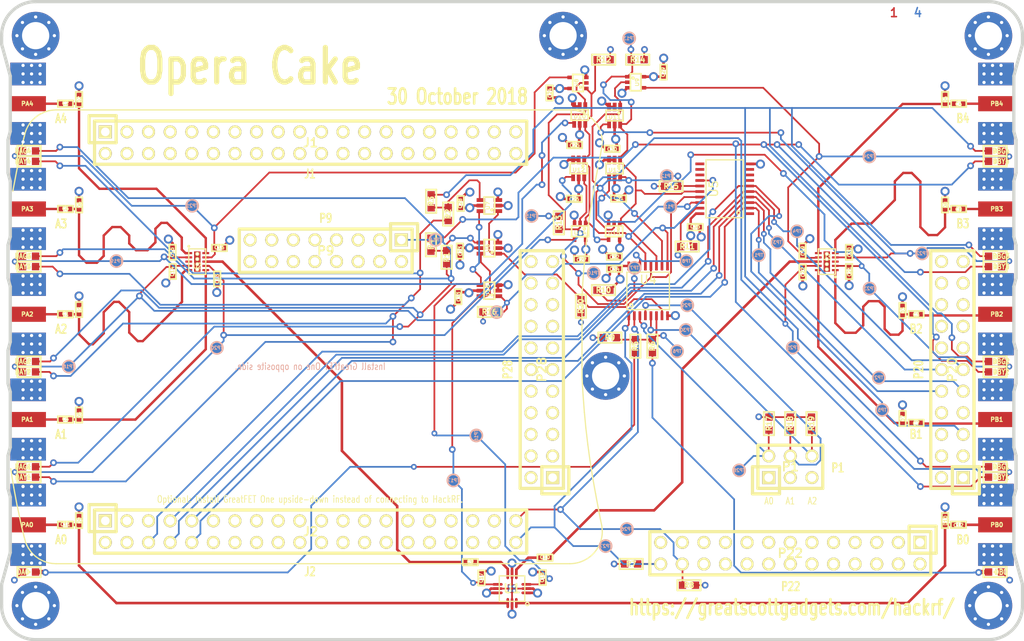
<source format=kicad_pcb>
(kicad_pcb (version 4) (host pcbnew 4.0.5+dfsg1-4)
  (layers (0 C1F signal) (1 C2 signal hide) (2 C3 signal hide) (31 C4B signal) (34 B.Paste user) (35 F.Paste user) (36 B.SilkS user) (37 F.SilkS user) (38 B.Mask user) (39 F.Mask user) (44 Edge.Cuts user))
  (net 0 "")
  (net 1 GND)
  (net 2 VCC)
  (net 3 "Net-(C1-Pad2)")
  (net 4 "Net-(C1-Pad1)")
  (net 5 "Net-(C2-Pad2)")
  (net 6 "Net-(C2-Pad1)")
  (net 7 "Net-(C3-Pad2)")
  (net 8 "Net-(C3-Pad1)")
  (net 9 "Net-(C4-Pad2)")
  (net 10 "Net-(C4-Pad1)")
  (net 11 "Net-(C5-Pad2)")
  (net 12 "Net-(C5-Pad1)")
  (net 13 "Net-(C6-Pad2)")
  (net 14 "Net-(C6-Pad1)")
  (net 15 "Net-(C7-Pad2)")
  (net 16 "Net-(C7-Pad1)")
  (net 17 "Net-(C8-Pad2)")
  (net 18 "Net-(C8-Pad1)")
  (net 19 "Net-(C9-Pad2)")
  (net 20 "Net-(C9-Pad1)")
  (net 21 "Net-(C10-Pad2)")
  (net 22 "Net-(C10-Pad1)")
  (net 23 "Net-(C11-Pad2)")
  (net 24 "Net-(C11-Pad1)")
  (net 25 "Net-(C12-Pad2)")
  (net 26 "Net-(C12-Pad1)")
  (net 27 "Net-(DA0-Pad1)")
  (net 28 /U2V3)
  (net 29 "Net-(DAG1-Pad1)")
  (net 30 /U2V1)
  (net 31 /U2V2)
  (net 32 /U2V4)
  (net 33 "Net-(DAY1-Pad1)")
  (net 34 "Net-(DB0-Pad1)")
  (net 35 /U3V3)
  (net 36 "Net-(DBG1-Pad1)")
  (net 37 /U3V1)
  (net 38 /U3V2)
  (net 39 /U3V4)
  (net 40 "Net-(DBY1-Pad1)")
  (net 41 /EXT_U3CTRL1)
  (net 42 /EXT_U2CTRL1)
  (net 43 /EXT_U3CTRL0)
  (net 44 /EXT_U2CTRL0)
  (net 45 /EXT_U1CTRL)
  (net 46 /SDA)
  (net 47 /SCL)
  (net 48 /A0)
  (net 49 /A1)
  (net 50 /A2)
  (net 51 "Net-(R1-Pad2)")
  (net 52 "Net-(R2-Pad2)")
  (net 53 /!LED_EN)
  (net 54 /!RESET)
  (net 55 /!OE)
  (net 56 /U2CTRL1)
  (net 57 /U2CTRL0)
  (net 58 /U3CTRL1)
  (net 59 /U3CTRL0)
  (net 60 /U1CTRL)
  (net 61 /LED_EN2)
  (net 62 /U1VC1)
  (net 63 /U1VC2)
  (net 64 "Net-(J1-Pad3)")
  (net 65 "Net-(J1-Pad4)")
  (net 66 "Net-(J1-Pad5)")
  (net 67 "Net-(J1-Pad6)")
  (net 68 "Net-(J1-Pad7)")
  (net 69 "Net-(J1-Pad8)")
  (net 70 "Net-(J1-Pad9)")
  (net 71 "Net-(J1-Pad10)")
  (net 72 "Net-(J1-Pad11)")
  (net 73 "Net-(J1-Pad12)")
  (net 74 "Net-(J1-Pad13)")
  (net 75 "Net-(J1-Pad14)")
  (net 76 "Net-(J1-Pad15)")
  (net 77 "Net-(J1-Pad16)")
  (net 78 "Net-(J1-Pad17)")
  (net 79 "Net-(J1-Pad18)")
  (net 80 "Net-(J1-Pad19)")
  (net 81 "Net-(J1-Pad20)")
  (net 82 "Net-(J1-Pad21)")
  (net 83 "Net-(J1-Pad22)")
  (net 84 "Net-(J1-Pad23)")
  (net 85 "Net-(J1-Pad24)")
  (net 86 "Net-(J1-Pad25)")
  (net 87 "Net-(J1-Pad26)")
  (net 88 "Net-(J1-Pad27)")
  (net 89 "Net-(J1-Pad28)")
  (net 90 "Net-(J1-Pad29)")
  (net 91 "Net-(J1-Pad30)")
  (net 92 "Net-(J1-Pad31)")
  (net 93 "Net-(J1-Pad32)")
  (net 94 "Net-(J1-Pad33)")
  (net 95 "Net-(J1-Pad34)")
  (net 96 "Net-(J1-Pad35)")
  (net 97 "Net-(J1-Pad36)")
  (net 98 "Net-(J1-Pad37)")
  (net 99 "Net-(J1-Pad38)")
  (net 100 "Net-(J1-Pad39)")
  (net 101 "Net-(J1-Pad40)")
  (net 102 "Net-(J2-Pad2)")
  (net 103 "Net-(J2-Pad3)")
  (net 104 "Net-(J2-Pad4)")
  (net 105 "Net-(J2-Pad5)")
  (net 106 "Net-(J2-Pad11)")
  (net 107 "Net-(J2-Pad12)")
  (net 108 "Net-(J2-Pad13)")
  (net 109 "Net-(J2-Pad14)")
  (net 110 "Net-(J2-Pad15)")
  (net 111 "Net-(J2-Pad16)")
  (net 112 "Net-(J2-Pad17)")
  (net 113 "Net-(J2-Pad18)")
  (net 114 "Net-(J2-Pad19)")
  (net 115 "Net-(J2-Pad20)")
  (net 116 "Net-(J2-Pad21)")
  (net 117 "Net-(J2-Pad22)")
  (net 118 "Net-(J2-Pad23)")
  (net 119 "Net-(J2-Pad24)")
  (net 120 "Net-(J2-Pad25)")
  (net 121 "Net-(J2-Pad26)")
  (net 122 "Net-(J2-Pad27)")
  (net 123 "Net-(J2-Pad28)")
  (net 124 "Net-(J2-Pad29)")
  (net 125 "Net-(J2-Pad30)")
  (net 126 "Net-(J2-Pad31)")
  (net 127 "Net-(J2-Pad32)")
  (net 128 "Net-(J2-Pad33)")
  (net 129 "Net-(J2-Pad34)")
  (net 130 "Net-(J2-Pad35)")
  (net 131 "Net-(J2-Pad36)")
  (net 132 "Net-(J2-Pad37)")
  (net 133 "Net-(J2-Pad38)")
  (net 134 "Net-(P9-Pad4)")
  (net 135 "Net-(P9-Pad5)")
  (net 136 "Net-(P9-Pad6)")
  (net 137 "Net-(P9-Pad7)")
  (net 138 "Net-(P9-Pad10)")
  (net 139 "Net-(P9-Pad11)")
  (net 140 "Net-(P9-Pad12)")
  (net 141 "Net-(P9-Pad13)")
  (net 142 "Net-(P20-Pad1)")
  (net 143 "Net-(P20-Pad2)")
  (net 144 "Net-(P20-Pad4)")
  (net 145 "Net-(P20-Pad6)")
  (net 146 "Net-(P20-Pad7)")
  (net 147 "Net-(P20-Pad8)")
  (net 148 "Net-(P20-Pad14)")
  (net 149 "Net-(P20-Pad16)")
  (net 150 "Net-(P20-Pad17)")
  (net 151 "Net-(P20-Pad18)")
  (net 152 "Net-(P20-Pad20)")
  (net 153 "Net-(P20-Pad21)")
  (net 154 "Net-(P20-Pad22)")
  (net 155 "Net-(P22-Pad1)")
  (net 156 "Net-(P22-Pad2)")
  (net 157 "Net-(P22-Pad3)")
  (net 158 "Net-(P22-Pad5)")
  (net 159 "Net-(P22-Pad6)")
  (net 160 "Net-(P22-Pad7)")
  (net 161 "Net-(P22-Pad8)")
  (net 162 "Net-(P22-Pad9)")
  (net 163 "Net-(P22-Pad12)")
  (net 164 "Net-(P22-Pad13)")
  (net 165 "Net-(P22-Pad14)")
  (net 166 "Net-(P22-Pad15)")
  (net 167 "Net-(P22-Pad16)")
  (net 168 "Net-(P22-Pad17)")
  (net 169 "Net-(P22-Pad19)")
  (net 170 "Net-(P22-Pad20)")
  (net 171 "Net-(P22-Pad21)")
  (net 172 "Net-(P22-Pad22)")
  (net 173 "Net-(P22-Pad23)")
  (net 174 "Net-(P22-Pad25)")
  (net 175 "Net-(P28-Pad3)")
  (net 176 "Net-(P28-Pad4)")
  (net 177 "Net-(P28-Pad5)")
  (net 178 "Net-(P28-Pad6)")
  (net 179 "Net-(P28-Pad7)")
  (net 180 "Net-(P28-Pad8)")
  (net 181 "Net-(P28-Pad9)")
  (net 182 "Net-(P28-Pad10)")
  (net 183 "Net-(P28-Pad11)")
  (net 184 "Net-(P28-Pad13)")
  (net 185 "Net-(P28-Pad14)")
  (net 186 "Net-(P28-Pad15)")
  (net 187 "Net-(P28-Pad16)")
  (net 188 "Net-(P28-Pad17)")
  (net 189 "Net-(P28-Pad18)")
  (net 190 "Net-(P28-Pad19)")
  (net 191 "Net-(P28-Pad20)")
  (net 192 "Net-(P28-Pad21)")
  (net 193 "Net-(P28-Pad22)")
  (net 194 "Net-(U2-Pad3)")
  (net 195 "Net-(U3-Pad3)")
  (net 196 "Net-(U5-Pad1)")
  (net 197 "Net-(U5-Pad7)")
  (net 198 "Net-(U5-Pad8)")
  (net 199 "Net-(U5-Pad9)")
  (net 200 "Net-(U5-Pad11)")
  (net 201 "Net-(U5-Pad12)")
  (net 202 "Net-(U5-Pad13)")
  (net 203 "Net-(P20-Pad13)")
  (module gsg-modules:0603D (layer C1F) (at 176.775 154.675)
    (fp_text reference DBG1 (at 0.7112 0) (layer F.SilkS) (effects (font (size 0.6096 0.508) (thickness 0.127))))
    (fp_text value LED hide)
    (pad 2 smd rect (at 0.762 0) (size 0.8636 0.8636) (layers C1F F.Paste F.Mask) (net 39 /U3V4) (clearance 0.1778))
    (pad 1 smd rect (at -0.762 0) (size 0.8636 0.8636) (layers C1F F.Paste F.Mask) (net 36 "Net-(DBG1-Pad1)") (clearance 0.1778))
  )
  (module gsg-modules:0603D (layer C1F) (at 176.775 155.9)
    (fp_text reference DBY1 (at 0.7112 0) (layer F.SilkS) (effects (font (size 0.6096 0.508) (thickness 0.127))))
    (fp_text value LED hide)
    (pad 2 smd rect (at 0.762 0) (size 0.8636 0.8636) (layers C1F F.Paste F.Mask) (net 39 /U3V4) (clearance 0.1778))
    (pad 1 smd rect (at -0.762 0) (size 0.8636 0.8636) (layers C1F F.Paste F.Mask) (net 40 "Net-(DBY1-Pad1)") (clearance 0.1778))
  )
  (module gsg-modules:0603D (layer C1F) (at 176.775 117.55)
    (fp_text reference DBG4 (at 0.7112 0) (layer F.SilkS) (effects (font (size 0.6096 0.508) (thickness 0.127))))
    (fp_text value LED hide)
    (pad 2 smd rect (at 0.762 0) (size 0.8636 0.8636) (layers C1F F.Paste F.Mask) (net 35 /U3V3) (clearance 0.1778))
    (pad 1 smd rect (at -0.762 0) (size 0.8636 0.8636) (layers C1F F.Paste F.Mask) (net 36 "Net-(DBG1-Pad1)") (clearance 0.1778))
  )
  (module gsg-modules:0603D (layer C1F) (at 176.775 118.775)
    (fp_text reference DBY4 (at 0.7112 0) (layer F.SilkS) (effects (font (size 0.6096 0.508) (thickness 0.127))))
    (fp_text value LED hide)
    (pad 2 smd rect (at 0.762 0) (size 0.8636 0.8636) (layers C1F F.Paste F.Mask) (net 35 /U3V3) (clearance 0.1778))
    (pad 1 smd rect (at -0.762 0) (size 0.8636 0.8636) (layers C1F F.Paste F.Mask) (net 40 "Net-(DBY1-Pad1)") (clearance 0.1778))
  )
  (module gsg-modules:0603D (layer C1F) (at 176.775 129.925)
    (fp_text reference DBG3 (at 0.7112 0) (layer F.SilkS) (effects (font (size 0.6096 0.508) (thickness 0.127))))
    (fp_text value LED hide)
    (pad 2 smd rect (at 0.762 0) (size 0.8636 0.8636) (layers C1F F.Paste F.Mask) (net 37 /U3V1) (clearance 0.1778))
    (pad 1 smd rect (at -0.762 0) (size 0.8636 0.8636) (layers C1F F.Paste F.Mask) (net 36 "Net-(DBG1-Pad1)") (clearance 0.1778))
  )
  (module gsg-modules:0603D (layer C1F) (at 176.775 131.15)
    (fp_text reference DBY3 (at 0.7112 0) (layer F.SilkS) (effects (font (size 0.6096 0.508) (thickness 0.127))))
    (fp_text value LED hide)
    (pad 2 smd rect (at 0.762 0) (size 0.8636 0.8636) (layers C1F F.Paste F.Mask) (net 37 /U3V1) (clearance 0.1778))
    (pad 1 smd rect (at -0.762 0) (size 0.8636 0.8636) (layers C1F F.Paste F.Mask) (net 40 "Net-(DBY1-Pad1)") (clearance 0.1778))
  )
  (module gsg-modules:0603D (layer C1F) (at 63.225 118.775 180)
    (fp_text reference DAY4 (at 0.7112 0 180) (layer F.SilkS) (effects (font (size 0.6096 0.508) (thickness 0.127))))
    (fp_text value LED hide)
    (pad 2 smd rect (at 0.762 0 180) (size 0.8636 0.8636) (layers C1F F.Paste F.Mask) (net 32 /U2V4) (clearance 0.1778))
    (pad 1 smd rect (at -0.762 0 180) (size 0.8636 0.8636) (layers C1F F.Paste F.Mask) (net 33 "Net-(DAY1-Pad1)") (clearance 0.1778))
  )
  (module gsg-modules:0603D (layer C1F) (at 63.225 117.55 180)
    (fp_text reference DAG4 (at 0.7112 0 180) (layer F.SilkS) (effects (font (size 0.6096 0.508) (thickness 0.127))))
    (fp_text value LED hide)
    (pad 2 smd rect (at 0.762 0 180) (size 0.8636 0.8636) (layers C1F F.Paste F.Mask) (net 32 /U2V4) (clearance 0.1778))
    (pad 1 smd rect (at -0.762 0 180) (size 0.8636 0.8636) (layers C1F F.Paste F.Mask) (net 29 "Net-(DAG1-Pad1)") (clearance 0.1778))
  )
  (module gsg-modules:0402 (layer C1F) (at 67.5 136.75 180)
    (fp_text reference C1 (at 0 0.0508 180) (layer F.SilkS) (effects (font (size 0.4064 0.4064) (thickness 0.1016))))
    (fp_text value 100nF hide)
    (pad 2 smd rect (at 0.5334 0 180) (size 0.508 0.5588) (layers C1F F.Paste F.Mask) (net 3 "Net-(C1-Pad2)"))
    (pad 1 smd rect (at -0.5334 0 180) (size 0.508 0.5588) (layers C1F F.Paste F.Mask) (net 4 "Net-(C1-Pad1)"))
  )
  (module gsg-modules:0402 (layer C1F) (at 67.5 112 180)
    (fp_text reference C2 (at 0 0.0508 180) (layer F.SilkS) (effects (font (size 0.4064 0.4064) (thickness 0.1016))))
    (fp_text value 100nF hide)
    (pad 2 smd rect (at 0.5334 0 180) (size 0.508 0.5588) (layers C1F F.Paste F.Mask) (net 5 "Net-(C2-Pad2)"))
    (pad 1 smd rect (at -0.5334 0 180) (size 0.508 0.5588) (layers C1F F.Paste F.Mask) (net 6 "Net-(C2-Pad1)"))
  )
  (module gsg-modules:0402 (layer C1F) (at 167.5 136.75)
    (fp_text reference C3 (at 0 0.0508) (layer F.SilkS) (effects (font (size 0.4064 0.4064) (thickness 0.1016))))
    (fp_text value 100nF hide)
    (pad 2 smd rect (at 0.5334 0) (size 0.508 0.5588) (layers C1F F.Paste F.Mask) (net 7 "Net-(C3-Pad2)"))
    (pad 1 smd rect (at -0.5334 0) (size 0.508 0.5588) (layers C1F F.Paste F.Mask) (net 8 "Net-(C3-Pad1)"))
  )
  (module gsg-modules:0402 (layer C1F) (at 172.5 112)
    (fp_text reference C4 (at 0 0.0508) (layer F.SilkS) (effects (font (size 0.4064 0.4064) (thickness 0.1016))))
    (fp_text value 100nF hide)
    (pad 2 smd rect (at 0.5334 0) (size 0.508 0.5588) (layers C1F F.Paste F.Mask) (net 9 "Net-(C4-Pad2)"))
    (pad 1 smd rect (at -0.5334 0) (size 0.508 0.5588) (layers C1F F.Paste F.Mask) (net 10 "Net-(C4-Pad1)"))
  )
  (module gsg-modules:0402 (layer C1F) (at 67.5 149.125 180)
    (fp_text reference C5 (at 0 0.0508 180) (layer F.SilkS) (effects (font (size 0.4064 0.4064) (thickness 0.1016))))
    (fp_text value 100nF hide)
    (pad 2 smd rect (at 0.5334 0 180) (size 0.508 0.5588) (layers C1F F.Paste F.Mask) (net 11 "Net-(C5-Pad2)"))
    (pad 1 smd rect (at -0.5334 0 180) (size 0.508 0.5588) (layers C1F F.Paste F.Mask) (net 12 "Net-(C5-Pad1)"))
  )
  (module gsg-modules:0402 (layer C1F) (at 67.5 124.375 180)
    (fp_text reference C6 (at 0 0.0508 180) (layer F.SilkS) (effects (font (size 0.4064 0.4064) (thickness 0.1016))))
    (fp_text value 100nF hide)
    (pad 2 smd rect (at 0.5334 0 180) (size 0.508 0.5588) (layers C1F F.Paste F.Mask) (net 13 "Net-(C6-Pad2)"))
    (pad 1 smd rect (at -0.5334 0 180) (size 0.508 0.5588) (layers C1F F.Paste F.Mask) (net 14 "Net-(C6-Pad1)"))
  )
  (module gsg-modules:0402 (layer C1F) (at 167.5 149.525)
    (fp_text reference C7 (at 0 0.0508) (layer F.SilkS) (effects (font (size 0.4064 0.4064) (thickness 0.1016))))
    (fp_text value 100nF hide)
    (pad 2 smd rect (at 0.5334 0) (size 0.508 0.5588) (layers C1F F.Paste F.Mask) (net 15 "Net-(C7-Pad2)"))
    (pad 1 smd rect (at -0.5334 0) (size 0.508 0.5588) (layers C1F F.Paste F.Mask) (net 16 "Net-(C7-Pad1)"))
  )
  (module gsg-modules:0402 (layer C1F) (at 172.5 124.375)
    (fp_text reference C8 (at 0 0.0508) (layer F.SilkS) (effects (font (size 0.4064 0.4064) (thickness 0.1016))))
    (fp_text value 100nF hide)
    (pad 2 smd rect (at 0.5334 0) (size 0.508 0.5588) (layers C1F F.Paste F.Mask) (net 17 "Net-(C8-Pad2)"))
    (pad 1 smd rect (at -0.5334 0) (size 0.508 0.5588) (layers C1F F.Paste F.Mask) (net 18 "Net-(C8-Pad1)"))
  )
  (module gsg-modules:0402 (layer C1F) (at 115.09248 165.8874 180)
    (fp_text reference C9 (at 0 0.0508 180) (layer F.SilkS) (effects (font (size 0.4064 0.4064) (thickness 0.1016))))
    (fp_text value 100nF hide)
    (pad 2 smd rect (at 0.5334 0 180) (size 0.508 0.5588) (layers C1F F.Paste F.Mask) (net 19 "Net-(C9-Pad2)"))
    (pad 1 smd rect (at -0.5334 0 180) (size 0.508 0.5588) (layers C1F F.Paste F.Mask) (net 20 "Net-(C9-Pad1)"))
  )
  (module gsg-modules:0402 (layer C1F) (at 123.87072 165.36416 180)
    (fp_text reference C10 (at 0 0.0508 180) (layer F.SilkS) (effects (font (size 0.4064 0.4064) (thickness 0.1016))))
    (fp_text value 100nF hide)
    (pad 2 smd rect (at 0.5334 0 180) (size 0.508 0.5588) (layers C1F F.Paste F.Mask) (net 21 "Net-(C10-Pad2)"))
    (pad 1 smd rect (at -0.5334 0 180) (size 0.508 0.5588) (layers C1F F.Paste F.Mask) (net 22 "Net-(C10-Pad1)"))
  )
  (module gsg-modules:0402 (layer C1F) (at 67.5 161.5 180)
    (fp_text reference C11 (at 0 0.0508 180) (layer F.SilkS) (effects (font (size 0.4064 0.4064) (thickness 0.1016))))
    (fp_text value 100nF hide)
    (pad 2 smd rect (at 0.5334 0 180) (size 0.508 0.5588) (layers C1F F.Paste F.Mask) (net 23 "Net-(C11-Pad2)"))
    (pad 1 smd rect (at -0.5334 0 180) (size 0.508 0.5588) (layers C1F F.Paste F.Mask) (net 24 "Net-(C11-Pad1)"))
  )
  (module gsg-modules:0402 (layer C1F) (at 172.475 161.5)
    (fp_text reference C12 (at 0 0.0508) (layer F.SilkS) (effects (font (size 0.4064 0.4064) (thickness 0.1016))))
    (fp_text value 100nF hide)
    (pad 2 smd rect (at 0.5334 0) (size 0.508 0.5588) (layers C1F F.Paste F.Mask) (net 25 "Net-(C12-Pad2)"))
    (pad 1 smd rect (at -0.5334 0) (size 0.508 0.5588) (layers C1F F.Paste F.Mask) (net 26 "Net-(C12-Pad1)"))
  )
  (module gsg-modules:0402 (layer C1F) (at 69.1 136.2 90)
    (fp_text reference D1 (at 0 0.0508 90) (layer F.SilkS) (effects (font (size 0.4064 0.4064) (thickness 0.1016))))
    (fp_text value GSG-DIODE-TVS-BI hide)
    (pad 2 smd rect (at 0.5334 0 90) (size 0.508 0.5588) (layers C1F F.Paste F.Mask) (net 1 GND))
    (pad 1 smd rect (at -0.5334 0 90) (size 0.508 0.5588) (layers C1F F.Paste F.Mask) (net 4 "Net-(C1-Pad1)"))
  )
  (module gsg-modules:0402 (layer C1F) (at 69.1 111.5 90)
    (fp_text reference D2 (at 0 0.0508 90) (layer F.SilkS) (effects (font (size 0.4064 0.4064) (thickness 0.1016))))
    (fp_text value GSG-DIODE-TVS-BI hide)
    (pad 2 smd rect (at 0.5334 0 90) (size 0.508 0.5588) (layers C1F F.Paste F.Mask) (net 1 GND))
    (pad 1 smd rect (at -0.5334 0 90) (size 0.508 0.5588) (layers C1F F.Paste F.Mask) (net 6 "Net-(C2-Pad1)"))
  )
  (module gsg-modules:0402 (layer C1F) (at 165.9 136.3 90)
    (fp_text reference D3 (at 0 0.0508 90) (layer F.SilkS) (effects (font (size 0.4064 0.4064) (thickness 0.1016))))
    (fp_text value GSG-DIODE-TVS-BI hide)
    (pad 2 smd rect (at 0.5334 0 90) (size 0.508 0.5588) (layers C1F F.Paste F.Mask) (net 1 GND))
    (pad 1 smd rect (at -0.5334 0 90) (size 0.508 0.5588) (layers C1F F.Paste F.Mask) (net 8 "Net-(C3-Pad1)"))
  )
  (module gsg-modules:0402 (layer C1F) (at 170.9 111.5 90)
    (fp_text reference D4 (at 0 0.0508 90) (layer F.SilkS) (effects (font (size 0.4064 0.4064) (thickness 0.1016))))
    (fp_text value GSG-DIODE-TVS-BI hide)
    (pad 2 smd rect (at 0.5334 0 90) (size 0.508 0.5588) (layers C1F F.Paste F.Mask) (net 1 GND))
    (pad 1 smd rect (at -0.5334 0 90) (size 0.508 0.5588) (layers C1F F.Paste F.Mask) (net 10 "Net-(C4-Pad1)"))
  )
  (module gsg-modules:0402 (layer C1F) (at 69.1 148.6 90)
    (fp_text reference D5 (at 0 0.0508 90) (layer F.SilkS) (effects (font (size 0.4064 0.4064) (thickness 0.1016))))
    (fp_text value GSG-DIODE-TVS-BI hide)
    (pad 2 smd rect (at 0.5334 0 90) (size 0.508 0.5588) (layers C1F F.Paste F.Mask) (net 1 GND))
    (pad 1 smd rect (at -0.5334 0 90) (size 0.508 0.5588) (layers C1F F.Paste F.Mask) (net 12 "Net-(C5-Pad1)"))
  )
  (module gsg-modules:0402 (layer C1F) (at 69.1 123.9 90)
    (fp_text reference D6 (at 0 0.0508 90) (layer F.SilkS) (effects (font (size 0.4064 0.4064) (thickness 0.1016))))
    (fp_text value GSG-DIODE-TVS-BI hide)
    (pad 2 smd rect (at 0.5334 0 90) (size 0.508 0.5588) (layers C1F F.Paste F.Mask) (net 1 GND))
    (pad 1 smd rect (at -0.5334 0 90) (size 0.508 0.5588) (layers C1F F.Paste F.Mask) (net 14 "Net-(C6-Pad1)"))
  )
  (module gsg-modules:0402 (layer C1F) (at 165.9 149 90)
    (fp_text reference D7 (at 0 0.0508 90) (layer F.SilkS) (effects (font (size 0.4064 0.4064) (thickness 0.1016))))
    (fp_text value GSG-DIODE-TVS-BI hide)
    (pad 2 smd rect (at 0.5334 0 90) (size 0.508 0.5588) (layers C1F F.Paste F.Mask) (net 1 GND))
    (pad 1 smd rect (at -0.5334 0 90) (size 0.508 0.5588) (layers C1F F.Paste F.Mask) (net 16 "Net-(C7-Pad1)"))
  )
  (module gsg-modules:0402 (layer C1F) (at 170.9 123.9 90)
    (fp_text reference D8 (at 0 0.0508 90) (layer F.SilkS) (effects (font (size 0.4064 0.4064) (thickness 0.1016))))
    (fp_text value GSG-DIODE-TVS-BI hide)
    (pad 2 smd rect (at 0.5334 0 90) (size 0.508 0.5588) (layers C1F F.Paste F.Mask) (net 1 GND))
    (pad 1 smd rect (at -0.5334 0 90) (size 0.508 0.5588) (layers C1F F.Paste F.Mask) (net 18 "Net-(C8-Pad1)"))
  )
  (module gsg-modules:0402 (layer C1F) (at 69.1 161 90)
    (fp_text reference D9 (at 0 0.0508 90) (layer F.SilkS) (effects (font (size 0.4064 0.4064) (thickness 0.1016))))
    (fp_text value GSG-DIODE-TVS-BI hide)
    (pad 2 smd rect (at 0.5334 0 90) (size 0.508 0.5588) (layers C1F F.Paste F.Mask) (net 1 GND))
    (pad 1 smd rect (at -0.5334 0 90) (size 0.508 0.5588) (layers C1F F.Paste F.Mask) (net 24 "Net-(C11-Pad1)"))
  )
  (module gsg-modules:0402 (layer C1F) (at 170.9 161 90)
    (fp_text reference D10 (at 0 0.0508 90) (layer F.SilkS) (effects (font (size 0.4064 0.4064) (thickness 0.1016))))
    (fp_text value GSG-DIODE-TVS-BI hide)
    (pad 2 smd rect (at 0.5334 0 90) (size 0.508 0.5588) (layers C1F F.Paste F.Mask) (net 1 GND))
    (pad 1 smd rect (at -0.5334 0 90) (size 0.508 0.5588) (layers C1F F.Paste F.Mask) (net 26 "Net-(C12-Pad1)"))
  )
  (module gsg-modules:0603D (layer C1F) (at 63.225 167.05 180)
    (fp_text reference DA0 (at 0.7112 0 180) (layer F.SilkS) (effects (font (size 0.6096 0.508) (thickness 0.127))))
    (fp_text value LED hide)
    (pad 2 smd rect (at 0.762 0 180) (size 0.8636 0.8636) (layers C1F F.Paste F.Mask) (net 2 VCC) (clearance 0.1778))
    (pad 1 smd rect (at -0.762 0 180) (size 0.8636 0.8636) (layers C1F F.Paste F.Mask) (net 27 "Net-(DA0-Pad1)") (clearance 0.1778))
  )
  (module gsg-modules:0603D (layer C1F) (at 63.225 154.675 180)
    (fp_text reference DAG1 (at 0.7112 0 180) (layer F.SilkS) (effects (font (size 0.6096 0.508) (thickness 0.127))))
    (fp_text value LED hide)
    (pad 2 smd rect (at 0.762 0 180) (size 0.8636 0.8636) (layers C1F F.Paste F.Mask) (net 28 /U2V3) (clearance 0.1778))
    (pad 1 smd rect (at -0.762 0 180) (size 0.8636 0.8636) (layers C1F F.Paste F.Mask) (net 29 "Net-(DAG1-Pad1)") (clearance 0.1778))
  )
  (module gsg-modules:0603D (layer C1F) (at 63.225 142.3 180)
    (fp_text reference DAG2 (at 0.7112 0 180) (layer F.SilkS) (effects (font (size 0.6096 0.508) (thickness 0.127))))
    (fp_text value LED hide)
    (pad 2 smd rect (at 0.762 0 180) (size 0.8636 0.8636) (layers C1F F.Paste F.Mask) (net 30 /U2V1) (clearance 0.1778))
    (pad 1 smd rect (at -0.762 0 180) (size 0.8636 0.8636) (layers C1F F.Paste F.Mask) (net 29 "Net-(DAG1-Pad1)") (clearance 0.1778))
  )
  (module gsg-modules:0603D (layer C1F) (at 63.225 129.925 180)
    (fp_text reference DAG3 (at 0.7112 0 180) (layer F.SilkS) (effects (font (size 0.6096 0.508) (thickness 0.127))))
    (fp_text value LED hide)
    (pad 2 smd rect (at 0.762 0 180) (size 0.8636 0.8636) (layers C1F F.Paste F.Mask) (net 31 /U2V2) (clearance 0.1778))
    (pad 1 smd rect (at -0.762 0 180) (size 0.8636 0.8636) (layers C1F F.Paste F.Mask) (net 29 "Net-(DAG1-Pad1)") (clearance 0.1778))
  )
  (module gsg-modules:0603D (layer C1F) (at 63.225 155.9 180)
    (fp_text reference DAY1 (at 0.7112 0 180) (layer F.SilkS) (effects (font (size 0.6096 0.508) (thickness 0.127))))
    (fp_text value LED hide)
    (pad 2 smd rect (at 0.762 0 180) (size 0.8636 0.8636) (layers C1F F.Paste F.Mask) (net 28 /U2V3) (clearance 0.1778))
    (pad 1 smd rect (at -0.762 0 180) (size 0.8636 0.8636) (layers C1F F.Paste F.Mask) (net 33 "Net-(DAY1-Pad1)") (clearance 0.1778))
  )
  (module gsg-modules:0603D (layer C1F) (at 63.225 143.525 180)
    (fp_text reference DAY2 (at 0.7112 0 180) (layer F.SilkS) (effects (font (size 0.6096 0.508) (thickness 0.127))))
    (fp_text value LED hide)
    (pad 2 smd rect (at 0.762 0 180) (size 0.8636 0.8636) (layers C1F F.Paste F.Mask) (net 30 /U2V1) (clearance 0.1778))
    (pad 1 smd rect (at -0.762 0 180) (size 0.8636 0.8636) (layers C1F F.Paste F.Mask) (net 33 "Net-(DAY1-Pad1)") (clearance 0.1778))
  )
  (module gsg-modules:0603D (layer C1F) (at 63.225 131.15 180)
    (fp_text reference DAY3 (at 0.7112 0 180) (layer F.SilkS) (effects (font (size 0.6096 0.508) (thickness 0.127))))
    (fp_text value LED hide)
    (pad 2 smd rect (at 0.762 0 180) (size 0.8636 0.8636) (layers C1F F.Paste F.Mask) (net 31 /U2V2) (clearance 0.1778))
    (pad 1 smd rect (at -0.762 0 180) (size 0.8636 0.8636) (layers C1F F.Paste F.Mask) (net 33 "Net-(DAY1-Pad1)") (clearance 0.1778))
  )
  (module gsg-modules:0603D (layer C1F) (at 176.775 167.05)
    (fp_text reference DB0 (at 0.7112 0) (layer F.SilkS) (effects (font (size 0.6096 0.508) (thickness 0.127))))
    (fp_text value LED hide)
    (pad 2 smd rect (at 0.762 0) (size 0.8636 0.8636) (layers C1F F.Paste F.Mask) (net 2 VCC) (clearance 0.1778))
    (pad 1 smd rect (at -0.762 0) (size 0.8636 0.8636) (layers C1F F.Paste F.Mask) (net 34 "Net-(DB0-Pad1)") (clearance 0.1778))
  )
  (module gsg-modules:0603D (layer C1F) (at 176.775 142.3)
    (fp_text reference DBG2 (at 0.7112 0) (layer F.SilkS) (effects (font (size 0.6096 0.508) (thickness 0.127))))
    (fp_text value LED hide)
    (pad 2 smd rect (at 0.762 0) (size 0.8636 0.8636) (layers C1F F.Paste F.Mask) (net 38 /U3V2) (clearance 0.1778))
    (pad 1 smd rect (at -0.762 0) (size 0.8636 0.8636) (layers C1F F.Paste F.Mask) (net 36 "Net-(DBG1-Pad1)") (clearance 0.1778))
  )
  (module gsg-modules:0603D (layer C1F) (at 176.775 143.525)
    (fp_text reference DBY2 (at 0.7112 0) (layer F.SilkS) (effects (font (size 0.6096 0.508) (thickness 0.127))))
    (fp_text value LED hide)
    (pad 2 smd rect (at 0.762 0) (size 0.8636 0.8636) (layers C1F F.Paste F.Mask) (net 38 /U3V2) (clearance 0.1778))
    (pad 1 smd rect (at -0.762 0) (size 0.8636 0.8636) (layers C1F F.Paste F.Mask) (net 40 "Net-(DBY1-Pad1)") (clearance 0.1778))
  )
  (module gsg-modules:HOLE126MIL-COPPER (layer C1F) (at 64 104)
    (fp_text reference MH1 hide)
    (fp_text value MOUNTING_HOLE hide)
    (pad 1 thru_hole circle (at 0 0) (size 5.6 5.6) (drill 3.2004) (layers *.Cu *.Mask) (net 1 GND))
    (pad 1 thru_hole circle (at 0 -2.2) (size 0.6 0.6) (drill 0.381) (layers *.Cu *.Mask) (net 1 GND))
    (pad 1 thru_hole circle (at -2.2 0) (size 0.6 0.6) (drill 0.381) (layers *.Cu *.Mask) (net 1 GND))
    (pad 1 thru_hole circle (at 0 2.2) (size 0.6 0.6) (drill 0.381) (layers *.Cu *.Mask) (net 1 GND))
    (pad 1 thru_hole circle (at 2.2 0) (size 0.6 0.6) (drill 0.381) (layers *.Cu *.Mask) (net 1 GND))
    (pad 1 thru_hole circle (at 1.55 -1.55) (size 0.6 0.6) (drill 0.381) (layers *.Cu *.Mask) (net 1 GND))
    (pad 1 thru_hole circle (at -1.55 -1.55) (size 0.6 0.6) (drill 0.381) (layers *.Cu *.Mask) (net 1 GND))
    (pad 1 thru_hole circle (at -1.55 1.55) (size 0.6 0.6) (drill 0.381) (layers *.Cu *.Mask) (net 1 GND))
    (pad 1 thru_hole circle (at 1.55 1.55) (size 0.6 0.6) (drill 0.381) (layers *.Cu *.Mask) (net 1 GND))
  )
  (module gsg-modules:HOLE126MIL-COPPER (layer C1F) (at 64 171)
    (fp_text reference MH2 hide)
    (fp_text value MOUNTING_HOLE hide)
    (pad 1 thru_hole circle (at 0 0) (size 5.6 5.6) (drill 3.2004) (layers *.Cu *.Mask) (net 1 GND))
    (pad 1 thru_hole circle (at 0 -2.2) (size 0.6 0.6) (drill 0.381) (layers *.Cu *.Mask) (net 1 GND))
    (pad 1 thru_hole circle (at -2.2 0) (size 0.6 0.6) (drill 0.381) (layers *.Cu *.Mask) (net 1 GND))
    (pad 1 thru_hole circle (at 0 2.2) (size 0.6 0.6) (drill 0.381) (layers *.Cu *.Mask) (net 1 GND))
    (pad 1 thru_hole circle (at 2.2 0) (size 0.6 0.6) (drill 0.381) (layers *.Cu *.Mask) (net 1 GND))
    (pad 1 thru_hole circle (at 1.55 -1.55) (size 0.6 0.6) (drill 0.381) (layers *.Cu *.Mask) (net 1 GND))
    (pad 1 thru_hole circle (at -1.55 -1.55) (size 0.6 0.6) (drill 0.381) (layers *.Cu *.Mask) (net 1 GND))
    (pad 1 thru_hole circle (at -1.55 1.55) (size 0.6 0.6) (drill 0.381) (layers *.Cu *.Mask) (net 1 GND))
    (pad 1 thru_hole circle (at 1.55 1.55) (size 0.6 0.6) (drill 0.381) (layers *.Cu *.Mask) (net 1 GND))
  )
  (module gsg-modules:HOLE126MIL-COPPER (layer C1F) (at 176 171)
    (fp_text reference MH3 hide)
    (fp_text value MOUNTING_HOLE hide)
    (pad 1 thru_hole circle (at 0 0) (size 5.6 5.6) (drill 3.2004) (layers *.Cu *.Mask) (net 1 GND))
    (pad 1 thru_hole circle (at 0 -2.2) (size 0.6 0.6) (drill 0.381) (layers *.Cu *.Mask) (net 1 GND))
    (pad 1 thru_hole circle (at -2.2 0) (size 0.6 0.6) (drill 0.381) (layers *.Cu *.Mask) (net 1 GND))
    (pad 1 thru_hole circle (at 0 2.2) (size 0.6 0.6) (drill 0.381) (layers *.Cu *.Mask) (net 1 GND))
    (pad 1 thru_hole circle (at 2.2 0) (size 0.6 0.6) (drill 0.381) (layers *.Cu *.Mask) (net 1 GND))
    (pad 1 thru_hole circle (at 1.55 -1.55) (size 0.6 0.6) (drill 0.381) (layers *.Cu *.Mask) (net 1 GND))
    (pad 1 thru_hole circle (at -1.55 -1.55) (size 0.6 0.6) (drill 0.381) (layers *.Cu *.Mask) (net 1 GND))
    (pad 1 thru_hole circle (at -1.55 1.55) (size 0.6 0.6) (drill 0.381) (layers *.Cu *.Mask) (net 1 GND))
    (pad 1 thru_hole circle (at 1.55 1.55) (size 0.6 0.6) (drill 0.381) (layers *.Cu *.Mask) (net 1 GND))
  )
  (module gsg-modules:HOLE126MIL-COPPER (layer C1F) (at 176 104)
    (fp_text reference MH4 hide)
    (fp_text value MOUNTING_HOLE hide)
    (pad 1 thru_hole circle (at 0 0) (size 5.6 5.6) (drill 3.2004) (layers *.Cu *.Mask) (net 1 GND))
    (pad 1 thru_hole circle (at 0 -2.2) (size 0.6 0.6) (drill 0.381) (layers *.Cu *.Mask) (net 1 GND))
    (pad 1 thru_hole circle (at -2.2 0) (size 0.6 0.6) (drill 0.381) (layers *.Cu *.Mask) (net 1 GND))
    (pad 1 thru_hole circle (at 0 2.2) (size 0.6 0.6) (drill 0.381) (layers *.Cu *.Mask) (net 1 GND))
    (pad 1 thru_hole circle (at 2.2 0) (size 0.6 0.6) (drill 0.381) (layers *.Cu *.Mask) (net 1 GND))
    (pad 1 thru_hole circle (at 1.55 -1.55) (size 0.6 0.6) (drill 0.381) (layers *.Cu *.Mask) (net 1 GND))
    (pad 1 thru_hole circle (at -1.55 -1.55) (size 0.6 0.6) (drill 0.381) (layers *.Cu *.Mask) (net 1 GND))
    (pad 1 thru_hole circle (at -1.55 1.55) (size 0.6 0.6) (drill 0.381) (layers *.Cu *.Mask) (net 1 GND))
    (pad 1 thru_hole circle (at 1.55 1.55) (size 0.6 0.6) (drill 0.381) (layers *.Cu *.Mask) (net 1 GND))
  )
  (module gsg-modules:HOLE126MIL-COPPER (layer C1F) (at 126 104)
    (fp_text reference MH5 hide)
    (fp_text value MOUNTING_HOLE hide)
    (pad 1 thru_hole circle (at 0 0) (size 5.6 5.6) (drill 3.2004) (layers *.Cu *.Mask) (net 1 GND))
    (pad 1 thru_hole circle (at 0 -2.2) (size 0.6 0.6) (drill 0.381) (layers *.Cu *.Mask) (net 1 GND))
    (pad 1 thru_hole circle (at -2.2 0) (size 0.6 0.6) (drill 0.381) (layers *.Cu *.Mask) (net 1 GND))
    (pad 1 thru_hole circle (at 0 2.2) (size 0.6 0.6) (drill 0.381) (layers *.Cu *.Mask) (net 1 GND))
    (pad 1 thru_hole circle (at 2.2 0) (size 0.6 0.6) (drill 0.381) (layers *.Cu *.Mask) (net 1 GND))
    (pad 1 thru_hole circle (at 1.55 -1.55) (size 0.6 0.6) (drill 0.381) (layers *.Cu *.Mask) (net 1 GND))
    (pad 1 thru_hole circle (at -1.55 -1.55) (size 0.6 0.6) (drill 0.381) (layers *.Cu *.Mask) (net 1 GND))
    (pad 1 thru_hole circle (at -1.55 1.55) (size 0.6 0.6) (drill 0.381) (layers *.Cu *.Mask) (net 1 GND))
    (pad 1 thru_hole circle (at 1.55 1.55) (size 0.6 0.6) (drill 0.381) (layers *.Cu *.Mask) (net 1 GND))
  )
  (module gsg-modules:HOLE126MIL-COPPER (layer C1F) (at 131 144)
    (fp_text reference MH6 hide)
    (fp_text value MOUNTING_HOLE hide)
    (pad 1 thru_hole circle (at 0 0) (size 5.6 5.6) (drill 3.2004) (layers *.Cu *.Mask) (net 1 GND))
    (pad 1 thru_hole circle (at 0 -2.2) (size 0.6 0.6) (drill 0.381) (layers *.Cu *.Mask) (net 1 GND))
    (pad 1 thru_hole circle (at -2.2 0) (size 0.6 0.6) (drill 0.381) (layers *.Cu *.Mask) (net 1 GND))
    (pad 1 thru_hole circle (at 0 2.2) (size 0.6 0.6) (drill 0.381) (layers *.Cu *.Mask) (net 1 GND))
    (pad 1 thru_hole circle (at 2.2 0) (size 0.6 0.6) (drill 0.381) (layers *.Cu *.Mask) (net 1 GND))
    (pad 1 thru_hole circle (at 1.55 -1.55) (size 0.6 0.6) (drill 0.381) (layers *.Cu *.Mask) (net 1 GND))
    (pad 1 thru_hole circle (at -1.55 -1.55) (size 0.6 0.6) (drill 0.381) (layers *.Cu *.Mask) (net 1 GND))
    (pad 1 thru_hole circle (at -1.55 1.55) (size 0.6 0.6) (drill 0.381) (layers *.Cu *.Mask) (net 1 GND))
    (pad 1 thru_hole circle (at 1.55 1.55) (size 0.6 0.6) (drill 0.381) (layers *.Cu *.Mask) (net 1 GND))
  )
  (module gsg-modules:HEADER-2x3 (layer C1F) (at 152.71 154.68)
    (fp_text reference P1 (at 0 0) (layer F.SilkS) (effects (font (size 1.016 1.016) (thickness 0.2032))))
    (fp_text value ADDRESS hide)
    (pad 1 thru_hole rect (at -2.54 1.27) (size 1.524 1.524) (drill 1.016) (layers *.Cu *.Mask F.SilkS) (net 2 VCC))
    (pad 2 thru_hole circle (at -2.54 -1.27) (size 1.524 1.524) (drill 1.016) (layers *.Cu *.Mask F.SilkS) (net 48 /A0))
    (pad 3 thru_hole circle (at 0 1.27) (size 1.524 1.524) (drill 1.016) (layers *.Cu *.Mask F.SilkS) (net 2 VCC))
    (pad 4 thru_hole circle (at 0 -1.27) (size 1.524 1.524) (drill 1.016) (layers *.Cu *.Mask F.SilkS) (net 49 /A1))
    (pad 5 thru_hole circle (at 2.54 1.27) (size 1.524 1.524) (drill 1.016) (layers *.Cu *.Mask F.SilkS) (net 2 VCC))
    (pad 6 thru_hole circle (at 2.54 -1.27) (size 1.524 1.524) (drill 1.016) (layers *.Cu *.Mask F.SilkS) (net 50 /A2))
  )
  (module gsg-modules:HEADER-2x8 (layer C1F) (at 98.1 129.28 180)
    (fp_text reference P9 (at 0 0 180) (layer F.SilkS) (effects (font (size 1.016 1.016) (thickness 0.2032))))
    (fp_text value BASEBAND hide)
    (pad 1 thru_hole rect (at -8.89 1.27 180) (size 1.524 1.524) (drill 1.016) (layers *.Cu *.Mask F.SilkS) (net 1 GND))
    (pad 2 thru_hole circle (at -8.89 -1.27 180) (size 1.524 1.524) (drill 1.016) (layers *.Cu *.Mask F.SilkS) (net 1 GND))
    (pad 3 thru_hole circle (at -6.35 1.27 180) (size 1.524 1.524) (drill 1.016) (layers *.Cu *.Mask F.SilkS) (net 1 GND))
    (pad 4 thru_hole circle (at -6.35 -1.27 180) (size 1.524 1.524) (drill 1.016) (layers *.Cu *.Mask F.SilkS) (net 134 "Net-(P9-Pad4)"))
    (pad 5 thru_hole circle (at -3.81 1.27 180) (size 1.524 1.524) (drill 1.016) (layers *.Cu *.Mask F.SilkS) (net 135 "Net-(P9-Pad5)"))
    (pad 6 thru_hole circle (at -3.81 -1.27 180) (size 1.524 1.524) (drill 1.016) (layers *.Cu *.Mask F.SilkS) (net 136 "Net-(P9-Pad6)"))
    (pad 7 thru_hole circle (at -1.27 1.27 180) (size 1.524 1.524) (drill 1.016) (layers *.Cu *.Mask F.SilkS) (net 137 "Net-(P9-Pad7)"))
    (pad 8 thru_hole circle (at -1.27 -1.27 180) (size 1.524 1.524) (drill 1.016) (layers *.Cu *.Mask F.SilkS) (net 1 GND))
    (pad 9 thru_hole circle (at 1.27 1.27 180) (size 1.524 1.524) (drill 1.016) (layers *.Cu *.Mask F.SilkS) (net 1 GND))
    (pad 10 thru_hole circle (at 1.27 -1.27 180) (size 1.524 1.524) (drill 1.016) (layers *.Cu *.Mask F.SilkS) (net 138 "Net-(P9-Pad10)"))
    (pad 11 thru_hole circle (at 3.81 1.27 180) (size 1.524 1.524) (drill 1.016) (layers *.Cu *.Mask F.SilkS) (net 139 "Net-(P9-Pad11)"))
    (pad 12 thru_hole circle (at 3.81 -1.27 180) (size 1.524 1.524) (drill 1.016) (layers *.Cu *.Mask F.SilkS) (net 140 "Net-(P9-Pad12)"))
    (pad 13 thru_hole circle (at 6.35 1.27 180) (size 1.524 1.524) (drill 1.016) (layers *.Cu *.Mask F.SilkS) (net 141 "Net-(P9-Pad13)"))
    (pad 14 thru_hole circle (at 6.35 -1.27 180) (size 1.524 1.524) (drill 1.016) (layers *.Cu *.Mask F.SilkS) (net 1 GND))
    (pad 15 thru_hole circle (at 8.89 1.27 180) (size 1.524 1.524) (drill 1.016) (layers *.Cu *.Mask F.SilkS) (net 1 GND))
    (pad 16 thru_hole circle (at 8.89 -1.27 180) (size 1.524 1.524) (drill 1.016) (layers *.Cu *.Mask F.SilkS) (net 1 GND))
  )
  (module gsg-modules:HEADER-2x11 (layer C1F) (at 171.76 143.25 90)
    (fp_text reference P20 (at 0 0 90) (layer F.SilkS) (effects (font (size 1.016 1.016) (thickness 0.2032))))
    (fp_text value GPIO hide)
    (pad 1 thru_hole rect (at -12.7 1.27 90) (size 1.524 1.524) (drill 1.016) (layers *.Cu *.Mask F.SilkS) (net 142 "Net-(P20-Pad1)"))
    (pad 2 thru_hole circle (at -12.7 -1.27 90) (size 1.524 1.524) (drill 1.016) (layers *.Cu *.Mask F.SilkS) (net 143 "Net-(P20-Pad2)"))
    (pad 3 thru_hole circle (at -10.16 1.27 90) (size 1.524 1.524) (drill 1.016) (layers *.Cu *.Mask F.SilkS) (net 2 VCC))
    (pad 4 thru_hole circle (at -10.16 -1.27 90) (size 1.524 1.524) (drill 1.016) (layers *.Cu *.Mask F.SilkS) (net 144 "Net-(P20-Pad4)"))
    (pad 5 thru_hole circle (at -7.62 1.27 90) (size 1.524 1.524) (drill 1.016) (layers *.Cu *.Mask F.SilkS) (net 45 /EXT_U1CTRL))
    (pad 6 thru_hole circle (at -7.62 -1.27 90) (size 1.524 1.524) (drill 1.016) (layers *.Cu *.Mask F.SilkS) (net 145 "Net-(P20-Pad6)"))
    (pad 7 thru_hole circle (at -5.08 1.27 90) (size 1.524 1.524) (drill 1.016) (layers *.Cu *.Mask F.SilkS) (net 146 "Net-(P20-Pad7)"))
    (pad 8 thru_hole circle (at -5.08 -1.27 90) (size 1.524 1.524) (drill 1.016) (layers *.Cu *.Mask F.SilkS) (net 147 "Net-(P20-Pad8)"))
    (pad 9 thru_hole circle (at -2.54 1.27 90) (size 1.524 1.524) (drill 1.016) (layers *.Cu *.Mask F.SilkS) (net 44 /EXT_U2CTRL0))
    (pad 10 thru_hole circle (at -2.54 -1.27 90) (size 1.524 1.524) (drill 1.016) (layers *.Cu *.Mask F.SilkS) (net 42 /EXT_U2CTRL1))
    (pad 11 thru_hole circle (at 0 1.27 90) (size 1.524 1.524) (drill 1.016) (layers *.Cu *.Mask F.SilkS) (net 43 /EXT_U3CTRL0))
    (pad 12 thru_hole circle (at 0 -1.27 90) (size 1.524 1.524) (drill 1.016) (layers *.Cu *.Mask F.SilkS) (net 41 /EXT_U3CTRL1))
    (pad 13 thru_hole circle (at 2.54 1.27 90) (size 1.524 1.524) (drill 1.016) (layers *.Cu *.Mask F.SilkS) (net 203 "Net-(P20-Pad13)"))
    (pad 14 thru_hole circle (at 2.54 -1.27 90) (size 1.524 1.524) (drill 1.016) (layers *.Cu *.Mask F.SilkS) (net 148 "Net-(P20-Pad14)"))
    (pad 15 thru_hole circle (at 5.08 1.27 90) (size 1.524 1.524) (drill 1.016) (layers *.Cu *.Mask F.SilkS) (net 1 GND))
    (pad 16 thru_hole circle (at 5.08 -1.27 90) (size 1.524 1.524) (drill 1.016) (layers *.Cu *.Mask F.SilkS) (net 149 "Net-(P20-Pad16)"))
    (pad 17 thru_hole circle (at 7.62 1.27 90) (size 1.524 1.524) (drill 1.016) (layers *.Cu *.Mask F.SilkS) (net 150 "Net-(P20-Pad17)"))
    (pad 18 thru_hole circle (at 7.62 -1.27 90) (size 1.524 1.524) (drill 1.016) (layers *.Cu *.Mask F.SilkS) (net 151 "Net-(P20-Pad18)"))
    (pad 19 thru_hole circle (at 10.16 1.27 90) (size 1.524 1.524) (drill 1.016) (layers *.Cu *.Mask F.SilkS) (net 1 GND))
    (pad 20 thru_hole circle (at 10.16 -1.27 90) (size 1.524 1.524) (drill 1.016) (layers *.Cu *.Mask F.SilkS) (net 152 "Net-(P20-Pad20)"))
    (pad 21 thru_hole circle (at 12.7 1.27 90) (size 1.524 1.524) (drill 1.016) (layers *.Cu *.Mask F.SilkS) (net 153 "Net-(P20-Pad21)"))
    (pad 22 thru_hole circle (at 12.7 -1.27 90) (size 1.524 1.524) (drill 1.016) (layers *.Cu *.Mask F.SilkS) (net 154 "Net-(P20-Pad22)"))
  )
  (module gsg-modules:HEADER-2x13 (layer C1F) (at 152.71 164.84 180)
    (fp_text reference P22 (at 0 0 180) (layer F.SilkS) (effects (font (size 1.016 1.016) (thickness 0.2032))))
    (fp_text value I2S hide)
    (pad 1 thru_hole rect (at -15.24 1.27 180) (size 1.524 1.524) (drill 1.016) (layers *.Cu *.Mask F.SilkS) (net 155 "Net-(P22-Pad1)"))
    (pad 2 thru_hole circle (at -15.24 -1.27 180) (size 1.524 1.524) (drill 1.016) (layers *.Cu *.Mask F.SilkS) (net 156 "Net-(P22-Pad2)"))
    (pad 3 thru_hole circle (at -12.7 1.27 180) (size 1.524 1.524) (drill 1.016) (layers *.Cu *.Mask F.SilkS) (net 157 "Net-(P22-Pad3)"))
    (pad 4 thru_hole circle (at -12.7 -1.27 180) (size 1.524 1.524) (drill 1.016) (layers *.Cu *.Mask F.SilkS) (net 1 GND))
    (pad 5 thru_hole circle (at -10.16 1.27 180) (size 1.524 1.524) (drill 1.016) (layers *.Cu *.Mask F.SilkS) (net 158 "Net-(P22-Pad5)"))
    (pad 6 thru_hole circle (at -10.16 -1.27 180) (size 1.524 1.524) (drill 1.016) (layers *.Cu *.Mask F.SilkS) (net 159 "Net-(P22-Pad6)"))
    (pad 7 thru_hole circle (at -7.62 1.27 180) (size 1.524 1.524) (drill 1.016) (layers *.Cu *.Mask F.SilkS) (net 160 "Net-(P22-Pad7)"))
    (pad 8 thru_hole circle (at -7.62 -1.27 180) (size 1.524 1.524) (drill 1.016) (layers *.Cu *.Mask F.SilkS) (net 161 "Net-(P22-Pad8)"))
    (pad 9 thru_hole circle (at -5.08 1.27 180) (size 1.524 1.524) (drill 1.016) (layers *.Cu *.Mask F.SilkS) (net 162 "Net-(P22-Pad9)"))
    (pad 10 thru_hole circle (at -5.08 -1.27 180) (size 1.524 1.524) (drill 1.016) (layers *.Cu *.Mask F.SilkS) (net 1 GND))
    (pad 11 thru_hole circle (at -2.54 1.27 180) (size 1.524 1.524) (drill 1.016) (layers *.Cu *.Mask F.SilkS) (net 2 VCC))
    (pad 12 thru_hole circle (at -2.54 -1.27 180) (size 1.524 1.524) (drill 1.016) (layers *.Cu *.Mask F.SilkS) (net 163 "Net-(P22-Pad12)"))
    (pad 13 thru_hole circle (at 0 1.27 180) (size 1.524 1.524) (drill 1.016) (layers *.Cu *.Mask F.SilkS) (net 164 "Net-(P22-Pad13)"))
    (pad 14 thru_hole circle (at 0 -1.27 180) (size 1.524 1.524) (drill 1.016) (layers *.Cu *.Mask F.SilkS) (net 165 "Net-(P22-Pad14)"))
    (pad 15 thru_hole circle (at 2.54 1.27 180) (size 1.524 1.524) (drill 1.016) (layers *.Cu *.Mask F.SilkS) (net 166 "Net-(P22-Pad15)"))
    (pad 16 thru_hole circle (at 2.54 -1.27 180) (size 1.524 1.524) (drill 1.016) (layers *.Cu *.Mask F.SilkS) (net 167 "Net-(P22-Pad16)"))
    (pad 17 thru_hole circle (at 5.08 1.27 180) (size 1.524 1.524) (drill 1.016) (layers *.Cu *.Mask F.SilkS) (net 168 "Net-(P22-Pad17)"))
    (pad 18 thru_hole circle (at 5.08 -1.27 180) (size 1.524 1.524) (drill 1.016) (layers *.Cu *.Mask F.SilkS) (net 1 GND))
    (pad 19 thru_hole circle (at 7.62 1.27 180) (size 1.524 1.524) (drill 1.016) (layers *.Cu *.Mask F.SilkS) (net 169 "Net-(P22-Pad19)"))
    (pad 20 thru_hole circle (at 7.62 -1.27 180) (size 1.524 1.524) (drill 1.016) (layers *.Cu *.Mask F.SilkS) (net 170 "Net-(P22-Pad20)"))
    (pad 21 thru_hole circle (at 10.16 1.27 180) (size 1.524 1.524) (drill 1.016) (layers *.Cu *.Mask F.SilkS) (net 171 "Net-(P22-Pad21)"))
    (pad 22 thru_hole circle (at 10.16 -1.27 180) (size 1.524 1.524) (drill 1.016) (layers *.Cu *.Mask F.SilkS) (net 172 "Net-(P22-Pad22)"))
    (pad 23 thru_hole circle (at 12.7 1.27 180) (size 1.524 1.524) (drill 1.016) (layers *.Cu *.Mask F.SilkS) (net 173 "Net-(P22-Pad23)"))
    (pad 24 thru_hole circle (at 12.7 -1.27 180) (size 1.524 1.524) (drill 1.016) (layers *.Cu *.Mask F.SilkS) (net 46 /SDA))
    (pad 25 thru_hole circle (at 15.24 1.27 180) (size 1.524 1.524) (drill 1.016) (layers *.Cu *.Mask F.SilkS) (net 174 "Net-(P22-Pad25)"))
    (pad 26 thru_hole circle (at 15.24 -1.27 180) (size 1.524 1.524) (drill 1.016) (layers *.Cu *.Mask F.SilkS) (net 47 /SCL))
  )
  (module gsg-modules:HEADER-2x11 (layer C1F) (at 123.5 143.25 90)
    (fp_text reference P28 (at 0 0 90) (layer F.SilkS) (effects (font (size 1.016 1.016) (thickness 0.2032))))
    (fp_text value SD hide)
    (pad 1 thru_hole rect (at -12.7 1.27 90) (size 1.524 1.524) (drill 1.016) (layers *.Cu *.Mask F.SilkS) (net 2 VCC))
    (pad 2 thru_hole circle (at -12.7 -1.27 90) (size 1.524 1.524) (drill 1.016) (layers *.Cu *.Mask F.SilkS) (net 1 GND))
    (pad 3 thru_hole circle (at -10.16 1.27 90) (size 1.524 1.524) (drill 1.016) (layers *.Cu *.Mask F.SilkS) (net 175 "Net-(P28-Pad3)"))
    (pad 4 thru_hole circle (at -10.16 -1.27 90) (size 1.524 1.524) (drill 1.016) (layers *.Cu *.Mask F.SilkS) (net 176 "Net-(P28-Pad4)"))
    (pad 5 thru_hole circle (at -7.62 1.27 90) (size 1.524 1.524) (drill 1.016) (layers *.Cu *.Mask F.SilkS) (net 177 "Net-(P28-Pad5)"))
    (pad 6 thru_hole circle (at -7.62 -1.27 90) (size 1.524 1.524) (drill 1.016) (layers *.Cu *.Mask F.SilkS) (net 178 "Net-(P28-Pad6)"))
    (pad 7 thru_hole circle (at -5.08 1.27 90) (size 1.524 1.524) (drill 1.016) (layers *.Cu *.Mask F.SilkS) (net 179 "Net-(P28-Pad7)"))
    (pad 8 thru_hole circle (at -5.08 -1.27 90) (size 1.524 1.524) (drill 1.016) (layers *.Cu *.Mask F.SilkS) (net 180 "Net-(P28-Pad8)"))
    (pad 9 thru_hole circle (at -2.54 1.27 90) (size 1.524 1.524) (drill 1.016) (layers *.Cu *.Mask F.SilkS) (net 181 "Net-(P28-Pad9)"))
    (pad 10 thru_hole circle (at -2.54 -1.27 90) (size 1.524 1.524) (drill 1.016) (layers *.Cu *.Mask F.SilkS) (net 182 "Net-(P28-Pad10)"))
    (pad 11 thru_hole circle (at 0 1.27 90) (size 1.524 1.524) (drill 1.016) (layers *.Cu *.Mask F.SilkS) (net 183 "Net-(P28-Pad11)"))
    (pad 12 thru_hole circle (at 0 -1.27 90) (size 1.524 1.524) (drill 1.016) (layers *.Cu *.Mask F.SilkS) (net 1 GND))
    (pad 13 thru_hole circle (at 2.54 1.27 90) (size 1.524 1.524) (drill 1.016) (layers *.Cu *.Mask F.SilkS) (net 184 "Net-(P28-Pad13)"))
    (pad 14 thru_hole circle (at 2.54 -1.27 90) (size 1.524 1.524) (drill 1.016) (layers *.Cu *.Mask F.SilkS) (net 185 "Net-(P28-Pad14)"))
    (pad 15 thru_hole circle (at 5.08 1.27 90) (size 1.524 1.524) (drill 1.016) (layers *.Cu *.Mask F.SilkS) (net 186 "Net-(P28-Pad15)"))
    (pad 16 thru_hole circle (at 5.08 -1.27 90) (size 1.524 1.524) (drill 1.016) (layers *.Cu *.Mask F.SilkS) (net 187 "Net-(P28-Pad16)"))
    (pad 17 thru_hole circle (at 7.62 1.27 90) (size 1.524 1.524) (drill 1.016) (layers *.Cu *.Mask F.SilkS) (net 188 "Net-(P28-Pad17)"))
    (pad 18 thru_hole circle (at 7.62 -1.27 90) (size 1.524 1.524) (drill 1.016) (layers *.Cu *.Mask F.SilkS) (net 189 "Net-(P28-Pad18)"))
    (pad 19 thru_hole circle (at 10.16 1.27 90) (size 1.524 1.524) (drill 1.016) (layers *.Cu *.Mask F.SilkS) (net 190 "Net-(P28-Pad19)"))
    (pad 20 thru_hole circle (at 10.16 -1.27 90) (size 1.524 1.524) (drill 1.016) (layers *.Cu *.Mask F.SilkS) (net 191 "Net-(P28-Pad20)"))
    (pad 21 thru_hole circle (at 12.7 1.27 90) (size 1.524 1.524) (drill 1.016) (layers *.Cu *.Mask F.SilkS) (net 192 "Net-(P28-Pad21)"))
    (pad 22 thru_hole circle (at 12.7 -1.27 90) (size 1.524 1.524) (drill 1.016) (layers *.Cu *.Mask F.SilkS) (net 193 "Net-(P28-Pad22)"))
  )
  (module hackrf:GSG-SMA-73251-2120 (layer C1F) (at 61.02 161.5)
    (fp_text reference PA0 (at 1.99898 0) (layer F.SilkS) (effects (font (size 0.50038 0.50038) (thickness 0.12446))))
    (fp_text value GSG-RF-CONN hide)
    (pad 1 smd rect (at 2.095 0) (size 4.19 1.78) (layers C1F F.Mask) (net 23 "Net-(C11-Pad2)"))
    (pad 2 smd rect (at 2.095 -3.4925) (size 4.19 2.665) (layers C1F F.Mask) (net 1 GND))
    (pad 2 smd rect (at 2.095 3.4925) (size 4.19 2.665) (layers C1F F.Mask) (net 1 GND))
    (pad 2 smd rect (at 2.095 -3.4925) (size 4.19 2.665) (layers C4B B.Mask) (net 1 GND))
    (pad 2 smd rect (at 2.095 3.4925) (size 4.19 2.665) (layers C4B B.Mask) (net 1 GND))
    (pad 2 thru_hole circle (at 3.5 2.5) (size 0.6 0.6) (drill 0.381) (layers *.Cu) (net 1 GND))
    (pad 2 thru_hole circle (at 3.5 3.5) (size 0.6 0.6) (drill 0.381) (layers *.Cu) (net 1 GND))
    (pad 2 thru_hole circle (at 3.5 4.5) (size 0.6 0.6) (drill 0.381) (layers *.Cu) (net 1 GND))
    (pad 2 thru_hole circle (at 2.5 2.5) (size 0.6 0.6) (drill 0.381) (layers *.Cu) (net 1 GND))
    (pad 2 thru_hole circle (at 2.5 3.5) (size 0.6 0.6) (drill 0.381) (layers *.Cu) (net 1 GND))
    (pad 2 thru_hole circle (at 2.5 4.5) (size 0.6 0.6) (drill 0.381) (layers *.Cu) (net 1 GND))
    (pad 2 thru_hole circle (at 1.5 2.5) (size 0.6 0.6) (drill 0.381) (layers *.Cu) (net 1 GND))
    (pad 2 thru_hole circle (at 1.5 3.5) (size 0.6 0.6) (drill 0.381) (layers *.Cu) (net 1 GND))
    (pad 2 thru_hole circle (at 1.5 4.5) (size 0.6 0.6) (drill 0.381) (layers *.Cu) (net 1 GND))
    (pad 2 thru_hole circle (at 3.5 -2.5) (size 0.6 0.6) (drill 0.381) (layers *.Cu) (net 1 GND))
    (pad 2 thru_hole circle (at 3.5 -3.5) (size 0.6 0.6) (drill 0.381) (layers *.Cu) (net 1 GND))
    (pad 2 thru_hole circle (at 3.5 -4.5) (size 0.6 0.6) (drill 0.381) (layers *.Cu) (net 1 GND))
    (pad 2 thru_hole circle (at 2.5 -2.5) (size 0.6 0.6) (drill 0.381) (layers *.Cu) (net 1 GND))
    (pad 2 thru_hole circle (at 2.5 -3.5) (size 0.6 0.6) (drill 0.381) (layers *.Cu) (net 1 GND))
    (pad 2 thru_hole circle (at 2.5 -4.5) (size 0.6 0.6) (drill 0.381) (layers *.Cu) (net 1 GND))
    (pad 2 thru_hole circle (at 1.5 -2.5) (size 0.6 0.6) (drill 0.381) (layers *.Cu) (net 1 GND))
    (pad 2 thru_hole circle (at 1.5 -3.5) (size 0.6 0.6) (drill 0.381) (layers *.Cu) (net 1 GND))
    (pad 2 thru_hole circle (at 1.5 -4.5) (size 0.6 0.6) (drill 0.381) (layers *.Cu) (net 1 GND))
  )
  (module hackrf:GSG-SMA-73251-2120 (layer C1F) (at 61.02 149.125)
    (fp_text reference PA1 (at 1.99898 0) (layer F.SilkS) (effects (font (size 0.50038 0.50038) (thickness 0.12446))))
    (fp_text value GSG-RF-CONN hide)
    (pad 1 smd rect (at 2.095 0) (size 4.19 1.78) (layers C1F F.Mask) (net 11 "Net-(C5-Pad2)"))
    (pad 2 smd rect (at 2.095 -3.4925) (size 4.19 2.665) (layers C1F F.Mask) (net 1 GND))
    (pad 2 smd rect (at 2.095 3.4925) (size 4.19 2.665) (layers C1F F.Mask) (net 1 GND))
    (pad 2 smd rect (at 2.095 -3.4925) (size 4.19 2.665) (layers C4B B.Mask) (net 1 GND))
    (pad 2 smd rect (at 2.095 3.4925) (size 4.19 2.665) (layers C4B B.Mask) (net 1 GND))
    (pad 2 thru_hole circle (at 3.5 2.5) (size 0.6 0.6) (drill 0.381) (layers *.Cu) (net 1 GND))
    (pad 2 thru_hole circle (at 3.5 3.5) (size 0.6 0.6) (drill 0.381) (layers *.Cu) (net 1 GND))
    (pad 2 thru_hole circle (at 3.5 4.5) (size 0.6 0.6) (drill 0.381) (layers *.Cu) (net 1 GND))
    (pad 2 thru_hole circle (at 2.5 2.5) (size 0.6 0.6) (drill 0.381) (layers *.Cu) (net 1 GND))
    (pad 2 thru_hole circle (at 2.5 3.5) (size 0.6 0.6) (drill 0.381) (layers *.Cu) (net 1 GND))
    (pad 2 thru_hole circle (at 2.5 4.5) (size 0.6 0.6) (drill 0.381) (layers *.Cu) (net 1 GND))
    (pad 2 thru_hole circle (at 1.5 2.5) (size 0.6 0.6) (drill 0.381) (layers *.Cu) (net 1 GND))
    (pad 2 thru_hole circle (at 1.5 3.5) (size 0.6 0.6) (drill 0.381) (layers *.Cu) (net 1 GND))
    (pad 2 thru_hole circle (at 1.5 4.5) (size 0.6 0.6) (drill 0.381) (layers *.Cu) (net 1 GND))
    (pad 2 thru_hole circle (at 3.5 -2.5) (size 0.6 0.6) (drill 0.381) (layers *.Cu) (net 1 GND))
    (pad 2 thru_hole circle (at 3.5 -3.5) (size 0.6 0.6) (drill 0.381) (layers *.Cu) (net 1 GND))
    (pad 2 thru_hole circle (at 3.5 -4.5) (size 0.6 0.6) (drill 0.381) (layers *.Cu) (net 1 GND))
    (pad 2 thru_hole circle (at 2.5 -2.5) (size 0.6 0.6) (drill 0.381) (layers *.Cu) (net 1 GND))
    (pad 2 thru_hole circle (at 2.5 -3.5) (size 0.6 0.6) (drill 0.381) (layers *.Cu) (net 1 GND))
    (pad 2 thru_hole circle (at 2.5 -4.5) (size 0.6 0.6) (drill 0.381) (layers *.Cu) (net 1 GND))
    (pad 2 thru_hole circle (at 1.5 -2.5) (size 0.6 0.6) (drill 0.381) (layers *.Cu) (net 1 GND))
    (pad 2 thru_hole circle (at 1.5 -3.5) (size 0.6 0.6) (drill 0.381) (layers *.Cu) (net 1 GND))
    (pad 2 thru_hole circle (at 1.5 -4.5) (size 0.6 0.6) (drill 0.381) (layers *.Cu) (net 1 GND))
  )
  (module hackrf:GSG-SMA-73251-2120 (layer C1F) (at 61.02 136.75)
    (fp_text reference PA2 (at 1.99898 0) (layer F.SilkS) (effects (font (size 0.50038 0.50038) (thickness 0.12446))))
    (fp_text value GSG-RF-CONN hide)
    (pad 1 smd rect (at 2.095 0) (size 4.19 1.78) (layers C1F F.Mask) (net 3 "Net-(C1-Pad2)"))
    (pad 2 smd rect (at 2.095 -3.4925) (size 4.19 2.665) (layers C1F F.Mask) (net 1 GND))
    (pad 2 smd rect (at 2.095 3.4925) (size 4.19 2.665) (layers C1F F.Mask) (net 1 GND))
    (pad 2 smd rect (at 2.095 -3.4925) (size 4.19 2.665) (layers C4B B.Mask) (net 1 GND))
    (pad 2 smd rect (at 2.095 3.4925) (size 4.19 2.665) (layers C4B B.Mask) (net 1 GND))
    (pad 2 thru_hole circle (at 3.5 2.5) (size 0.6 0.6) (drill 0.381) (layers *.Cu) (net 1 GND))
    (pad 2 thru_hole circle (at 3.5 3.5) (size 0.6 0.6) (drill 0.381) (layers *.Cu) (net 1 GND))
    (pad 2 thru_hole circle (at 3.5 4.5) (size 0.6 0.6) (drill 0.381) (layers *.Cu) (net 1 GND))
    (pad 2 thru_hole circle (at 2.5 2.5) (size 0.6 0.6) (drill 0.381) (layers *.Cu) (net 1 GND))
    (pad 2 thru_hole circle (at 2.5 3.5) (size 0.6 0.6) (drill 0.381) (layers *.Cu) (net 1 GND))
    (pad 2 thru_hole circle (at 2.5 4.5) (size 0.6 0.6) (drill 0.381) (layers *.Cu) (net 1 GND))
    (pad 2 thru_hole circle (at 1.5 2.5) (size 0.6 0.6) (drill 0.381) (layers *.Cu) (net 1 GND))
    (pad 2 thru_hole circle (at 1.5 3.5) (size 0.6 0.6) (drill 0.381) (layers *.Cu) (net 1 GND))
    (pad 2 thru_hole circle (at 1.5 4.5) (size 0.6 0.6) (drill 0.381) (layers *.Cu) (net 1 GND))
    (pad 2 thru_hole circle (at 3.5 -2.5) (size 0.6 0.6) (drill 0.381) (layers *.Cu) (net 1 GND))
    (pad 2 thru_hole circle (at 3.5 -3.5) (size 0.6 0.6) (drill 0.381) (layers *.Cu) (net 1 GND))
    (pad 2 thru_hole circle (at 3.5 -4.5) (size 0.6 0.6) (drill 0.381) (layers *.Cu) (net 1 GND))
    (pad 2 thru_hole circle (at 2.5 -2.5) (size 0.6 0.6) (drill 0.381) (layers *.Cu) (net 1 GND))
    (pad 2 thru_hole circle (at 2.5 -3.5) (size 0.6 0.6) (drill 0.381) (layers *.Cu) (net 1 GND))
    (pad 2 thru_hole circle (at 2.5 -4.5) (size 0.6 0.6) (drill 0.381) (layers *.Cu) (net 1 GND))
    (pad 2 thru_hole circle (at 1.5 -2.5) (size 0.6 0.6) (drill 0.381) (layers *.Cu) (net 1 GND))
    (pad 2 thru_hole circle (at 1.5 -3.5) (size 0.6 0.6) (drill 0.381) (layers *.Cu) (net 1 GND))
    (pad 2 thru_hole circle (at 1.5 -4.5) (size 0.6 0.6) (drill 0.381) (layers *.Cu) (net 1 GND))
  )
  (module hackrf:GSG-SMA-73251-2120 (layer C1F) (at 61.02 124.375)
    (fp_text reference PA3 (at 1.99898 0) (layer F.SilkS) (effects (font (size 0.50038 0.50038) (thickness 0.12446))))
    (fp_text value GSG-RF-CONN hide)
    (pad 1 smd rect (at 2.095 0) (size 4.19 1.78) (layers C1F F.Mask) (net 13 "Net-(C6-Pad2)"))
    (pad 2 smd rect (at 2.095 -3.4925) (size 4.19 2.665) (layers C1F F.Mask) (net 1 GND))
    (pad 2 smd rect (at 2.095 3.4925) (size 4.19 2.665) (layers C1F F.Mask) (net 1 GND))
    (pad 2 smd rect (at 2.095 -3.4925) (size 4.19 2.665) (layers C4B B.Mask) (net 1 GND))
    (pad 2 smd rect (at 2.095 3.4925) (size 4.19 2.665) (layers C4B B.Mask) (net 1 GND))
    (pad 2 thru_hole circle (at 3.5 2.5) (size 0.6 0.6) (drill 0.381) (layers *.Cu) (net 1 GND))
    (pad 2 thru_hole circle (at 3.5 3.5) (size 0.6 0.6) (drill 0.381) (layers *.Cu) (net 1 GND))
    (pad 2 thru_hole circle (at 3.5 4.5) (size 0.6 0.6) (drill 0.381) (layers *.Cu) (net 1 GND))
    (pad 2 thru_hole circle (at 2.5 2.5) (size 0.6 0.6) (drill 0.381) (layers *.Cu) (net 1 GND))
    (pad 2 thru_hole circle (at 2.5 3.5) (size 0.6 0.6) (drill 0.381) (layers *.Cu) (net 1 GND))
    (pad 2 thru_hole circle (at 2.5 4.5) (size 0.6 0.6) (drill 0.381) (layers *.Cu) (net 1 GND))
    (pad 2 thru_hole circle (at 1.5 2.5) (size 0.6 0.6) (drill 0.381) (layers *.Cu) (net 1 GND))
    (pad 2 thru_hole circle (at 1.5 3.5) (size 0.6 0.6) (drill 0.381) (layers *.Cu) (net 1 GND))
    (pad 2 thru_hole circle (at 1.5 4.5) (size 0.6 0.6) (drill 0.381) (layers *.Cu) (net 1 GND))
    (pad 2 thru_hole circle (at 3.5 -2.5) (size 0.6 0.6) (drill 0.381) (layers *.Cu) (net 1 GND))
    (pad 2 thru_hole circle (at 3.5 -3.5) (size 0.6 0.6) (drill 0.381) (layers *.Cu) (net 1 GND))
    (pad 2 thru_hole circle (at 3.5 -4.5) (size 0.6 0.6) (drill 0.381) (layers *.Cu) (net 1 GND))
    (pad 2 thru_hole circle (at 2.5 -2.5) (size 0.6 0.6) (drill 0.381) (layers *.Cu) (net 1 GND))
    (pad 2 thru_hole circle (at 2.5 -3.5) (size 0.6 0.6) (drill 0.381) (layers *.Cu) (net 1 GND))
    (pad 2 thru_hole circle (at 2.5 -4.5) (size 0.6 0.6) (drill 0.381) (layers *.Cu) (net 1 GND))
    (pad 2 thru_hole circle (at 1.5 -2.5) (size 0.6 0.6) (drill 0.381) (layers *.Cu) (net 1 GND))
    (pad 2 thru_hole circle (at 1.5 -3.5) (size 0.6 0.6) (drill 0.381) (layers *.Cu) (net 1 GND))
    (pad 2 thru_hole circle (at 1.5 -4.5) (size 0.6 0.6) (drill 0.381) (layers *.Cu) (net 1 GND))
  )
  (module hackrf:GSG-SMA-73251-2120 (layer C1F) (at 61.02 112)
    (fp_text reference PA4 (at 1.99898 0) (layer F.SilkS) (effects (font (size 0.50038 0.50038) (thickness 0.12446))))
    (fp_text value GSG-RF-CONN hide)
    (pad 1 smd rect (at 2.095 0) (size 4.19 1.78) (layers C1F F.Mask) (net 5 "Net-(C2-Pad2)"))
    (pad 2 smd rect (at 2.095 -3.4925) (size 4.19 2.665) (layers C1F F.Mask) (net 1 GND))
    (pad 2 smd rect (at 2.095 3.4925) (size 4.19 2.665) (layers C1F F.Mask) (net 1 GND))
    (pad 2 smd rect (at 2.095 -3.4925) (size 4.19 2.665) (layers C4B B.Mask) (net 1 GND))
    (pad 2 smd rect (at 2.095 3.4925) (size 4.19 2.665) (layers C4B B.Mask) (net 1 GND))
    (pad 2 thru_hole circle (at 3.5 2.5) (size 0.6 0.6) (drill 0.381) (layers *.Cu) (net 1 GND))
    (pad 2 thru_hole circle (at 3.5 3.5) (size 0.6 0.6) (drill 0.381) (layers *.Cu) (net 1 GND))
    (pad 2 thru_hole circle (at 3.5 4.5) (size 0.6 0.6) (drill 0.381) (layers *.Cu) (net 1 GND))
    (pad 2 thru_hole circle (at 2.5 2.5) (size 0.6 0.6) (drill 0.381) (layers *.Cu) (net 1 GND))
    (pad 2 thru_hole circle (at 2.5 3.5) (size 0.6 0.6) (drill 0.381) (layers *.Cu) (net 1 GND))
    (pad 2 thru_hole circle (at 2.5 4.5) (size 0.6 0.6) (drill 0.381) (layers *.Cu) (net 1 GND))
    (pad 2 thru_hole circle (at 1.5 2.5) (size 0.6 0.6) (drill 0.381) (layers *.Cu) (net 1 GND))
    (pad 2 thru_hole circle (at 1.5 3.5) (size 0.6 0.6) (drill 0.381) (layers *.Cu) (net 1 GND))
    (pad 2 thru_hole circle (at 1.5 4.5) (size 0.6 0.6) (drill 0.381) (layers *.Cu) (net 1 GND))
    (pad 2 thru_hole circle (at 3.5 -2.5) (size 0.6 0.6) (drill 0.381) (layers *.Cu) (net 1 GND))
    (pad 2 thru_hole circle (at 3.5 -3.5) (size 0.6 0.6) (drill 0.381) (layers *.Cu) (net 1 GND))
    (pad 2 thru_hole circle (at 3.5 -4.5) (size 0.6 0.6) (drill 0.381) (layers *.Cu) (net 1 GND))
    (pad 2 thru_hole circle (at 2.5 -2.5) (size 0.6 0.6) (drill 0.381) (layers *.Cu) (net 1 GND))
    (pad 2 thru_hole circle (at 2.5 -3.5) (size 0.6 0.6) (drill 0.381) (layers *.Cu) (net 1 GND))
    (pad 2 thru_hole circle (at 2.5 -4.5) (size 0.6 0.6) (drill 0.381) (layers *.Cu) (net 1 GND))
    (pad 2 thru_hole circle (at 1.5 -2.5) (size 0.6 0.6) (drill 0.381) (layers *.Cu) (net 1 GND))
    (pad 2 thru_hole circle (at 1.5 -3.5) (size 0.6 0.6) (drill 0.381) (layers *.Cu) (net 1 GND))
    (pad 2 thru_hole circle (at 1.5 -4.5) (size 0.6 0.6) (drill 0.381) (layers *.Cu) (net 1 GND))
  )
  (module hackrf:GSG-SMA-73251-2120 (layer C1F) (at 178.98 161.5 180)
    (fp_text reference PB0 (at 1.99898 0 180) (layer F.SilkS) (effects (font (size 0.50038 0.50038) (thickness 0.12446))))
    (fp_text value GSG-RF-CONN hide)
    (pad 1 smd rect (at 2.095 0 180) (size 4.19 1.78) (layers C1F F.Mask) (net 25 "Net-(C12-Pad2)"))
    (pad 2 smd rect (at 2.095 -3.4925 180) (size 4.19 2.665) (layers C1F F.Mask) (net 1 GND))
    (pad 2 smd rect (at 2.095 3.4925 180) (size 4.19 2.665) (layers C1F F.Mask) (net 1 GND))
    (pad 2 smd rect (at 2.095 -3.4925 180) (size 4.19 2.665) (layers C4B B.Mask) (net 1 GND))
    (pad 2 smd rect (at 2.095 3.4925 180) (size 4.19 2.665) (layers C4B B.Mask) (net 1 GND))
    (pad 2 thru_hole circle (at 3.5 2.5 180) (size 0.6 0.6) (drill 0.381) (layers *.Cu) (net 1 GND))
    (pad 2 thru_hole circle (at 3.5 3.5 180) (size 0.6 0.6) (drill 0.381) (layers *.Cu) (net 1 GND))
    (pad 2 thru_hole circle (at 3.5 4.5 180) (size 0.6 0.6) (drill 0.381) (layers *.Cu) (net 1 GND))
    (pad 2 thru_hole circle (at 2.5 2.5 180) (size 0.6 0.6) (drill 0.381) (layers *.Cu) (net 1 GND))
    (pad 2 thru_hole circle (at 2.5 3.5 180) (size 0.6 0.6) (drill 0.381) (layers *.Cu) (net 1 GND))
    (pad 2 thru_hole circle (at 2.5 4.5 180) (size 0.6 0.6) (drill 0.381) (layers *.Cu) (net 1 GND))
    (pad 2 thru_hole circle (at 1.5 2.5 180) (size 0.6 0.6) (drill 0.381) (layers *.Cu) (net 1 GND))
    (pad 2 thru_hole circle (at 1.5 3.5 180) (size 0.6 0.6) (drill 0.381) (layers *.Cu) (net 1 GND))
    (pad 2 thru_hole circle (at 1.5 4.5 180) (size 0.6 0.6) (drill 0.381) (layers *.Cu) (net 1 GND))
    (pad 2 thru_hole circle (at 3.5 -2.5 180) (size 0.6 0.6) (drill 0.381) (layers *.Cu) (net 1 GND))
    (pad 2 thru_hole circle (at 3.5 -3.5 180) (size 0.6 0.6) (drill 0.381) (layers *.Cu) (net 1 GND))
    (pad 2 thru_hole circle (at 3.5 -4.5 180) (size 0.6 0.6) (drill 0.381) (layers *.Cu) (net 1 GND))
    (pad 2 thru_hole circle (at 2.5 -2.5 180) (size 0.6 0.6) (drill 0.381) (layers *.Cu) (net 1 GND))
    (pad 2 thru_hole circle (at 2.5 -3.5 180) (size 0.6 0.6) (drill 0.381) (layers *.Cu) (net 1 GND))
    (pad 2 thru_hole circle (at 2.5 -4.5 180) (size 0.6 0.6) (drill 0.381) (layers *.Cu) (net 1 GND))
    (pad 2 thru_hole circle (at 1.5 -2.5 180) (size 0.6 0.6) (drill 0.381) (layers *.Cu) (net 1 GND))
    (pad 2 thru_hole circle (at 1.5 -3.5 180) (size 0.6 0.6) (drill 0.381) (layers *.Cu) (net 1 GND))
    (pad 2 thru_hole circle (at 1.5 -4.5 180) (size 0.6 0.6) (drill 0.381) (layers *.Cu) (net 1 GND))
  )
  (module hackrf:GSG-SMA-73251-2120 (layer C1F) (at 178.98 149.125 180)
    (fp_text reference PB1 (at 1.99898 0 180) (layer F.SilkS) (effects (font (size 0.50038 0.50038) (thickness 0.12446))))
    (fp_text value GSG-RF-CONN hide)
    (pad 1 smd rect (at 2.095 0 180) (size 4.19 1.78) (layers C1F F.Mask) (net 15 "Net-(C7-Pad2)"))
    (pad 2 smd rect (at 2.095 -3.4925 180) (size 4.19 2.665) (layers C1F F.Mask) (net 1 GND))
    (pad 2 smd rect (at 2.095 3.4925 180) (size 4.19 2.665) (layers C1F F.Mask) (net 1 GND))
    (pad 2 smd rect (at 2.095 -3.4925 180) (size 4.19 2.665) (layers C4B B.Mask) (net 1 GND))
    (pad 2 smd rect (at 2.095 3.4925 180) (size 4.19 2.665) (layers C4B B.Mask) (net 1 GND))
    (pad 2 thru_hole circle (at 3.5 2.5 180) (size 0.6 0.6) (drill 0.381) (layers *.Cu) (net 1 GND))
    (pad 2 thru_hole circle (at 3.5 3.5 180) (size 0.6 0.6) (drill 0.381) (layers *.Cu) (net 1 GND))
    (pad 2 thru_hole circle (at 3.5 4.5 180) (size 0.6 0.6) (drill 0.381) (layers *.Cu) (net 1 GND))
    (pad 2 thru_hole circle (at 2.5 2.5 180) (size 0.6 0.6) (drill 0.381) (layers *.Cu) (net 1 GND))
    (pad 2 thru_hole circle (at 2.5 3.5 180) (size 0.6 0.6) (drill 0.381) (layers *.Cu) (net 1 GND))
    (pad 2 thru_hole circle (at 2.5 4.5 180) (size 0.6 0.6) (drill 0.381) (layers *.Cu) (net 1 GND))
    (pad 2 thru_hole circle (at 1.5 2.5 180) (size 0.6 0.6) (drill 0.381) (layers *.Cu) (net 1 GND))
    (pad 2 thru_hole circle (at 1.5 3.5 180) (size 0.6 0.6) (drill 0.381) (layers *.Cu) (net 1 GND))
    (pad 2 thru_hole circle (at 1.5 4.5 180) (size 0.6 0.6) (drill 0.381) (layers *.Cu) (net 1 GND))
    (pad 2 thru_hole circle (at 3.5 -2.5 180) (size 0.6 0.6) (drill 0.381) (layers *.Cu) (net 1 GND))
    (pad 2 thru_hole circle (at 3.5 -3.5 180) (size 0.6 0.6) (drill 0.381) (layers *.Cu) (net 1 GND))
    (pad 2 thru_hole circle (at 3.5 -4.5 180) (size 0.6 0.6) (drill 0.381) (layers *.Cu) (net 1 GND))
    (pad 2 thru_hole circle (at 2.5 -2.5 180) (size 0.6 0.6) (drill 0.381) (layers *.Cu) (net 1 GND))
    (pad 2 thru_hole circle (at 2.5 -3.5 180) (size 0.6 0.6) (drill 0.381) (layers *.Cu) (net 1 GND))
    (pad 2 thru_hole circle (at 2.5 -4.5 180) (size 0.6 0.6) (drill 0.381) (layers *.Cu) (net 1 GND))
    (pad 2 thru_hole circle (at 1.5 -2.5 180) (size 0.6 0.6) (drill 0.381) (layers *.Cu) (net 1 GND))
    (pad 2 thru_hole circle (at 1.5 -3.5 180) (size 0.6 0.6) (drill 0.381) (layers *.Cu) (net 1 GND))
    (pad 2 thru_hole circle (at 1.5 -4.5 180) (size 0.6 0.6) (drill 0.381) (layers *.Cu) (net 1 GND))
  )
  (module hackrf:GSG-SMA-73251-2120 (layer C1F) (at 178.98 136.75 180)
    (fp_text reference PB2 (at 1.99898 0 180) (layer F.SilkS) (effects (font (size 0.50038 0.50038) (thickness 0.12446))))
    (fp_text value GSG-RF-CONN hide)
    (pad 1 smd rect (at 2.095 0 180) (size 4.19 1.78) (layers C1F F.Mask) (net 7 "Net-(C3-Pad2)"))
    (pad 2 smd rect (at 2.095 -3.4925 180) (size 4.19 2.665) (layers C1F F.Mask) (net 1 GND))
    (pad 2 smd rect (at 2.095 3.4925 180) (size 4.19 2.665) (layers C1F F.Mask) (net 1 GND))
    (pad 2 smd rect (at 2.095 -3.4925 180) (size 4.19 2.665) (layers C4B B.Mask) (net 1 GND))
    (pad 2 smd rect (at 2.095 3.4925 180) (size 4.19 2.665) (layers C4B B.Mask) (net 1 GND))
    (pad 2 thru_hole circle (at 3.5 2.5 180) (size 0.6 0.6) (drill 0.381) (layers *.Cu) (net 1 GND))
    (pad 2 thru_hole circle (at 3.5 3.5 180) (size 0.6 0.6) (drill 0.381) (layers *.Cu) (net 1 GND))
    (pad 2 thru_hole circle (at 3.5 4.5 180) (size 0.6 0.6) (drill 0.381) (layers *.Cu) (net 1 GND))
    (pad 2 thru_hole circle (at 2.5 2.5 180) (size 0.6 0.6) (drill 0.381) (layers *.Cu) (net 1 GND))
    (pad 2 thru_hole circle (at 2.5 3.5 180) (size 0.6 0.6) (drill 0.381) (layers *.Cu) (net 1 GND))
    (pad 2 thru_hole circle (at 2.5 4.5 180) (size 0.6 0.6) (drill 0.381) (layers *.Cu) (net 1 GND))
    (pad 2 thru_hole circle (at 1.5 2.5 180) (size 0.6 0.6) (drill 0.381) (layers *.Cu) (net 1 GND))
    (pad 2 thru_hole circle (at 1.5 3.5 180) (size 0.6 0.6) (drill 0.381) (layers *.Cu) (net 1 GND))
    (pad 2 thru_hole circle (at 1.5 4.5 180) (size 0.6 0.6) (drill 0.381) (layers *.Cu) (net 1 GND))
    (pad 2 thru_hole circle (at 3.5 -2.5 180) (size 0.6 0.6) (drill 0.381) (layers *.Cu) (net 1 GND))
    (pad 2 thru_hole circle (at 3.5 -3.5 180) (size 0.6 0.6) (drill 0.381) (layers *.Cu) (net 1 GND))
    (pad 2 thru_hole circle (at 3.5 -4.5 180) (size 0.6 0.6) (drill 0.381) (layers *.Cu) (net 1 GND))
    (pad 2 thru_hole circle (at 2.5 -2.5 180) (size 0.6 0.6) (drill 0.381) (layers *.Cu) (net 1 GND))
    (pad 2 thru_hole circle (at 2.5 -3.5 180) (size 0.6 0.6) (drill 0.381) (layers *.Cu) (net 1 GND))
    (pad 2 thru_hole circle (at 2.5 -4.5 180) (size 0.6 0.6) (drill 0.381) (layers *.Cu) (net 1 GND))
    (pad 2 thru_hole circle (at 1.5 -2.5 180) (size 0.6 0.6) (drill 0.381) (layers *.Cu) (net 1 GND))
    (pad 2 thru_hole circle (at 1.5 -3.5 180) (size 0.6 0.6) (drill 0.381) (layers *.Cu) (net 1 GND))
    (pad 2 thru_hole circle (at 1.5 -4.5 180) (size 0.6 0.6) (drill 0.381) (layers *.Cu) (net 1 GND))
  )
  (module hackrf:GSG-SMA-73251-2120 (layer C1F) (at 178.98 124.375 180)
    (fp_text reference PB3 (at 1.99898 0 180) (layer F.SilkS) (effects (font (size 0.50038 0.50038) (thickness 0.12446))))
    (fp_text value GSG-RF-CONN hide)
    (pad 1 smd rect (at 2.095 0 180) (size 4.19 1.78) (layers C1F F.Mask) (net 17 "Net-(C8-Pad2)"))
    (pad 2 smd rect (at 2.095 -3.4925 180) (size 4.19 2.665) (layers C1F F.Mask) (net 1 GND))
    (pad 2 smd rect (at 2.095 3.4925 180) (size 4.19 2.665) (layers C1F F.Mask) (net 1 GND))
    (pad 2 smd rect (at 2.095 -3.4925 180) (size 4.19 2.665) (layers C4B B.Mask) (net 1 GND))
    (pad 2 smd rect (at 2.095 3.4925 180) (size 4.19 2.665) (layers C4B B.Mask) (net 1 GND))
    (pad 2 thru_hole circle (at 3.5 2.5 180) (size 0.6 0.6) (drill 0.381) (layers *.Cu) (net 1 GND))
    (pad 2 thru_hole circle (at 3.5 3.5 180) (size 0.6 0.6) (drill 0.381) (layers *.Cu) (net 1 GND))
    (pad 2 thru_hole circle (at 3.5 4.5 180) (size 0.6 0.6) (drill 0.381) (layers *.Cu) (net 1 GND))
    (pad 2 thru_hole circle (at 2.5 2.5 180) (size 0.6 0.6) (drill 0.381) (layers *.Cu) (net 1 GND))
    (pad 2 thru_hole circle (at 2.5 3.5 180) (size 0.6 0.6) (drill 0.381) (layers *.Cu) (net 1 GND))
    (pad 2 thru_hole circle (at 2.5 4.5 180) (size 0.6 0.6) (drill 0.381) (layers *.Cu) (net 1 GND))
    (pad 2 thru_hole circle (at 1.5 2.5 180) (size 0.6 0.6) (drill 0.381) (layers *.Cu) (net 1 GND))
    (pad 2 thru_hole circle (at 1.5 3.5 180) (size 0.6 0.6) (drill 0.381) (layers *.Cu) (net 1 GND))
    (pad 2 thru_hole circle (at 1.5 4.5 180) (size 0.6 0.6) (drill 0.381) (layers *.Cu) (net 1 GND))
    (pad 2 thru_hole circle (at 3.5 -2.5 180) (size 0.6 0.6) (drill 0.381) (layers *.Cu) (net 1 GND))
    (pad 2 thru_hole circle (at 3.5 -3.5 180) (size 0.6 0.6) (drill 0.381) (layers *.Cu) (net 1 GND))
    (pad 2 thru_hole circle (at 3.5 -4.5 180) (size 0.6 0.6) (drill 0.381) (layers *.Cu) (net 1 GND))
    (pad 2 thru_hole circle (at 2.5 -2.5 180) (size 0.6 0.6) (drill 0.381) (layers *.Cu) (net 1 GND))
    (pad 2 thru_hole circle (at 2.5 -3.5 180) (size 0.6 0.6) (drill 0.381) (layers *.Cu) (net 1 GND))
    (pad 2 thru_hole circle (at 2.5 -4.5 180) (size 0.6 0.6) (drill 0.381) (layers *.Cu) (net 1 GND))
    (pad 2 thru_hole circle (at 1.5 -2.5 180) (size 0.6 0.6) (drill 0.381) (layers *.Cu) (net 1 GND))
    (pad 2 thru_hole circle (at 1.5 -3.5 180) (size 0.6 0.6) (drill 0.381) (layers *.Cu) (net 1 GND))
    (pad 2 thru_hole circle (at 1.5 -4.5 180) (size 0.6 0.6) (drill 0.381) (layers *.Cu) (net 1 GND))
  )
  (module hackrf:GSG-SMA-73251-2120 (layer C1F) (at 178.98 112 180)
    (fp_text reference PB4 (at 1.99898 0 180) (layer F.SilkS) (effects (font (size 0.50038 0.50038) (thickness 0.12446))))
    (fp_text value GSG-RF-CONN hide)
    (pad 1 smd rect (at 2.095 0 180) (size 4.19 1.78) (layers C1F F.Mask) (net 9 "Net-(C4-Pad2)"))
    (pad 2 smd rect (at 2.095 -3.4925 180) (size 4.19 2.665) (layers C1F F.Mask) (net 1 GND))
    (pad 2 smd rect (at 2.095 3.4925 180) (size 4.19 2.665) (layers C1F F.Mask) (net 1 GND))
    (pad 2 smd rect (at 2.095 -3.4925 180) (size 4.19 2.665) (layers C4B B.Mask) (net 1 GND))
    (pad 2 smd rect (at 2.095 3.4925 180) (size 4.19 2.665) (layers C4B B.Mask) (net 1 GND))
    (pad 2 thru_hole circle (at 3.5 2.5 180) (size 0.6 0.6) (drill 0.381) (layers *.Cu) (net 1 GND))
    (pad 2 thru_hole circle (at 3.5 3.5 180) (size 0.6 0.6) (drill 0.381) (layers *.Cu) (net 1 GND))
    (pad 2 thru_hole circle (at 3.5 4.5 180) (size 0.6 0.6) (drill 0.381) (layers *.Cu) (net 1 GND))
    (pad 2 thru_hole circle (at 2.5 2.5 180) (size 0.6 0.6) (drill 0.381) (layers *.Cu) (net 1 GND))
    (pad 2 thru_hole circle (at 2.5 3.5 180) (size 0.6 0.6) (drill 0.381) (layers *.Cu) (net 1 GND))
    (pad 2 thru_hole circle (at 2.5 4.5 180) (size 0.6 0.6) (drill 0.381) (layers *.Cu) (net 1 GND))
    (pad 2 thru_hole circle (at 1.5 2.5 180) (size 0.6 0.6) (drill 0.381) (layers *.Cu) (net 1 GND))
    (pad 2 thru_hole circle (at 1.5 3.5 180) (size 0.6 0.6) (drill 0.381) (layers *.Cu) (net 1 GND))
    (pad 2 thru_hole circle (at 1.5 4.5 180) (size 0.6 0.6) (drill 0.381) (layers *.Cu) (net 1 GND))
    (pad 2 thru_hole circle (at 3.5 -2.5 180) (size 0.6 0.6) (drill 0.381) (layers *.Cu) (net 1 GND))
    (pad 2 thru_hole circle (at 3.5 -3.5 180) (size 0.6 0.6) (drill 0.381) (layers *.Cu) (net 1 GND))
    (pad 2 thru_hole circle (at 3.5 -4.5 180) (size 0.6 0.6) (drill 0.381) (layers *.Cu) (net 1 GND))
    (pad 2 thru_hole circle (at 2.5 -2.5 180) (size 0.6 0.6) (drill 0.381) (layers *.Cu) (net 1 GND))
    (pad 2 thru_hole circle (at 2.5 -3.5 180) (size 0.6 0.6) (drill 0.381) (layers *.Cu) (net 1 GND))
    (pad 2 thru_hole circle (at 2.5 -4.5 180) (size 0.6 0.6) (drill 0.381) (layers *.Cu) (net 1 GND))
    (pad 2 thru_hole circle (at 1.5 -2.5 180) (size 0.6 0.6) (drill 0.381) (layers *.Cu) (net 1 GND))
    (pad 2 thru_hole circle (at 1.5 -3.5 180) (size 0.6 0.6) (drill 0.381) (layers *.Cu) (net 1 GND))
    (pad 2 thru_hole circle (at 1.5 -4.5 180) (size 0.6 0.6) (drill 0.381) (layers *.Cu) (net 1 GND))
  )
  (module gsg-modules:0603 (layer C1F) (at 112.3188 130.048 90)
    (fp_text reference R1 (at 0 0 90) (layer F.SilkS) (effects (font (size 0.6096 0.6096) (thickness 0.1524))))
    (fp_text value 330 hide)
    (pad 2 smd rect (at 0.762 0 90) (size 0.8636 0.8636) (layers C1F F.Paste F.Mask) (net 51 "Net-(R1-Pad2)") (clearance 0.1778))
    (pad 1 smd rect (at -0.762 0 90) (size 0.8636 0.8636) (layers C1F F.Paste F.Mask) (net 29 "Net-(DAG1-Pad1)") (clearance 0.1778))
  )
  (module gsg-modules:0603 (layer C1F) (at 112.4966 124.968 90)
    (fp_text reference R2 (at 0 0 90) (layer F.SilkS) (effects (font (size 0.6096 0.6096) (thickness 0.1524))))
    (fp_text value 330 hide)
    (pad 2 smd rect (at 0.762 0 90) (size 0.8636 0.8636) (layers C1F F.Paste F.Mask) (net 52 "Net-(R2-Pad2)") (clearance 0.1778))
    (pad 1 smd rect (at -0.762 0 90) (size 0.8636 0.8636) (layers C1F F.Paste F.Mask) (net 33 "Net-(DAY1-Pad1)") (clearance 0.1778))
  )
  (module gsg-modules:0603 (layer C1F) (at 110.49 123.4694 270)
    (fp_text reference R3 (at 0 0 270) (layer F.SilkS) (effects (font (size 0.6096 0.6096) (thickness 0.1524))))
    (fp_text value 330 hide)
    (pad 2 smd rect (at 0.762 0 270) (size 0.8636 0.8636) (layers C1F F.Paste F.Mask) (net 52 "Net-(R2-Pad2)") (clearance 0.1778))
    (pad 1 smd rect (at -0.762 0 270) (size 0.8636 0.8636) (layers C1F F.Paste F.Mask) (net 36 "Net-(DBG1-Pad1)") (clearance 0.1778))
  )
  (module gsg-modules:0603 (layer C1F) (at 110.4646 128.5748 270)
    (fp_text reference R4 (at 0 0 270) (layer F.SilkS) (effects (font (size 0.6096 0.6096) (thickness 0.1524))))
    (fp_text value 330 hide)
    (pad 2 smd rect (at 0.762 0 270) (size 0.8636 0.8636) (layers C1F F.Paste F.Mask) (net 51 "Net-(R1-Pad2)") (clearance 0.1778))
    (pad 1 smd rect (at -0.762 0 270) (size 0.8636 0.8636) (layers C1F F.Paste F.Mask) (net 40 "Net-(DBY1-Pad1)") (clearance 0.1778))
  )
  (module gsg-modules:0603 (layer C1F) (at 134.5 140.5 90)
    (fp_text reference R5 (at 0 0 90) (layer F.SilkS) (effects (font (size 0.6096 0.6096) (thickness 0.1524))))
    (fp_text value 330 hide)
    (pad 2 smd rect (at 0.762 0 90) (size 0.8636 0.8636) (layers C1F F.Paste F.Mask) (net 53 /!LED_EN) (clearance 0.1778))
    (pad 1 smd rect (at -0.762 0 90) (size 0.8636 0.8636) (layers C1F F.Paste F.Mask) (net 27 "Net-(DA0-Pad1)") (clearance 0.1778))
  )
  (module gsg-modules:0603 (layer C1F) (at 136.5 140.5 90)
    (fp_text reference R6 (at 0 0 90) (layer F.SilkS) (effects (font (size 0.6096 0.6096) (thickness 0.1524))))
    (fp_text value 330 hide)
    (pad 2 smd rect (at 0.762 0 90) (size 0.8636 0.8636) (layers C1F F.Paste F.Mask) (net 53 /!LED_EN) (clearance 0.1778))
    (pad 1 smd rect (at -0.762 0 90) (size 0.8636 0.8636) (layers C1F F.Paste F.Mask) (net 34 "Net-(DB0-Pad1)") (clearance 0.1778))
  )
  (module gsg-modules:0603 (layer C1F) (at 134 166.1)
    (fp_text reference R7 (at 0 0) (layer F.SilkS) (effects (font (size 0.6096 0.6096) (thickness 0.1524))))
    (fp_text value 1k8 hide)
    (pad 2 smd rect (at 0.762 0) (size 0.8636 0.8636) (layers C1F F.Paste F.Mask) (net 47 /SCL) (clearance 0.1778))
    (pad 1 smd rect (at -0.762 0) (size 0.8636 0.8636) (layers C1F F.Paste F.Mask) (net 2 VCC) (clearance 0.1778))
  )
  (module gsg-modules:0603 (layer C1F) (at 140.8 168.6 180)
    (fp_text reference R8 (at 0 0 180) (layer F.SilkS) (effects (font (size 0.6096 0.6096) (thickness 0.1524))))
    (fp_text value 1k8 hide)
    (pad 2 smd rect (at 0.762 0 180) (size 0.8636 0.8636) (layers C1F F.Paste F.Mask) (net 46 /SDA) (clearance 0.1778))
    (pad 1 smd rect (at -0.762 0 180) (size 0.8636 0.8636) (layers C1F F.Paste F.Mask) (net 2 VCC) (clearance 0.1778))
  )
  (module gsg-modules:0603 (layer C1F) (at 131.5 139.5)
    (fp_text reference R9 (at 0 0) (layer F.SilkS) (effects (font (size 0.6096 0.6096) (thickness 0.1524))))
    (fp_text value 10k hide)
    (pad 2 smd rect (at 0.762 0) (size 0.8636 0.8636) (layers C1F F.Paste F.Mask) (net 53 /!LED_EN) (clearance 0.1778))
    (pad 1 smd rect (at -0.762 0) (size 0.8636 0.8636) (layers C1F F.Paste F.Mask) (net 2 VCC) (clearance 0.1778))
  )
  (module gsg-modules:0603 (layer C1F) (at 130.74396 133.91388)
    (fp_text reference R10 (at 0 0) (layer F.SilkS) (effects (font (size 0.6096 0.6096) (thickness 0.1524))))
    (fp_text value 10k hide)
    (pad 2 smd rect (at 0.762 0) (size 0.8636 0.8636) (layers C1F F.Paste F.Mask) (net 2 VCC) (clearance 0.1778))
    (pad 1 smd rect (at -0.762 0) (size 0.8636 0.8636) (layers C1F F.Paste F.Mask) (net 54 /!RESET) (clearance 0.1778))
  )
  (module gsg-modules:0603 (layer C1F) (at 140.589 128.79324)
    (fp_text reference R11 (at 0 0) (layer F.SilkS) (effects (font (size 0.6096 0.6096) (thickness 0.1524))))
    (fp_text value 10k hide)
    (pad 2 smd rect (at 0.762 0) (size 0.8636 0.8636) (layers C1F F.Paste F.Mask) (net 2 VCC) (clearance 0.1778))
    (pad 1 smd rect (at -0.762 0) (size 0.8636 0.8636) (layers C1F F.Paste F.Mask) (net 55 /!OE) (clearance 0.1778))
  )
  (module gsg-modules:0603 (layer C1F) (at 130.77 106.8236)
    (fp_text reference R12 (at 0 0) (layer F.SilkS) (effects (font (size 0.6096 0.6096) (thickness 0.1524))))
    (fp_text value 10k hide)
    (pad 2 smd rect (at 0.762 0) (size 0.8636 0.8636) (layers C1F F.Paste F.Mask) (net 2 VCC) (clearance 0.1778))
    (pad 1 smd rect (at -0.762 0) (size 0.8636 0.8636) (layers C1F F.Paste F.Mask) (net 56 /U2CTRL1) (clearance 0.1778))
  )
  (module gsg-modules:0603 (layer C1F) (at 125.5 126 90)
    (fp_text reference R13 (at 0 0 90) (layer F.SilkS) (effects (font (size 0.6096 0.6096) (thickness 0.1524))))
    (fp_text value 10k hide)
    (pad 2 smd rect (at 0.762 0 90) (size 0.8636 0.8636) (layers C1F F.Paste F.Mask) (net 2 VCC) (clearance 0.1778))
    (pad 1 smd rect (at -0.762 0 90) (size 0.8636 0.8636) (layers C1F F.Paste F.Mask) (net 57 /U2CTRL0) (clearance 0.1778))
  )
  (module gsg-modules:0603 (layer C1F) (at 134.77 106.8236)
    (fp_text reference R14 (at 0 0) (layer F.SilkS) (effects (font (size 0.6096 0.6096) (thickness 0.1524))))
    (fp_text value 10k hide)
    (pad 2 smd rect (at 0.762 0) (size 0.8636 0.8636) (layers C1F F.Paste F.Mask) (net 2 VCC) (clearance 0.1778))
    (pad 1 smd rect (at -0.762 0) (size 0.8636 0.8636) (layers C1F F.Paste F.Mask) (net 58 /U3CTRL1) (clearance 0.1778))
  )
  (module gsg-modules:0603 (layer C1F) (at 138.7 121.7 180)
    (fp_text reference R15 (at 0 0 180) (layer F.SilkS) (effects (font (size 0.6096 0.6096) (thickness 0.1524))))
    (fp_text value 10k hide)
    (pad 2 smd rect (at 0.762 0 180) (size 0.8636 0.8636) (layers C1F F.Paste F.Mask) (net 2 VCC) (clearance 0.1778))
    (pad 1 smd rect (at -0.762 0 180) (size 0.8636 0.8636) (layers C1F F.Paste F.Mask) (net 59 /U3CTRL0) (clearance 0.1778))
  )
  (module gsg-modules:0603 (layer C1F) (at 117.336777 136.475619 180)
    (fp_text reference R16 (at 0 0 180) (layer F.SilkS) (effects (font (size 0.6096 0.6096) (thickness 0.1524))))
    (fp_text value 10k hide)
    (pad 2 smd rect (at 0.762 0 180) (size 0.8636 0.8636) (layers C1F F.Paste F.Mask) (net 2 VCC) (clearance 0.1778))
    (pad 1 smd rect (at -0.762 0 180) (size 0.8636 0.8636) (layers C1F F.Paste F.Mask) (net 60 /U1CTRL) (clearance 0.1778))
  )
  (module gsg-modules:0603 (layer C1F) (at 150.2 149.6 90)
    (fp_text reference R17 (at 0 0 90) (layer F.SilkS) (effects (font (size 0.6096 0.6096) (thickness 0.1524))))
    (fp_text value 10k hide)
    (pad 2 smd rect (at 0.762 0 90) (size 0.8636 0.8636) (layers C1F F.Paste F.Mask) (net 1 GND) (clearance 0.1778))
    (pad 1 smd rect (at -0.762 0 90) (size 0.8636 0.8636) (layers C1F F.Paste F.Mask) (net 48 /A0) (clearance 0.1778))
  )
  (module gsg-modules:0603 (layer C1F) (at 152.7 149.6 90)
    (fp_text reference R18 (at 0 0 90) (layer F.SilkS) (effects (font (size 0.6096 0.6096) (thickness 0.1524))))
    (fp_text value 10k hide)
    (pad 2 smd rect (at 0.762 0 90) (size 0.8636 0.8636) (layers C1F F.Paste F.Mask) (net 1 GND) (clearance 0.1778))
    (pad 1 smd rect (at -0.762 0 90) (size 0.8636 0.8636) (layers C1F F.Paste F.Mask) (net 49 /A1) (clearance 0.1778))
  )
  (module gsg-modules:0603 (layer C1F) (at 155.2 149.6 90)
    (fp_text reference R19 (at 0 0 90) (layer F.SilkS) (effects (font (size 0.6096 0.6096) (thickness 0.1524))))
    (fp_text value 10k hide)
    (pad 2 smd rect (at 0.762 0 90) (size 0.8636 0.8636) (layers C1F F.Paste F.Mask) (net 1 GND) (clearance 0.1778))
    (pad 1 smd rect (at -0.762 0 90) (size 0.8636 0.8636) (layers C1F F.Paste F.Mask) (net 50 /A2) (clearance 0.1778))
  )
  (module gsg-modules:0603 (layer C1F) (at 128.1 135.8 270)
    (fp_text reference R20 (at 0 0 270) (layer F.SilkS) (effects (font (size 0.6096 0.6096) (thickness 0.1524))))
    (fp_text value 10k hide)
    (pad 2 smd rect (at 0.762 0 270) (size 0.8636 0.8636) (layers C1F F.Paste F.Mask) (net 1 GND) (clearance 0.1778))
    (pad 1 smd rect (at -0.762 0 270) (size 0.8636 0.8636) (layers C1F F.Paste F.Mask) (net 61 /LED_EN2) (clearance 0.1778))
  )
  (module gsg-modules:TESTPOINT-50MIL (layer C4B) (at 149 129.8)
    (fp_text reference TP1 (at 0 0) (layer B.SilkS) (effects (font (size 0.381 0.381) (thickness 0.09652)) (justify mirror)))
    (fp_text value CONN_1 hide)
    (pad 1 smd circle (at 0 0) (size 1.27 1.27) (layers C4B B.Mask) (net 42 /EXT_U2CTRL1))
  )
  (module gsg-modules:TESTPOINT-50MIL (layer C4B) (at 163.11372 144.19834)
    (fp_text reference TP2 (at 0 0) (layer B.SilkS) (effects (font (size 0.381 0.381) (thickness 0.09652)) (justify mirror)))
    (fp_text value CONN_1 hide)
    (pad 1 smd circle (at 0 0) (size 1.27 1.27) (layers C4B B.Mask) (net 44 /EXT_U2CTRL0))
  )
  (module gsg-modules:TESTPOINT-50MIL (layer C4B) (at 151.2 128.3)
    (fp_text reference TP3 (at 0 0) (layer B.SilkS) (effects (font (size 0.381 0.381) (thickness 0.09652)) (justify mirror)))
    (fp_text value CONN_1 hide)
    (pad 1 smd circle (at 0 0) (size 1.27 1.27) (layers C4B B.Mask) (net 41 /EXT_U3CTRL1))
  )
  (module gsg-modules:TESTPOINT-50MIL (layer C4B) (at 153.5 127)
    (fp_text reference TP4 (at 0 0) (layer B.SilkS) (effects (font (size 0.381 0.381) (thickness 0.09652)) (justify mirror)))
    (fp_text value CONN_1 hide)
    (pad 1 smd circle (at 0 0) (size 1.27 1.27) (layers C4B B.Mask) (net 43 /EXT_U3CTRL0))
  )
  (module gsg-modules:TESTPOINT-50MIL (layer C4B) (at 163.5 148)
    (fp_text reference TP5 (at 0 0) (layer B.SilkS) (effects (font (size 0.381 0.381) (thickness 0.09652)) (justify mirror)))
    (fp_text value CONN_1 hide)
    (pad 1 smd circle (at 0 0) (size 1.27 1.27) (layers C4B B.Mask) (net 45 /EXT_U1CTRL))
  )
  (module gsg-modules:TESTPOINT-50MIL (layer C4B) (at 139.4 141.1)
    (fp_text reference TP6 (at 0 0) (layer B.SilkS) (effects (font (size 0.381 0.381) (thickness 0.09652)) (justify mirror)))
    (fp_text value CONN_1 hide)
    (pad 1 smd circle (at 0 0) (size 1.27 1.27) (layers C4B B.Mask) (net 53 /!LED_EN))
  )
  (module gsg-modules:TESTPOINT-50MIL (layer C4B) (at 134.4 131.3)
    (fp_text reference TP7 (at 0 0) (layer B.SilkS) (effects (font (size 0.381 0.381) (thickness 0.09652)) (justify mirror)))
    (fp_text value CONN_1 hide)
    (pad 1 smd circle (at 0 0) (size 1.27 1.27) (layers C4B B.Mask) (net 54 /!RESET))
  )
  (module gsg-modules:TESTPOINT-50MIL (layer C4B) (at 140.5 130.5)
    (fp_text reference TP8 (at 0 0) (layer B.SilkS) (effects (font (size 0.381 0.381) (thickness 0.09652)) (justify mirror)))
    (fp_text value CONN_1 hide)
    (pad 1 smd circle (at 0 0) (size 1.27 1.27) (layers C4B B.Mask) (net 55 /!OE))
  )
  (module gsg-modules:TESTPOINT-50MIL (layer C4B) (at 118.2 136.5 90)
    (fp_text reference TP9 (at 0 0 90) (layer B.SilkS) (effects (font (size 0.381 0.381) (thickness 0.09652)) (justify mirror)))
    (fp_text value CONN_1 hide)
    (pad 1 smd circle (at 0 0 90) (size 1.27 1.27) (layers C4B B.Mask) (net 60 /U1CTRL))
  )
  (module gsg-modules:TESTPOINT-50MIL (layer C4B) (at 129.6 131.9)
    (fp_text reference TP10 (at 0 0) (layer B.SilkS) (effects (font (size 0.381 0.381) (thickness 0.09652)) (justify mirror)))
    (fp_text value CONN_1 hide)
    (pad 1 smd circle (at 0 0) (size 1.27 1.27) (layers C4B B.Mask) (net 57 /U2CTRL0))
  )
  (module gsg-modules:TESTPOINT-50MIL (layer C4B) (at 138.6 124.1)
    (fp_text reference TP11 (at 0 0) (layer B.SilkS) (effects (font (size 0.381 0.381) (thickness 0.09652)) (justify mirror)))
    (fp_text value CONN_1 hide)
    (pad 1 smd circle (at 0 0) (size 1.27 1.27) (layers C4B B.Mask) (net 56 /U2CTRL1))
  )
  (module gsg-modules:TESTPOINT-50MIL (layer C4B) (at 138.2 120.5)
    (fp_text reference TP12 (at 0 0) (layer B.SilkS) (effects (font (size 0.381 0.381) (thickness 0.09652)) (justify mirror)))
    (fp_text value CONN_1 hide)
    (pad 1 smd circle (at 0 0) (size 1.27 1.27) (layers C4B B.Mask) (net 59 /U3CTRL0))
  )
  (module gsg-modules:TESTPOINT-50MIL (layer C4B) (at 133.77 104.3236)
    (fp_text reference TP13 (at 0 0) (layer B.SilkS) (effects (font (size 0.381 0.381) (thickness 0.09652)) (justify mirror)))
    (fp_text value CONN_1 hide)
    (pad 1 smd circle (at 0 0) (size 1.27 1.27) (layers C4B B.Mask) (net 58 /U3CTRL1))
  )
  (module gsg-modules:TESTPOINT-50MIL (layer C4B) (at 111 128)
    (fp_text reference TP14 (at 0 0) (layer B.SilkS) (effects (font (size 0.381 0.381) (thickness 0.09652)) (justify mirror)))
    (fp_text value CONN_1 hide)
    (pad 1 smd circle (at 0 0) (size 1.27 1.27) (layers C4B B.Mask) (net 1 GND))
  )
  (module gsg-modules:TESTPOINT-50MIL (layer C4B) (at 122.3 125.2)
    (fp_text reference TP15 (at 0 0) (layer B.SilkS) (effects (font (size 0.381 0.381) (thickness 0.09652)) (justify mirror)))
    (fp_text value CONN_1 hide)
    (pad 1 smd circle (at 0 0) (size 1.27 1.27) (layers C4B B.Mask) (net 2 VCC))
  )
  (module gsg-modules:TESTPOINT-50MIL (layer C4B) (at 115.8 151 90)
    (fp_text reference TP16 (at 0 0 90) (layer B.SilkS) (effects (font (size 0.381 0.381) (thickness 0.09652)) (justify mirror)))
    (fp_text value CONN_1 hide)
    (pad 1 smd circle (at 0 0 90) (size 1.27 1.27) (layers C4B B.Mask) (net 62 /U1VC1))
  )
  (module gsg-modules:TESTPOINT-50MIL (layer C4B) (at 113.1062 156.2862)
    (fp_text reference TP17 (at 0 0) (layer B.SilkS) (effects (font (size 0.381 0.381) (thickness 0.09652)) (justify mirror)))
    (fp_text value CONN_1 hide)
    (pad 1 smd circle (at 0 0) (size 1.27 1.27) (layers C4B B.Mask) (net 63 /U1VC2))
  )
  (module gsg-modules:TESTPOINT-50MIL (layer C4B) (at 67.9 142.9)
    (fp_text reference TP18 (at 0 0) (layer B.SilkS) (effects (font (size 0.381 0.381) (thickness 0.09652)) (justify mirror)))
    (fp_text value CONN_1 hide)
    (pad 1 smd circle (at 0 0) (size 1.27 1.27) (layers C4B B.Mask) (net 30 /U2V1))
  )
  (module gsg-modules:TESTPOINT-50MIL (layer C4B) (at 73.5 130.5)
    (fp_text reference TP19 (at 0 0) (layer B.SilkS) (effects (font (size 0.381 0.381) (thickness 0.09652)) (justify mirror)))
    (fp_text value CONN_1 hide)
    (pad 1 smd circle (at 0 0) (size 1.27 1.27) (layers C4B B.Mask) (net 31 /U2V2))
  )
  (module gsg-modules:TESTPOINT-50MIL (layer C4B) (at 85.3 140.7)
    (fp_text reference TP20 (at 0 0) (layer B.SilkS) (effects (font (size 0.381 0.381) (thickness 0.09652)) (justify mirror)))
    (fp_text value CONN_1 hide)
    (pad 1 smd circle (at 0 0) (size 1.27 1.27) (layers C4B B.Mask) (net 28 /U2V3))
  )
  (module gsg-modules:TESTPOINT-50MIL (layer C4B) (at 82.4 124)
    (fp_text reference TP21 (at 0 0) (layer B.SilkS) (effects (font (size 0.381 0.381) (thickness 0.09652)) (justify mirror)))
    (fp_text value CONN_1 hide)
    (pad 1 smd circle (at 0 0) (size 1.27 1.27) (layers C4B B.Mask) (net 32 /U2V4))
  )
  (module gsg-modules:TESTPOINT-50MIL (layer C4B) (at 168.2 129.6)
    (fp_text reference TP22 (at 0 0) (layer B.SilkS) (effects (font (size 0.381 0.381) (thickness 0.09652)) (justify mirror)))
    (fp_text value CONN_1 hide)
    (pad 1 smd circle (at 0 0) (size 1.27 1.27) (layers C4B B.Mask) (net 37 /U3V1))
  )
  (module gsg-modules:TESTPOINT-50MIL (layer C4B) (at 162.03168 133.72592)
    (fp_text reference TP23 (at 0 0) (layer B.SilkS) (effects (font (size 0.381 0.381) (thickness 0.09652)) (justify mirror)))
    (fp_text value CONN_1 hide)
    (pad 1 smd circle (at 0 0) (size 1.27 1.27) (layers C4B B.Mask) (net 38 /U3V2))
  )
  (module gsg-modules:TESTPOINT-50MIL (layer C4B) (at 162 118.2)
    (fp_text reference TP24 (at 0 0) (layer B.SilkS) (effects (font (size 0.381 0.381) (thickness 0.09652)) (justify mirror)))
    (fp_text value CONN_1 hide)
    (pad 1 smd circle (at 0 0) (size 1.27 1.27) (layers C4B B.Mask) (net 35 /U3V3))
  )
  (module gsg-modules:TESTPOINT-50MIL (layer C4B) (at 153 140.667998)
    (fp_text reference TP25 (at 0 0) (layer B.SilkS) (effects (font (size 0.381 0.381) (thickness 0.09652)) (justify mirror)))
    (fp_text value CONN_1 hide)
    (pad 1 smd circle (at 0 0) (size 1.27 1.27) (layers C4B B.Mask) (net 39 /U3V4))
  )
  (module gsg-modules:TESTPOINT-50MIL (layer C4B) (at 133.5 162)
    (fp_text reference TP26 (at 0 0) (layer B.SilkS) (effects (font (size 0.381 0.381) (thickness 0.09652)) (justify mirror)))
    (fp_text value CONN_1 hide)
    (pad 1 smd circle (at 0 0) (size 1.27 1.27) (layers C4B B.Mask) (net 46 /SDA))
  )
  (module gsg-modules:TESTPOINT-50MIL (layer C4B) (at 131 164)
    (fp_text reference TP27 (at 0 0) (layer B.SilkS) (effects (font (size 0.381 0.381) (thickness 0.09652)) (justify mirror)))
    (fp_text value CONN_1 hide)
    (pad 1 smd circle (at 0 0) (size 1.27 1.27) (layers C4B B.Mask) (net 47 /SCL))
  )
  (module gsg-modules:TESTPOINT-50MIL (layer C4B) (at 146.7 155.1)
    (fp_text reference TP28 (at 0 0) (layer B.SilkS) (effects (font (size 0.381 0.381) (thickness 0.09652)) (justify mirror)))
    (fp_text value CONN_1 hide)
    (pad 1 smd circle (at 0 0) (size 1.27 1.27) (layers C4B B.Mask) (net 48 /A0))
  )
  (module gsg-modules:TESTPOINT-50MIL (layer C4B) (at 140.6 135.7)
    (fp_text reference TP29 (at 0 0) (layer B.SilkS) (effects (font (size 0.381 0.381) (thickness 0.09652)) (justify mirror)))
    (fp_text value CONN_1 hide)
    (pad 1 smd circle (at 0 0) (size 1.27 1.27) (layers C4B B.Mask) (net 49 /A1))
  )
  (module gsg-modules:TESTPOINT-50MIL (layer C4B) (at 140.44 138.6)
    (fp_text reference TP30 (at 0 0) (layer B.SilkS) (effects (font (size 0.381 0.381) (thickness 0.09652)) (justify mirror)))
    (fp_text value CONN_1 hide)
    (pad 1 smd circle (at 0 0) (size 1.27 1.27) (layers C4B B.Mask) (net 50 /A2))
  )
  (module gsg-modules:QFN12-3 (layer C1F) (at 120 169 180)
    (fp_text reference U1 (at 0 0 180) (layer F.SilkS) (effects (font (thickness 0.2))))
    (fp_text value MASWSS0129 hide)
    (pad 1 smd oval (at -1.7 -0.5 180) (size 1.2 0.32) (layers C1F F.Paste F.Mask) (net 1 GND))
    (pad 2 smd oval (at -1.7 0 180) (size 1.2 0.32) (layers C1F F.Paste F.Mask) (net 1 GND))
    (pad 3 smd oval (at -1.7 0.5 180) (size 1.2 0.32) (layers C1F F.Paste F.Mask) (net 62 /U1VC1))
    (pad 4 smd oval (at -0.5 1.7 270) (size 1.2 0.32) (layers C1F F.Paste F.Mask) (net 21 "Net-(C10-Pad2)"))
    (pad 5 smd oval (at 0 1.7 270) (size 1.2 0.32) (layers C1F F.Paste F.Mask) (net 1 GND))
    (pad 6 smd oval (at 0.5 1.7 270) (size 1.2 0.32) (layers C1F F.Paste F.Mask) (net 20 "Net-(C9-Pad1)"))
    (pad 7 smd oval (at 1.7 0.5 180) (size 1.2 0.32) (layers C1F F.Paste F.Mask) (net 63 /U1VC2))
    (pad 8 smd oval (at 1.7 0 180) (size 1.2 0.32) (layers C1F F.Paste F.Mask) (net 1 GND))
    (pad 9 smd oval (at 1.7 -0.5 180) (size 1.2 0.32) (layers C1F F.Paste F.Mask) (net 1 GND))
    (pad 10 smd oval (at 0.5 -1.7 270) (size 1.2 0.32) (layers C1F F.Paste F.Mask) (net 24 "Net-(C11-Pad1)"))
    (pad 11 smd oval (at 0 -1.7 270) (size 1.2 0.32) (layers C1F F.Paste F.Mask) (net 1 GND))
    (pad 12 smd oval (at -0.5 -1.7 270) (size 1.2 0.32) (layers C1F F.Paste F.Mask) (net 26 "Net-(C12-Pad1)"))
    (pad 0 smd rect (at 0 0 180) (size 1 1) (layers C1F F.Mask) (net 1 GND))
    (pad 0 thru_hole circle (at -0.25 -0.25 180) (size 0.4572 0.4572) (drill 0.254) (layers *.Cu B.Mask) (net 1 GND))
    (pad 0 thru_hole circle (at 0.25 -0.25 180) (size 0.4572 0.4572) (drill 0.254) (layers *.Cu B.Mask) (net 1 GND))
    (pad 0 thru_hole circle (at 0.25 0.25 180) (size 0.4572 0.4572) (drill 0.254) (layers *.Cu B.Mask) (net 1 GND))
    (pad 0 thru_hole circle (at -0.25 0.25 180) (size 0.4572 0.4572) (drill 0.254) (layers *.Cu B.Mask) (net 1 GND))
    (pad 0 smd rect (at -0.25 -0.25 180) (size 0.5 0.5) (layers C1F F.Paste) (net 1 GND))
    (pad 0 smd rect (at 0.25 -0.25 180) (size 0.5 0.5) (layers C1F F.Paste) (net 1 GND))
    (pad 0 smd rect (at -0.25 0.25 180) (size 0.5 0.5) (layers C1F F.Paste) (net 1 GND))
    (pad 0 smd rect (at 0.25 0.25 180) (size 0.5 0.5) (layers C1F F.Paste) (net 1 GND))
  )
  (module gsg-modules:SKY13322-375LF (layer C1F) (at 83 130.5625)
    (fp_text reference U2 (at 0 0.5) (layer F.SilkS) (effects (font (size 0.6 0.5) (thickness 0.1))))
    (fp_text value SKY13322 hide)
    (pad 0 smd rect (at 0 0) (size 0.76 2.4) (layers C1F F.Paste F.Mask) (net 1 GND))
    (pad 1 smd rect (at -1 -1) (size 0.8 0.25) (layers C1F F.Paste F.Mask) (net 14 "Net-(C6-Pad1)"))
    (pad 2 smd rect (at -1 -0.5) (size 0.8 0.25) (layers C1F F.Paste F.Mask) (net 31 /U2V2))
    (pad 3 smd rect (at -1 0) (size 0.8 0.25) (layers C1F F.Paste F.Mask) (net 194 "Net-(U2-Pad3)"))
    (pad 4 smd rect (at -1 0.5) (size 0.8 0.25) (layers C1F F.Paste F.Mask) (net 30 /U2V1))
    (pad 5 smd rect (at -1 1) (size 0.8 0.25) (layers C1F F.Paste F.Mask) (net 4 "Net-(C1-Pad1)"))
    (pad 6 smd rect (at 1 1) (size 0.8 0.25) (layers C1F F.Paste F.Mask) (net 12 "Net-(C5-Pad1)"))
    (pad 7 smd rect (at 1 0.5) (size 0.8 0.25) (layers C1F F.Paste F.Mask) (net 28 /U2V3))
    (pad 8 smd rect (at 1 0) (size 0.8 0.25) (layers C1F F.Paste F.Mask) (net 19 "Net-(C9-Pad2)"))
    (pad 9 smd rect (at 1 -0.5) (size 0.8 0.25) (layers C1F F.Paste F.Mask) (net 32 /U2V4))
    (pad 10 smd rect (at 1 -1) (size 0.8 0.25) (layers C1F F.Paste F.Mask) (net 6 "Net-(C2-Pad1)"))
    (pad 0 thru_hole circle (at 0 -0.3) (size 0.4572 0.4572) (drill 0.254) (layers *.Cu *.Mask F.SilkS) (net 1 GND))
    (pad 0 thru_hole circle (at 0 -0.9) (size 0.4572 0.4572) (drill 0.254) (layers *.Cu *.Mask F.SilkS) (net 1 GND))
    (pad 0 thru_hole circle (at 0 0.3) (size 0.4572 0.4572) (drill 0.254) (layers *.Cu *.Mask F.SilkS) (net 1 GND))
    (pad 0 thru_hole circle (at 0 0.9) (size 0.4572 0.4572) (drill 0.254) (layers *.Cu *.Mask F.SilkS) (net 1 GND))
  )
  (module gsg-modules:SKY13322-375LF (layer C1F) (at 157 130.5625 180)
    (fp_text reference U3 (at 0 0.5 180) (layer F.SilkS) (effects (font (size 0.6 0.5) (thickness 0.1))))
    (fp_text value SKY13322 hide)
    (pad 0 smd rect (at 0 0 180) (size 0.76 2.4) (layers C1F F.Paste F.Mask) (net 1 GND))
    (pad 1 smd rect (at -1 -1 180) (size 0.8 0.25) (layers C1F F.Paste F.Mask) (net 8 "Net-(C3-Pad1)"))
    (pad 2 smd rect (at -1 -0.5 180) (size 0.8 0.25) (layers C1F F.Paste F.Mask) (net 38 /U3V2))
    (pad 3 smd rect (at -1 0 180) (size 0.8 0.25) (layers C1F F.Paste F.Mask) (net 195 "Net-(U3-Pad3)"))
    (pad 4 smd rect (at -1 0.5 180) (size 0.8 0.25) (layers C1F F.Paste F.Mask) (net 37 /U3V1))
    (pad 5 smd rect (at -1 1 180) (size 0.8 0.25) (layers C1F F.Paste F.Mask) (net 18 "Net-(C8-Pad1)"))
    (pad 6 smd rect (at 1 1 180) (size 0.8 0.25) (layers C1F F.Paste F.Mask) (net 10 "Net-(C4-Pad1)"))
    (pad 7 smd rect (at 1 0.5 180) (size 0.8 0.25) (layers C1F F.Paste F.Mask) (net 35 /U3V3))
    (pad 8 smd rect (at 1 0 180) (size 0.8 0.25) (layers C1F F.Paste F.Mask) (net 22 "Net-(C10-Pad1)"))
    (pad 9 smd rect (at 1 -0.5 180) (size 0.8 0.25) (layers C1F F.Paste F.Mask) (net 39 /U3V4))
    (pad 10 smd rect (at 1 -1 180) (size 0.8 0.25) (layers C1F F.Paste F.Mask) (net 16 "Net-(C7-Pad1)"))
    (pad 0 thru_hole circle (at 0 -0.3 180) (size 0.4572 0.4572) (drill 0.254) (layers *.Cu *.Mask F.SilkS) (net 1 GND))
    (pad 0 thru_hole circle (at 0 -0.9 180) (size 0.4572 0.4572) (drill 0.254) (layers *.Cu *.Mask F.SilkS) (net 1 GND))
    (pad 0 thru_hole circle (at 0 0.3 180) (size 0.4572 0.4572) (drill 0.254) (layers *.Cu *.Mask F.SilkS) (net 1 GND))
    (pad 0 thru_hole circle (at 0 0.9 180) (size 0.4572 0.4572) (drill 0.254) (layers *.Cu *.Mask F.SilkS) (net 1 GND))
  )
  (module gsg-modules:TSSOP16 (layer C1F) (at 136 134 90)
    (fp_text reference U4 (at 1.3 0 180) (layer F.SilkS))
    (fp_text value PCA9557 hide)
    (pad 1 smd rect (at -2.925 -2.275 90) (size 1.05 0.32) (layers C1F F.Paste F.Mask) (net 47 /SCL))
    (pad 2 smd rect (at -2.925 -1.625 90) (size 1.05 0.32) (layers C1F F.Paste F.Mask) (net 46 /SDA))
    (pad 3 smd rect (at -2.925 -0.975 90) (size 1.05 0.32) (layers C1F F.Paste F.Mask) (net 48 /A0))
    (pad 4 smd rect (at -2.925 -0.325 90) (size 1.05 0.32) (layers C1F F.Paste F.Mask) (net 49 /A1))
    (pad 5 smd rect (at -2.925 0.325 90) (size 1.05 0.32) (layers C1F F.Paste F.Mask) (net 50 /A2))
    (pad 6 smd rect (at -2.925 0.975 90) (size 1.05 0.32) (layers C1F F.Paste F.Mask) (net 53 /!LED_EN))
    (pad 7 smd rect (at -2.925 1.625 90) (size 1.05 0.32) (layers C1F F.Paste F.Mask) (net 61 /LED_EN2))
    (pad 8 smd rect (at -2.925 2.275 90) (size 1.05 0.32) (layers C1F F.Paste F.Mask) (net 1 GND))
    (pad 9 smd rect (at 2.925 2.275 90) (size 1.05 0.32) (layers C1F F.Paste F.Mask) (net 60 /U1CTRL))
    (pad 10 smd rect (at 2.925 1.625 90) (size 1.05 0.32) (layers C1F F.Paste F.Mask) (net 59 /U3CTRL0))
    (pad 11 smd rect (at 2.925 0.975 90) (size 1.05 0.32) (layers C1F F.Paste F.Mask) (net 58 /U3CTRL1))
    (pad 12 smd rect (at 2.925 0.325 90) (size 1.05 0.32) (layers C1F F.Paste F.Mask) (net 57 /U2CTRL0))
    (pad 13 smd rect (at 2.925 -0.325 90) (size 1.05 0.32) (layers C1F F.Paste F.Mask) (net 56 /U2CTRL1))
    (pad 14 smd rect (at 2.925 -0.975 90) (size 1.05 0.32) (layers C1F F.Paste F.Mask) (net 55 /!OE))
    (pad 15 smd rect (at 2.925 -1.625 90) (size 1.05 0.32) (layers C1F F.Paste F.Mask) (net 54 /!RESET))
    (pad 16 smd rect (at 2.925 -2.275 90) (size 1.05 0.32) (layers C1F F.Paste F.Mask) (net 2 VCC))
  )
  (module gsg-modules:TSSOP20 (layer C1F) (at 145 122 180)
    (fp_text reference U5 (at 1.3 0 270) (layer F.SilkS))
    (fp_text value TC7MBL3245CFT hide)
    (pad 1 smd rect (at -2.925 -2.925 180) (size 1.05 0.32) (layers C1F F.Paste F.Mask) (net 196 "Net-(U5-Pad1)"))
    (pad 2 smd rect (at -2.925 -2.275 180) (size 1.05 0.32) (layers C1F F.Paste F.Mask) (net 42 /EXT_U2CTRL1))
    (pad 3 smd rect (at -2.925 -1.625 180) (size 1.05 0.32) (layers C1F F.Paste F.Mask) (net 44 /EXT_U2CTRL0))
    (pad 4 smd rect (at -2.925 -0.975 180) (size 1.05 0.32) (layers C1F F.Paste F.Mask) (net 41 /EXT_U3CTRL1))
    (pad 5 smd rect (at -2.925 -0.325 180) (size 1.05 0.32) (layers C1F F.Paste F.Mask) (net 43 /EXT_U3CTRL0))
    (pad 6 smd rect (at -2.925 0.325 180) (size 1.05 0.32) (layers C1F F.Paste F.Mask) (net 45 /EXT_U1CTRL))
    (pad 7 smd rect (at -2.925 0.975 180) (size 1.05 0.32) (layers C1F F.Paste F.Mask) (net 197 "Net-(U5-Pad7)"))
    (pad 8 smd rect (at -2.925 1.625 180) (size 1.05 0.32) (layers C1F F.Paste F.Mask) (net 198 "Net-(U5-Pad8)"))
    (pad 9 smd rect (at -2.925 2.275 180) (size 1.05 0.32) (layers C1F F.Paste F.Mask) (net 199 "Net-(U5-Pad9)"))
    (pad 10 smd rect (at -2.925 2.925 180) (size 1.05 0.32) (layers C1F F.Paste F.Mask) (net 1 GND))
    (pad 11 smd rect (at 2.925 2.925 180) (size 1.05 0.32) (layers C1F F.Paste F.Mask) (net 200 "Net-(U5-Pad11)"))
    (pad 12 smd rect (at 2.925 2.275 180) (size 1.05 0.32) (layers C1F F.Paste F.Mask) (net 201 "Net-(U5-Pad12)"))
    (pad 13 smd rect (at 2.925 1.625 180) (size 1.05 0.32) (layers C1F F.Paste F.Mask) (net 202 "Net-(U5-Pad13)"))
    (pad 14 smd rect (at 2.925 0.975 180) (size 1.05 0.32) (layers C1F F.Paste F.Mask) (net 60 /U1CTRL))
    (pad 15 smd rect (at 2.925 0.325 180) (size 1.05 0.32) (layers C1F F.Paste F.Mask) (net 59 /U3CTRL0))
    (pad 16 smd rect (at 2.925 -0.325 180) (size 1.05 0.32) (layers C1F F.Paste F.Mask) (net 58 /U3CTRL1))
    (pad 17 smd rect (at 2.925 -0.975 180) (size 1.05 0.32) (layers C1F F.Paste F.Mask) (net 57 /U2CTRL0))
    (pad 18 smd rect (at 2.925 -1.625 180) (size 1.05 0.32) (layers C1F F.Paste F.Mask) (net 56 /U2CTRL1))
    (pad 19 smd rect (at 2.925 -2.275 180) (size 1.05 0.32) (layers C1F F.Paste F.Mask) (net 55 /!OE))
    (pad 20 smd rect (at 2.925 -2.925 180) (size 1.05 0.32) (layers C1F F.Paste F.Mask) (net 2 VCC))
  )
  (module gsg-modules:SOT363 (layer C1F) (at 117.336777 128.975619 90)
    (fp_text reference U6 (at 0 -0.18 90) (layer F.SilkS) (effects (font (size 0.4 0.5) (thickness 0.12))))
    (fp_text value 74LVC1G58 hide)
    (pad 1 smd rect (at -0.65 1 90) (size 0.45 1) (layers C1F F.Paste F.Mask) (net 61 /LED_EN2))
    (pad 2 smd rect (at 0 1 90) (size 0.45 1) (layers C1F F.Paste F.Mask) (net 1 GND))
    (pad 3 smd rect (at 0.65 1 90) (size 0.45 1) (layers C1F F.Paste F.Mask) (net 2 VCC))
    (pad 4 smd rect (at 0.65 -1 90) (size 0.45 1) (layers C1F F.Paste F.Mask) (net 51 "Net-(R1-Pad2)"))
    (pad 5 smd rect (at 0 -1 90) (size 0.45 1) (layers C1F F.Paste F.Mask) (net 2 VCC))
    (pad 6 smd rect (at -0.65 -1 90) (size 0.45 1) (layers C1F F.Paste F.Mask) (net 63 /U1VC2))
  )
  (module gsg-modules:SOT363 (layer C1F) (at 117.336777 123.975619 90)
    (fp_text reference U7 (at 0 -0.18 90) (layer F.SilkS) (effects (font (size 0.4 0.5) (thickness 0.12))))
    (fp_text value 74LVC1G58 hide)
    (pad 1 smd rect (at -0.65 1 90) (size 0.45 1) (layers C1F F.Paste F.Mask) (net 61 /LED_EN2))
    (pad 2 smd rect (at 0 1 90) (size 0.45 1) (layers C1F F.Paste F.Mask) (net 1 GND))
    (pad 3 smd rect (at 0.65 1 90) (size 0.45 1) (layers C1F F.Paste F.Mask) (net 2 VCC))
    (pad 4 smd rect (at 0.65 -1 90) (size 0.45 1) (layers C1F F.Paste F.Mask) (net 52 "Net-(R2-Pad2)"))
    (pad 5 smd rect (at 0 -1 90) (size 0.45 1) (layers C1F F.Paste F.Mask) (net 2 VCC))
    (pad 6 smd rect (at -0.65 -1 90) (size 0.45 1) (layers C1F F.Paste F.Mask) (net 62 /U1VC1))
  )
  (module gsg-modules:SOT353-1 (layer C1F) (at 127.7506 109.5596 90)
    (fp_text reference U8 (at 0 -0.18 90) (layer F.SilkS) (effects (font (size 0.4 0.5) (thickness 0.1))))
    (fp_text value 74AHC1G08 hide)
    (pad 1 smd rect (at -0.65 0.95 90) (size 0.42 0.6) (layers C1F F.Paste F.Mask) (net 56 /U2CTRL1))
    (pad 2 smd rect (at 0 0.95 90) (size 0.42 0.6) (layers C1F F.Paste F.Mask) (net 57 /U2CTRL0))
    (pad 3 smd rect (at 0.65 0.95 90) (size 0.42 0.6) (layers C1F F.Paste F.Mask) (net 1 GND))
    (pad 4 smd rect (at 0.65 -0.95 90) (size 0.42 0.6) (layers C1F F.Paste F.Mask) (net 32 /U2V4))
    (pad 5 smd rect (at -0.65 -0.95 90) (size 0.42 0.6) (layers C1F F.Paste F.Mask) (net 2 VCC))
  )
  (module gsg-modules:SOT353-1 (layer C1F) (at 134.5298 109.4778 270)
    (fp_text reference U9 (at 0 -0.18 270) (layer F.SilkS) (effects (font (size 0.4 0.5) (thickness 0.1))))
    (fp_text value 74AHC1G08 hide)
    (pad 1 smd rect (at -0.65 0.95 270) (size 0.42 0.6) (layers C1F F.Paste F.Mask) (net 58 /U3CTRL1))
    (pad 2 smd rect (at 0 0.95 270) (size 0.42 0.6) (layers C1F F.Paste F.Mask) (net 59 /U3CTRL0))
    (pad 3 smd rect (at 0.65 0.95 270) (size 0.42 0.6) (layers C1F F.Paste F.Mask) (net 1 GND))
    (pad 4 smd rect (at 0.65 -0.95 270) (size 0.42 0.6) (layers C1F F.Paste F.Mask) (net 35 /U3V3))
    (pad 5 smd rect (at -0.65 -0.95 270) (size 0.42 0.6) (layers C1F F.Paste F.Mask) (net 2 VCC))
  )
  (module gsg-modules:SOT363 (layer C1F) (at 127.95504 113.32464 180)
    (fp_text reference U10 (at 0 -0.18 180) (layer F.SilkS) (effects (font (size 0.4 0.5) (thickness 0.12))))
    (fp_text value 74LVC1G58 hide)
    (pad 1 smd rect (at -0.65 1 180) (size 0.45 1) (layers C1F F.Paste F.Mask) (net 57 /U2CTRL0))
    (pad 2 smd rect (at 0 1 180) (size 0.45 1) (layers C1F F.Paste F.Mask) (net 1 GND))
    (pad 3 smd rect (at 0.65 1 180) (size 0.45 1) (layers C1F F.Paste F.Mask) (net 1 GND))
    (pad 4 smd rect (at 0.65 -1 180) (size 0.45 1) (layers C1F F.Paste F.Mask) (net 31 /U2V2))
    (pad 5 smd rect (at 0 -1 180) (size 0.45 1) (layers C1F F.Paste F.Mask) (net 2 VCC))
    (pad 6 smd rect (at -0.65 -1 180) (size 0.45 1) (layers C1F F.Paste F.Mask) (net 56 /U2CTRL1))
  )
  (module gsg-modules:SOT363 (layer C1F) (at 132.05968 113.3856 180)
    (fp_text reference U11 (at 0 -0.18 180) (layer F.SilkS) (effects (font (size 0.4 0.5) (thickness 0.12))))
    (fp_text value 74LVC1G58 hide)
    (pad 1 smd rect (at -0.65 1 180) (size 0.45 1) (layers C1F F.Paste F.Mask) (net 59 /U3CTRL0))
    (pad 2 smd rect (at 0 1 180) (size 0.45 1) (layers C1F F.Paste F.Mask) (net 1 GND))
    (pad 3 smd rect (at 0.65 1 180) (size 0.45 1) (layers C1F F.Paste F.Mask) (net 1 GND))
    (pad 4 smd rect (at 0.65 -1 180) (size 0.45 1) (layers C1F F.Paste F.Mask) (net 37 /U3V1))
    (pad 5 smd rect (at 0 -1 180) (size 0.45 1) (layers C1F F.Paste F.Mask) (net 2 VCC))
    (pad 6 smd rect (at -0.65 -1 180) (size 0.45 1) (layers C1F F.Paste F.Mask) (net 58 /U3CTRL1))
  )
  (module gsg-modules:SOT363 (layer C1F) (at 127.83312 119.60352 180)
    (fp_text reference U12 (at 0 -0.18 180) (layer F.SilkS) (effects (font (size 0.4 0.5) (thickness 0.12))))
    (fp_text value 74LVC1G58 hide)
    (pad 1 smd rect (at -0.65 1 180) (size 0.45 1) (layers C1F F.Paste F.Mask) (net 56 /U2CTRL1))
    (pad 2 smd rect (at 0 1 180) (size 0.45 1) (layers C1F F.Paste F.Mask) (net 1 GND))
    (pad 3 smd rect (at 0.65 1 180) (size 0.45 1) (layers C1F F.Paste F.Mask) (net 1 GND))
    (pad 4 smd rect (at 0.65 -1 180) (size 0.45 1) (layers C1F F.Paste F.Mask) (net 30 /U2V1))
    (pad 5 smd rect (at 0 -1 180) (size 0.45 1) (layers C1F F.Paste F.Mask) (net 2 VCC))
    (pad 6 smd rect (at -0.65 -1 180) (size 0.45 1) (layers C1F F.Paste F.Mask) (net 57 /U2CTRL0))
  )
  (module gsg-modules:SOT363 (layer C1F) (at 132.0546 119.61876 180)
    (fp_text reference U13 (at 0 -0.18 180) (layer F.SilkS) (effects (font (size 0.4 0.5) (thickness 0.12))))
    (fp_text value 74LVC1G58 hide)
    (pad 1 smd rect (at -0.65 1 180) (size 0.45 1) (layers C1F F.Paste F.Mask) (net 58 /U3CTRL1))
    (pad 2 smd rect (at 0 1 180) (size 0.45 1) (layers C1F F.Paste F.Mask) (net 1 GND))
    (pad 3 smd rect (at 0.65 1 180) (size 0.45 1) (layers C1F F.Paste F.Mask) (net 1 GND))
    (pad 4 smd rect (at 0.65 -1 180) (size 0.45 1) (layers C1F F.Paste F.Mask) (net 38 /U3V2))
    (pad 5 smd rect (at 0 -1 180) (size 0.45 1) (layers C1F F.Paste F.Mask) (net 2 VCC))
    (pad 6 smd rect (at -0.65 -1 180) (size 0.45 1) (layers C1F F.Paste F.Mask) (net 59 /U3CTRL0))
  )
  (module gsg-modules:SOT353-1 (layer C1F) (at 128 127 180)
    (fp_text reference U14 (at 0 -0.18 180) (layer F.SilkS) (effects (font (size 0.4 0.5) (thickness 0.1))))
    (fp_text value 74AHC1G02 hide)
    (pad 1 smd rect (at -0.65 0.95 180) (size 0.42 0.6) (layers C1F F.Paste F.Mask) (net 56 /U2CTRL1))
    (pad 2 smd rect (at 0 0.95 180) (size 0.42 0.6) (layers C1F F.Paste F.Mask) (net 57 /U2CTRL0))
    (pad 3 smd rect (at 0.65 0.95 180) (size 0.42 0.6) (layers C1F F.Paste F.Mask) (net 1 GND))
    (pad 4 smd rect (at 0.65 -0.95 180) (size 0.42 0.6) (layers C1F F.Paste F.Mask) (net 28 /U2V3))
    (pad 5 smd rect (at -0.65 -0.95 180) (size 0.42 0.6) (layers C1F F.Paste F.Mask) (net 2 VCC))
  )
  (module gsg-modules:SOT353-1 (layer C1F) (at 132 127 180)
    (fp_text reference U15 (at 0 -0.18 180) (layer F.SilkS) (effects (font (size 0.4 0.5) (thickness 0.1))))
    (fp_text value 74AHC1G02 hide)
    (pad 1 smd rect (at -0.65 0.95 180) (size 0.42 0.6) (layers C1F F.Paste F.Mask) (net 58 /U3CTRL1))
    (pad 2 smd rect (at 0 0.95 180) (size 0.42 0.6) (layers C1F F.Paste F.Mask) (net 59 /U3CTRL0))
    (pad 3 smd rect (at 0.65 0.95 180) (size 0.42 0.6) (layers C1F F.Paste F.Mask) (net 1 GND))
    (pad 4 smd rect (at 0.65 -0.95 180) (size 0.42 0.6) (layers C1F F.Paste F.Mask) (net 39 /U3V4))
    (pad 5 smd rect (at -0.65 -0.95 180) (size 0.42 0.6) (layers C1F F.Paste F.Mask) (net 2 VCC))
  )
  (module gsg-modules:SOT363 (layer C1F) (at 117.336777 133.975619 90)
    (fp_text reference U16 (at 0 -0.18 90) (layer F.SilkS) (effects (font (size 0.4 0.5) (thickness 0.12))))
    (fp_text value 74LVC1G19 hide)
    (pad 1 smd rect (at -0.65 1 90) (size 0.45 1) (layers C1F F.Paste F.Mask) (net 60 /U1CTRL))
    (pad 2 smd rect (at 0 1 90) (size 0.45 1) (layers C1F F.Paste F.Mask) (net 1 GND))
    (pad 3 smd rect (at 0.65 1 90) (size 0.45 1) (layers C1F F.Paste F.Mask) (net 1 GND))
    (pad 4 smd rect (at 0.65 -1 90) (size 0.45 1) (layers C1F F.Paste F.Mask) (net 62 /U1VC1))
    (pad 5 smd rect (at 0 -1 90) (size 0.45 1) (layers C1F F.Paste F.Mask) (net 2 VCC))
    (pad 6 smd rect (at -0.65 -1 90) (size 0.45 1) (layers C1F F.Paste F.Mask) (net 63 /U1VC2))
  )
  (module gsg-modules:HEADER-2x20-REVERSE (layer C1F) (at 96.322 116.58)
    (fp_text reference J1 (at 0 0) (layer F.SilkS) (effects (font (size 1.016 1.016) (thickness 0.2032))))
    (fp_text value CONN_02X20 hide)
    (pad 1 thru_hole rect (at -24.13 -1.27) (size 1.524 1.524) (drill 1.016) (layers *.Cu *.Mask F.SilkS) (net 1 GND))
    (pad 2 thru_hole circle (at -24.13 1.27) (size 1.524 1.524) (drill 1.016) (layers *.Cu *.Mask F.SilkS) (net 2 VCC))
    (pad 3 thru_hole circle (at -21.59 -1.27) (size 1.524 1.524) (drill 1.016) (layers *.Cu *.Mask F.SilkS) (net 64 "Net-(J1-Pad3)"))
    (pad 4 thru_hole circle (at -21.59 1.27) (size 1.524 1.524) (drill 1.016) (layers *.Cu *.Mask F.SilkS) (net 65 "Net-(J1-Pad4)"))
    (pad 5 thru_hole circle (at -19.05 -1.27) (size 1.524 1.524) (drill 1.016) (layers *.Cu *.Mask F.SilkS) (net 66 "Net-(J1-Pad5)"))
    (pad 6 thru_hole circle (at -19.05 1.27) (size 1.524 1.524) (drill 1.016) (layers *.Cu *.Mask F.SilkS) (net 67 "Net-(J1-Pad6)"))
    (pad 7 thru_hole circle (at -16.51 -1.27) (size 1.524 1.524) (drill 1.016) (layers *.Cu *.Mask F.SilkS) (net 68 "Net-(J1-Pad7)"))
    (pad 8 thru_hole circle (at -16.51 1.27) (size 1.524 1.524) (drill 1.016) (layers *.Cu *.Mask F.SilkS) (net 69 "Net-(J1-Pad8)"))
    (pad 9 thru_hole circle (at -13.97 -1.27) (size 1.524 1.524) (drill 1.016) (layers *.Cu *.Mask F.SilkS) (net 70 "Net-(J1-Pad9)"))
    (pad 10 thru_hole circle (at -13.97 1.27) (size 1.524 1.524) (drill 1.016) (layers *.Cu *.Mask F.SilkS) (net 71 "Net-(J1-Pad10)"))
    (pad 11 thru_hole circle (at -11.43 -1.27) (size 1.524 1.524) (drill 1.016) (layers *.Cu *.Mask F.SilkS) (net 72 "Net-(J1-Pad11)"))
    (pad 12 thru_hole circle (at -11.43 1.27) (size 1.524 1.524) (drill 1.016) (layers *.Cu *.Mask F.SilkS) (net 73 "Net-(J1-Pad12)"))
    (pad 13 thru_hole circle (at -8.89 -1.27) (size 1.524 1.524) (drill 1.016) (layers *.Cu *.Mask F.SilkS) (net 74 "Net-(J1-Pad13)"))
    (pad 14 thru_hole circle (at -8.89 1.27) (size 1.524 1.524) (drill 1.016) (layers *.Cu *.Mask F.SilkS) (net 75 "Net-(J1-Pad14)"))
    (pad 15 thru_hole circle (at -6.35 -1.27) (size 1.524 1.524) (drill 1.016) (layers *.Cu *.Mask F.SilkS) (net 76 "Net-(J1-Pad15)"))
    (pad 16 thru_hole circle (at -6.35 1.27) (size 1.524 1.524) (drill 1.016) (layers *.Cu *.Mask F.SilkS) (net 77 "Net-(J1-Pad16)"))
    (pad 17 thru_hole circle (at -3.81 -1.27) (size 1.524 1.524) (drill 1.016) (layers *.Cu *.Mask F.SilkS) (net 78 "Net-(J1-Pad17)"))
    (pad 18 thru_hole circle (at -3.81 1.27) (size 1.524 1.524) (drill 1.016) (layers *.Cu *.Mask F.SilkS) (net 79 "Net-(J1-Pad18)"))
    (pad 19 thru_hole circle (at -1.27 -1.27) (size 1.524 1.524) (drill 1.016) (layers *.Cu *.Mask F.SilkS) (net 80 "Net-(J1-Pad19)"))
    (pad 20 thru_hole circle (at -1.27 1.27) (size 1.524 1.524) (drill 1.016) (layers *.Cu *.Mask F.SilkS) (net 81 "Net-(J1-Pad20)"))
    (pad 21 thru_hole circle (at 1.27 -1.27) (size 1.524 1.524) (drill 1.016) (layers *.Cu *.Mask F.SilkS) (net 82 "Net-(J1-Pad21)"))
    (pad 22 thru_hole circle (at 1.27 1.27) (size 1.524 1.524) (drill 1.016) (layers *.Cu *.Mask F.SilkS) (net 83 "Net-(J1-Pad22)"))
    (pad 23 thru_hole circle (at 3.81 -1.27) (size 1.524 1.524) (drill 1.016) (layers *.Cu *.Mask F.SilkS) (net 84 "Net-(J1-Pad23)"))
    (pad 24 thru_hole circle (at 3.81 1.27) (size 1.524 1.524) (drill 1.016) (layers *.Cu *.Mask F.SilkS) (net 85 "Net-(J1-Pad24)"))
    (pad 25 thru_hole circle (at 6.35 -1.27) (size 1.524 1.524) (drill 1.016) (layers *.Cu *.Mask F.SilkS) (net 86 "Net-(J1-Pad25)"))
    (pad 26 thru_hole circle (at 6.35 1.27) (size 1.524 1.524) (drill 1.016) (layers *.Cu *.Mask F.SilkS) (net 87 "Net-(J1-Pad26)"))
    (pad 27 thru_hole circle (at 8.89 -1.27) (size 1.524 1.524) (drill 1.016) (layers *.Cu *.Mask F.SilkS) (net 88 "Net-(J1-Pad27)"))
    (pad 28 thru_hole circle (at 8.89 1.27) (size 1.524 1.524) (drill 1.016) (layers *.Cu *.Mask F.SilkS) (net 89 "Net-(J1-Pad28)"))
    (pad 29 thru_hole circle (at 11.43 -1.27) (size 1.524 1.524) (drill 1.016) (layers *.Cu *.Mask F.SilkS) (net 90 "Net-(J1-Pad29)"))
    (pad 30 thru_hole circle (at 11.43 1.27) (size 1.524 1.524) (drill 1.016) (layers *.Cu *.Mask F.SilkS) (net 91 "Net-(J1-Pad30)"))
    (pad 31 thru_hole circle (at 13.97 -1.27) (size 1.524 1.524) (drill 1.016) (layers *.Cu *.Mask F.SilkS) (net 92 "Net-(J1-Pad31)"))
    (pad 32 thru_hole circle (at 13.97 1.27) (size 1.524 1.524) (drill 1.016) (layers *.Cu *.Mask F.SilkS) (net 93 "Net-(J1-Pad32)"))
    (pad 33 thru_hole circle (at 16.51 -1.27) (size 1.524 1.524) (drill 1.016) (layers *.Cu *.Mask F.SilkS) (net 94 "Net-(J1-Pad33)"))
    (pad 34 thru_hole circle (at 16.51 1.27) (size 1.524 1.524) (drill 1.016) (layers *.Cu *.Mask F.SilkS) (net 95 "Net-(J1-Pad34)"))
    (pad 35 thru_hole circle (at 19.05 -1.27) (size 1.524 1.524) (drill 1.016) (layers *.Cu *.Mask F.SilkS) (net 96 "Net-(J1-Pad35)"))
    (pad 36 thru_hole circle (at 19.05 1.27) (size 1.524 1.524) (drill 1.016) (layers *.Cu *.Mask F.SilkS) (net 97 "Net-(J1-Pad36)"))
    (pad 37 thru_hole circle (at 21.59 -1.27) (size 1.524 1.524) (drill 1.016) (layers *.Cu *.Mask F.SilkS) (net 98 "Net-(J1-Pad37)"))
    (pad 38 thru_hole circle (at 21.59 1.27) (size 1.524 1.524) (drill 1.016) (layers *.Cu *.Mask F.SilkS) (net 99 "Net-(J1-Pad38)"))
    (pad 39 thru_hole circle (at 24.13 -1.27) (size 1.524 1.524) (drill 1.016) (layers *.Cu *.Mask F.SilkS) (net 100 "Net-(J1-Pad39)"))
    (pad 40 thru_hole circle (at 24.13 1.27) (size 1.524 1.524) (drill 1.016) (layers *.Cu *.Mask F.SilkS) (net 101 "Net-(J1-Pad40)"))
  )
  (module gsg-modules:HEADER-2x20-REVERSE (layer C1F) (at 96.322 162.3)
    (fp_text reference J2 (at 0 0) (layer F.SilkS) (effects (font (size 1.016 1.016) (thickness 0.2032))))
    (fp_text value CONN_02X20 hide)
    (pad 1 thru_hole rect (at -24.13 -1.27) (size 1.524 1.524) (drill 1.016) (layers *.Cu *.Mask F.SilkS) (net 1 GND))
    (pad 2 thru_hole circle (at -24.13 1.27) (size 1.524 1.524) (drill 1.016) (layers *.Cu *.Mask F.SilkS) (net 102 "Net-(J2-Pad2)"))
    (pad 3 thru_hole circle (at -21.59 -1.27) (size 1.524 1.524) (drill 1.016) (layers *.Cu *.Mask F.SilkS) (net 103 "Net-(J2-Pad3)"))
    (pad 4 thru_hole circle (at -21.59 1.27) (size 1.524 1.524) (drill 1.016) (layers *.Cu *.Mask F.SilkS) (net 104 "Net-(J2-Pad4)"))
    (pad 5 thru_hole circle (at -19.05 -1.27) (size 1.524 1.524) (drill 1.016) (layers *.Cu *.Mask F.SilkS) (net 105 "Net-(J2-Pad5)"))
    (pad 6 thru_hole circle (at -19.05 1.27) (size 1.524 1.524) (drill 1.016) (layers *.Cu *.Mask F.SilkS) (net 45 /EXT_U1CTRL))
    (pad 7 thru_hole circle (at -16.51 -1.27) (size 1.524 1.524) (drill 1.016) (layers *.Cu *.Mask F.SilkS) (net 43 /EXT_U3CTRL0))
    (pad 8 thru_hole circle (at -16.51 1.27) (size 1.524 1.524) (drill 1.016) (layers *.Cu *.Mask F.SilkS) (net 41 /EXT_U3CTRL1))
    (pad 9 thru_hole circle (at -13.97 -1.27) (size 1.524 1.524) (drill 1.016) (layers *.Cu *.Mask F.SilkS) (net 44 /EXT_U2CTRL0))
    (pad 10 thru_hole circle (at -13.97 1.27) (size 1.524 1.524) (drill 1.016) (layers *.Cu *.Mask F.SilkS) (net 42 /EXT_U2CTRL1))
    (pad 11 thru_hole circle (at -11.43 -1.27) (size 1.524 1.524) (drill 1.016) (layers *.Cu *.Mask F.SilkS) (net 106 "Net-(J2-Pad11)"))
    (pad 12 thru_hole circle (at -11.43 1.27) (size 1.524 1.524) (drill 1.016) (layers *.Cu *.Mask F.SilkS) (net 107 "Net-(J2-Pad12)"))
    (pad 13 thru_hole circle (at -8.89 -1.27) (size 1.524 1.524) (drill 1.016) (layers *.Cu *.Mask F.SilkS) (net 108 "Net-(J2-Pad13)"))
    (pad 14 thru_hole circle (at -8.89 1.27) (size 1.524 1.524) (drill 1.016) (layers *.Cu *.Mask F.SilkS) (net 109 "Net-(J2-Pad14)"))
    (pad 15 thru_hole circle (at -6.35 -1.27) (size 1.524 1.524) (drill 1.016) (layers *.Cu *.Mask F.SilkS) (net 110 "Net-(J2-Pad15)"))
    (pad 16 thru_hole circle (at -6.35 1.27) (size 1.524 1.524) (drill 1.016) (layers *.Cu *.Mask F.SilkS) (net 111 "Net-(J2-Pad16)"))
    (pad 17 thru_hole circle (at -3.81 -1.27) (size 1.524 1.524) (drill 1.016) (layers *.Cu *.Mask F.SilkS) (net 112 "Net-(J2-Pad17)"))
    (pad 18 thru_hole circle (at -3.81 1.27) (size 1.524 1.524) (drill 1.016) (layers *.Cu *.Mask F.SilkS) (net 113 "Net-(J2-Pad18)"))
    (pad 19 thru_hole circle (at -1.27 -1.27) (size 1.524 1.524) (drill 1.016) (layers *.Cu *.Mask F.SilkS) (net 114 "Net-(J2-Pad19)"))
    (pad 20 thru_hole circle (at -1.27 1.27) (size 1.524 1.524) (drill 1.016) (layers *.Cu *.Mask F.SilkS) (net 115 "Net-(J2-Pad20)"))
    (pad 21 thru_hole circle (at 1.27 -1.27) (size 1.524 1.524) (drill 1.016) (layers *.Cu *.Mask F.SilkS) (net 116 "Net-(J2-Pad21)"))
    (pad 22 thru_hole circle (at 1.27 1.27) (size 1.524 1.524) (drill 1.016) (layers *.Cu *.Mask F.SilkS) (net 117 "Net-(J2-Pad22)"))
    (pad 23 thru_hole circle (at 3.81 -1.27) (size 1.524 1.524) (drill 1.016) (layers *.Cu *.Mask F.SilkS) (net 118 "Net-(J2-Pad23)"))
    (pad 24 thru_hole circle (at 3.81 1.27) (size 1.524 1.524) (drill 1.016) (layers *.Cu *.Mask F.SilkS) (net 119 "Net-(J2-Pad24)"))
    (pad 25 thru_hole circle (at 6.35 -1.27) (size 1.524 1.524) (drill 1.016) (layers *.Cu *.Mask F.SilkS) (net 120 "Net-(J2-Pad25)"))
    (pad 26 thru_hole circle (at 6.35 1.27) (size 1.524 1.524) (drill 1.016) (layers *.Cu *.Mask F.SilkS) (net 121 "Net-(J2-Pad26)"))
    (pad 27 thru_hole circle (at 8.89 -1.27) (size 1.524 1.524) (drill 1.016) (layers *.Cu *.Mask F.SilkS) (net 122 "Net-(J2-Pad27)"))
    (pad 28 thru_hole circle (at 8.89 1.27) (size 1.524 1.524) (drill 1.016) (layers *.Cu *.Mask F.SilkS) (net 123 "Net-(J2-Pad28)"))
    (pad 29 thru_hole circle (at 11.43 -1.27) (size 1.524 1.524) (drill 1.016) (layers *.Cu *.Mask F.SilkS) (net 124 "Net-(J2-Pad29)"))
    (pad 30 thru_hole circle (at 11.43 1.27) (size 1.524 1.524) (drill 1.016) (layers *.Cu *.Mask F.SilkS) (net 125 "Net-(J2-Pad30)"))
    (pad 31 thru_hole circle (at 13.97 -1.27) (size 1.524 1.524) (drill 1.016) (layers *.Cu *.Mask F.SilkS) (net 126 "Net-(J2-Pad31)"))
    (pad 32 thru_hole circle (at 13.97 1.27) (size 1.524 1.524) (drill 1.016) (layers *.Cu *.Mask F.SilkS) (net 127 "Net-(J2-Pad32)"))
    (pad 33 thru_hole circle (at 16.51 -1.27) (size 1.524 1.524) (drill 1.016) (layers *.Cu *.Mask F.SilkS) (net 128 "Net-(J2-Pad33)"))
    (pad 34 thru_hole circle (at 16.51 1.27) (size 1.524 1.524) (drill 1.016) (layers *.Cu *.Mask F.SilkS) (net 129 "Net-(J2-Pad34)"))
    (pad 35 thru_hole circle (at 19.05 -1.27) (size 1.524 1.524) (drill 1.016) (layers *.Cu *.Mask F.SilkS) (net 130 "Net-(J2-Pad35)"))
    (pad 36 thru_hole circle (at 19.05 1.27) (size 1.524 1.524) (drill 1.016) (layers *.Cu *.Mask F.SilkS) (net 131 "Net-(J2-Pad36)"))
    (pad 37 thru_hole circle (at 21.59 -1.27) (size 1.524 1.524) (drill 1.016) (layers *.Cu *.Mask F.SilkS) (net 132 "Net-(J2-Pad37)"))
    (pad 38 thru_hole circle (at 21.59 1.27) (size 1.524 1.524) (drill 1.016) (layers *.Cu *.Mask F.SilkS) (net 133 "Net-(J2-Pad38)"))
    (pad 39 thru_hole circle (at 24.13 -1.27) (size 1.524 1.524) (drill 1.016) (layers *.Cu *.Mask F.SilkS) (net 46 /SDA))
    (pad 40 thru_hole circle (at 24.13 1.27) (size 1.524 1.524) (drill 1.016) (layers *.Cu *.Mask F.SilkS) (net 47 /SCL))
  )
  (module gsg-modules:0402 (layer C1F) (at 85.344 132.588 270)
    (fp_text reference C13 (at 0 0 270) (layer F.SilkS) (effects (font (size 0.4064 0.4064) (thickness 0.1016))))
    (fp_text value 33pF hide)
    (pad 2 smd rect (at 0.5334 0 270) (size 0.508 0.5588) (layers C1F F.Paste F.Mask) (net 1 GND))
    (pad 1 smd rect (at -0.5334 0 270) (size 0.508 0.5588) (layers C1F F.Paste F.Mask) (net 28 /U2V3))
  )
  (module gsg-modules:0402 (layer C1F) (at 80.1116 131.7244 270)
    (fp_text reference C14 (at 0 0.0508 270) (layer F.SilkS) (effects (font (size 0.4064 0.4064) (thickness 0.1016))))
    (fp_text value 33pF hide)
    (pad 2 smd rect (at 0.5334 0 270) (size 0.508 0.5588) (layers C1F F.Paste F.Mask) (net 1 GND))
    (pad 1 smd rect (at -0.5334 0 270) (size 0.508 0.5588) (layers C1F F.Paste F.Mask) (net 30 /U2V1))
  )
  (module gsg-modules:0402 (layer C1F) (at 80.0862 129.4638 270)
    (fp_text reference C15 (at 0 0.0508 270) (layer F.SilkS) (effects (font (size 0.4064 0.4064) (thickness 0.1016))))
    (fp_text value 33pF hide)
    (pad 2 smd rect (at 0.5334 0 270) (size 0.508 0.5588) (layers C1F F.Paste F.Mask) (net 31 /U2V2))
    (pad 1 smd rect (at -0.5334 0 270) (size 0.508 0.5588) (layers C1F F.Paste F.Mask) (net 1 GND))
  )
  (module gsg-modules:0402 (layer C1F) (at 85.598 128.9558 180)
    (fp_text reference C16 (at 0 0.0508 180) (layer F.SilkS) (effects (font (size 0.4064 0.4064) (thickness 0.1016))))
    (fp_text value 33pF hide)
    (pad 2 smd rect (at 0.5334 0 180) (size 0.508 0.5588) (layers C1F F.Paste F.Mask) (net 32 /U2V4))
    (pad 1 smd rect (at -0.5334 0 180) (size 0.508 0.5588) (layers C1F F.Paste F.Mask) (net 1 GND))
  )
  (module gsg-modules:0402 (layer C1F) (at 116.4082 167.7416 270)
    (fp_text reference C17 (at 0 0.0508 270) (layer F.SilkS) (effects (font (size 0.4064 0.4064) (thickness 0.1016))))
    (fp_text value 33pF hide)
    (pad 2 smd rect (at 0.5334 0 270) (size 0.508 0.5588) (layers C1F F.Paste F.Mask) (net 63 /U1VC2))
    (pad 1 smd rect (at -0.5334 0 270) (size 0.508 0.5588) (layers C1F F.Paste F.Mask) (net 1 GND))
  )
  (module gsg-modules:0402 (layer C1F) (at 123.5964 167.6908 270)
    (fp_text reference C18 (at 0 0.0508 270) (layer F.SilkS) (effects (font (size 0.4064 0.4064) (thickness 0.1016))))
    (fp_text value 33pF hide)
    (pad 2 smd rect (at 0.5334 0 270) (size 0.508 0.5588) (layers C1F F.Paste F.Mask) (net 62 /U1VC1))
    (pad 1 smd rect (at -0.5334 0 270) (size 0.508 0.5588) (layers C1F F.Paste F.Mask) (net 1 GND))
  )
  (module gsg-modules:0402 (layer C1F) (at 154.13736 129.3114 90)
    (fp_text reference C19 (at 0 0.0508 90) (layer F.SilkS) (effects (font (size 0.4064 0.4064) (thickness 0.1016))))
    (fp_text value 33pF hide)
    (pad 2 smd rect (at 0.5334 0 90) (size 0.508 0.5588) (layers C1F F.Paste F.Mask) (net 1 GND))
    (pad 1 smd rect (at -0.5334 0 90) (size 0.508 0.5588) (layers C1F F.Paste F.Mask) (net 35 /U3V3))
  )
  (module gsg-modules:0402 (layer C1F) (at 159.6136 129.4638 90)
    (fp_text reference C20 (at 0 0.0508 90) (layer F.SilkS) (effects (font (size 0.4064 0.4064) (thickness 0.1016))))
    (fp_text value 33pF hide)
    (pad 2 smd rect (at 0.5334 0 90) (size 0.508 0.5588) (layers C1F F.Paste F.Mask) (net 1 GND))
    (pad 1 smd rect (at -0.5334 0 90) (size 0.508 0.5588) (layers C1F F.Paste F.Mask) (net 37 /U3V1))
  )
  (module gsg-modules:0402 (layer C1F) (at 159.6136 131.7244 90)
    (fp_text reference C21 (at 0 0.0508 90) (layer F.SilkS) (effects (font (size 0.4064 0.4064) (thickness 0.1016))))
    (fp_text value 33pF hide)
    (pad 2 smd rect (at 0.5334 0 90) (size 0.508 0.5588) (layers C1F F.Paste F.Mask) (net 38 /U3V2))
    (pad 1 smd rect (at -0.5334 0 90) (size 0.508 0.5588) (layers C1F F.Paste F.Mask) (net 1 GND))
  )
  (module gsg-modules:0402 (layer C1F) (at 154.1526 131.79552 90)
    (fp_text reference C22 (at 0 0.0508 90) (layer F.SilkS) (effects (font (size 0.4064 0.4064) (thickness 0.1016))))
    (fp_text value 33pF hide)
    (pad 2 smd rect (at 0.5334 0 90) (size 0.508 0.5588) (layers C1F F.Paste F.Mask) (net 39 /U3V4))
    (pad 1 smd rect (at -0.5334 0 90) (size 0.508 0.5588) (layers C1F F.Paste F.Mask) (net 1 GND))
  )
  (module gsg-modules:0402 (layer C1F) (at 113.87328 129.32664 90)
    (fp_text reference C23 (at 0 0.0508 90) (layer F.SilkS) (effects (font (size 0.4064 0.4064) (thickness 0.1016))))
    (fp_text value 100nF hide)
    (pad 2 smd rect (at 0.5334 0 90) (size 0.508 0.5588) (layers C1F F.Paste F.Mask) (net 2 VCC))
    (pad 1 smd rect (at -0.5334 0 90) (size 0.508 0.5588) (layers C1F F.Paste F.Mask) (net 1 GND))
  )
  (module gsg-modules:0402 (layer C1F) (at 124.41174 110.74146 90)
    (fp_text reference C24 (at 0 0.0508 90) (layer F.SilkS) (effects (font (size 0.4064 0.4064) (thickness 0.1016))))
    (fp_text value 100nF hide)
    (pad 2 smd rect (at 0.5334 0 90) (size 0.508 0.5588) (layers C1F F.Paste F.Mask) (net 2 VCC))
    (pad 1 smd rect (at -0.5334 0 90) (size 0.508 0.5588) (layers C1F F.Paste F.Mask) (net 1 GND))
  )
  (module gsg-modules:0402 (layer C1F) (at 127.3556 116.8527)
    (fp_text reference C25 (at 0 0.0508) (layer F.SilkS) (effects (font (size 0.4064 0.4064) (thickness 0.1016))))
    (fp_text value 100nF hide)
    (pad 2 smd rect (at 0.5334 0) (size 0.508 0.5588) (layers C1F F.Paste F.Mask) (net 2 VCC))
    (pad 1 smd rect (at -0.5334 0) (size 0.508 0.5588) (layers C1F F.Paste F.Mask) (net 1 GND))
  )
  (module gsg-modules:0402 (layer C1F) (at 127.29972 123.18492)
    (fp_text reference C26 (at 0 0.0508) (layer F.SilkS) (effects (font (size 0.4064 0.4064) (thickness 0.1016))))
    (fp_text value 100nF hide)
    (pad 2 smd rect (at 0.5334 0) (size 0.508 0.5588) (layers C1F F.Paste F.Mask) (net 2 VCC))
    (pad 1 smd rect (at -0.5334 0) (size 0.508 0.5588) (layers C1F F.Paste F.Mask) (net 1 GND))
  )
  (module gsg-modules:0402 (layer C1F) (at 128.1684 130.302)
    (fp_text reference C27 (at 0 0.0508) (layer F.SilkS) (effects (font (size 0.4064 0.4064) (thickness 0.1016))))
    (fp_text value 100nF hide)
    (pad 2 smd rect (at 0.5334 0) (size 0.508 0.5588) (layers C1F F.Paste F.Mask) (net 2 VCC))
    (pad 1 smd rect (at -0.5334 0) (size 0.508 0.5588) (layers C1F F.Paste F.Mask) (net 1 GND))
  )
  (module gsg-modules:0402 (layer C1F) (at 113.9571 123.72594 270)
    (fp_text reference C28 (at 0 0.0508 270) (layer F.SilkS) (effects (font (size 0.4064 0.4064) (thickness 0.1016))))
    (fp_text value 100nF hide)
    (pad 2 smd rect (at 0.5334 0 270) (size 0.508 0.5588) (layers C1F F.Paste F.Mask) (net 2 VCC))
    (pad 1 smd rect (at -0.5334 0 270) (size 0.508 0.5588) (layers C1F F.Paste F.Mask) (net 1 GND))
  )
  (module gsg-modules:0402 (layer C1F) (at 137.8077 108.28782 270)
    (fp_text reference C29 (at 0 0.0508 270) (layer F.SilkS) (effects (font (size 0.4064 0.4064) (thickness 0.1016))))
    (fp_text value 100nF hide)
    (pad 2 smd rect (at 0.5334 0 270) (size 0.508 0.5588) (layers C1F F.Paste F.Mask) (net 2 VCC))
    (pad 1 smd rect (at -0.5334 0 270) (size 0.508 0.5588) (layers C1F F.Paste F.Mask) (net 1 GND))
  )
  (module gsg-modules:0402 (layer C1F) (at 131.76504 117.30228)
    (fp_text reference C30 (at 0 0.0508) (layer F.SilkS) (effects (font (size 0.4064 0.4064) (thickness 0.1016))))
    (fp_text value 100nF hide)
    (pad 2 smd rect (at 0.5334 0) (size 0.508 0.5588) (layers C1F F.Paste F.Mask) (net 2 VCC))
    (pad 1 smd rect (at -0.5334 0) (size 0.508 0.5588) (layers C1F F.Paste F.Mask) (net 1 GND))
  )
  (module gsg-modules:0402 (layer C1F) (at 132.52704 123.14428 180)
    (fp_text reference C31 (at 0 0.0508 180) (layer F.SilkS) (effects (font (size 0.4064 0.4064) (thickness 0.1016))))
    (fp_text value 100nF hide)
    (pad 2 smd rect (at 0.5334 0 180) (size 0.508 0.5588) (layers C1F F.Paste F.Mask) (net 2 VCC))
    (pad 1 smd rect (at -0.5334 0 180) (size 0.508 0.5588) (layers C1F F.Paste F.Mask) (net 1 GND))
  )
  (module gsg-modules:0402 (layer C1F) (at 132.02412 129.98196)
    (fp_text reference C32 (at 0 0.0508) (layer F.SilkS) (effects (font (size 0.4064 0.4064) (thickness 0.1016))))
    (fp_text value 100nF hide)
    (pad 2 smd rect (at 0.5334 0) (size 0.508 0.5588) (layers C1F F.Paste F.Mask) (net 2 VCC))
    (pad 1 smd rect (at -0.5334 0) (size 0.508 0.5588) (layers C1F F.Paste F.Mask) (net 1 GND))
  )
  (module gsg-modules:0402 (layer C1F) (at 113.67262 134.69112 90)
    (fp_text reference C33 (at 0 0.0508 90) (layer F.SilkS) (effects (font (size 0.4064 0.4064) (thickness 0.1016))))
    (fp_text value 100nF hide)
    (pad 2 smd rect (at 0.5334 0 90) (size 0.508 0.5588) (layers C1F F.Paste F.Mask) (net 2 VCC))
    (pad 1 smd rect (at -0.5334 0 90) (size 0.508 0.5588) (layers C1F F.Paste F.Mask) (net 1 GND))
  )
  (module gsg-modules:0402 (layer C1F) (at 132.03936 131.38912)
    (fp_text reference C34 (at 0 0.0508) (layer F.SilkS) (effects (font (size 0.4064 0.4064) (thickness 0.1016))))
    (fp_text value 100nF hide)
    (pad 2 smd rect (at 0.5334 0) (size 0.508 0.5588) (layers C1F F.Paste F.Mask) (net 2 VCC))
    (pad 1 smd rect (at -0.5334 0) (size 0.508 0.5588) (layers C1F F.Paste F.Mask) (net 1 GND))
  )
  (module gsg-modules:0402 (layer C1F) (at 141.53388 126.49962 180)
    (fp_text reference C35 (at 0 0.0508 180) (layer F.SilkS) (effects (font (size 0.4064 0.4064) (thickness 0.1016))))
    (fp_text value 100nF hide)
    (pad 2 smd rect (at 0.5334 0 180) (size 0.508 0.5588) (layers C1F F.Paste F.Mask) (net 2 VCC))
    (pad 1 smd rect (at -0.5334 0 180) (size 0.508 0.5588) (layers C1F F.Paste F.Mask) (net 1 GND))
  )
  (gr_text P1 (at 158.3 154.8) (layer F.SilkS) (effects (font (size 1.016 0.762) (thickness 0.1905))))
  (gr_text A2 (at 155.3 158.7) (layer F.SilkS) (effects (font (size 0.8 0.6) (thickness 0.1))))
  (gr_text A1 (at 152.7 158.7) (layer F.SilkS) (effects (font (size 0.8 0.6) (thickness 0.1))))
  (gr_text A0 (at 150.2 158.7) (layer F.SilkS) (effects (font (size 0.8 0.6) (thickness 0.1))))
  (gr_text B4 (at 173 113.725) (layer F.SilkS) (effects (font (size 1.016 0.762) (thickness 0.1905))))
  (gr_text B3 (at 173 126.1) (layer F.SilkS) (effects (font (size 1.016 0.762) (thickness 0.1905))))
  (gr_text B2 (at 167.5 138.475) (layer F.SilkS) (effects (font (size 1.016 0.762) (thickness 0.1905))))
  (gr_text B1 (at 167.5 150.85) (layer F.SilkS) (effects (font (size 1.016 0.762) (thickness 0.1905))))
  (gr_text B0 (at 173 163.25) (layer F.SilkS) (effects (font (size 1.016 0.762) (thickness 0.1905))))
  (gr_text A4 (at 67 113.75) (layer F.SilkS) (effects (font (size 1.016 0.762) (thickness 0.1905))))
  (gr_text A3 (at 67 126.125) (layer F.SilkS) (effects (font (size 1.016 0.762) (thickness 0.1905))))
  (gr_text A2 (at 67 138.5) (layer F.SilkS) (effects (font (size 1.016 0.762) (thickness 0.1905))))
  (gr_text A1 (at 67 150.875) (layer F.SilkS) (effects (font (size 1.016 0.762) (thickness 0.1905))))
  (gr_text A0 (at 67 163.25) (layer F.SilkS) (effects (font (size 1.016 0.762) (thickness 0.1905))))
  (gr_text J2 (at 96.25 167) (layer F.SilkS) (effects (font (size 1.016 0.762) (thickness 0.1905))))
  (gr_text J1 (at 96.25 120.25) (layer F.SilkS) (effects (font (size 1.016 0.762) (thickness 0.1905))))
  (gr_line (start 60 104) (end 60 105) (angle 90) (layer Edge.Cuts) (width 0.381))
  (gr_line (start 60 105) (end 61.02 108.75) (angle 90) (layer Edge.Cuts) (width 0.381))
  (gr_line (start 61.02 108.75) (end 61.02 115.25) (angle 90) (layer Edge.Cuts) (width 0.381))
  (gr_line (start 61.02 115.25) (end 60.75 116.25) (angle 90) (layer Edge.Cuts) (width 0.381))
  (gr_line (start 60.75 116.25) (end 60.75 120.125) (angle 90) (layer Edge.Cuts) (width 0.381))
  (gr_line (start 60.75 120.125) (end 61.02 121.125) (angle 90) (layer Edge.Cuts) (width 0.381))
  (gr_line (start 61.02 121.125) (end 61.02 127.625) (angle 90) (layer Edge.Cuts) (width 0.381))
  (gr_line (start 61.02 127.625) (end 60.75 128.625) (angle 90) (layer Edge.Cuts) (width 0.381))
  (gr_line (start 60.75 128.625) (end 60.75 132.5) (angle 90) (layer Edge.Cuts) (width 0.381))
  (gr_line (start 60.75 132.5) (end 61.02 133.5) (angle 90) (layer Edge.Cuts) (width 0.381))
  (gr_line (start 61.02 133.5) (end 61.02 140) (angle 90) (layer Edge.Cuts) (width 0.381))
  (gr_line (start 61.02 140) (end 60.75 141) (angle 90) (layer Edge.Cuts) (width 0.381))
  (gr_line (start 60.75 141) (end 60.75 144.875) (angle 90) (layer Edge.Cuts) (width 0.381))
  (gr_line (start 60.75 144.875) (end 61.02 145.875) (angle 90) (layer Edge.Cuts) (width 0.381))
  (gr_line (start 61.02 145.875) (end 61.02 152.375) (angle 90) (layer Edge.Cuts) (width 0.381))
  (gr_line (start 61.02 152.375) (end 60.75 153.375) (angle 90) (layer Edge.Cuts) (width 0.381))
  (gr_line (start 60.75 153.375) (end 60.75 157.25) (angle 90) (layer Edge.Cuts) (width 0.381))
  (gr_line (start 60.75 157.25) (end 61.02 158.25) (angle 90) (layer Edge.Cuts) (width 0.381))
  (gr_line (start 61.02 158.25) (end 61.02 164.75) (angle 90) (layer Edge.Cuts) (width 0.381))
  (gr_line (start 61.02 164.75) (end 60 168.5) (angle 90) (layer Edge.Cuts) (width 0.381))
  (gr_line (start 60 168.5) (end 60 171) (angle 90) (layer Edge.Cuts) (width 0.381))
  (gr_line (start 180 104) (end 180 105) (angle 90) (layer Edge.Cuts) (width 0.381))
  (gr_line (start 180 105) (end 178.98 108.75) (angle 90) (layer Edge.Cuts) (width 0.381))
  (gr_line (start 178.98 108.75) (end 178.98 115.25) (angle 90) (layer Edge.Cuts) (width 0.381))
  (gr_line (start 178.98 115.25) (end 179.25 116.25) (angle 90) (layer Edge.Cuts) (width 0.381))
  (gr_line (start 179.25 116.25) (end 179.25 120.125) (angle 90) (layer Edge.Cuts) (width 0.381))
  (gr_line (start 179.25 120.125) (end 178.98 121.125) (angle 90) (layer Edge.Cuts) (width 0.381))
  (gr_line (start 178.98 121.125) (end 178.98 127.625) (angle 90) (layer Edge.Cuts) (width 0.381))
  (gr_line (start 178.98 127.625) (end 179.25 128.625) (angle 90) (layer Edge.Cuts) (width 0.381))
  (gr_line (start 179.25 128.625) (end 179.25 132.5) (angle 90) (layer Edge.Cuts) (width 0.381))
  (gr_line (start 179.25 132.5) (end 178.98 133.5) (angle 90) (layer Edge.Cuts) (width 0.381))
  (gr_line (start 178.98 133.5) (end 178.98 140) (angle 90) (layer Edge.Cuts) (width 0.381))
  (gr_line (start 178.98 140) (end 179.25 141) (angle 90) (layer Edge.Cuts) (width 0.381))
  (gr_line (start 179.25 141) (end 179.25 144.875) (angle 90) (layer Edge.Cuts) (width 0.381))
  (gr_line (start 179.25 144.875) (end 178.98 145.875) (angle 90) (layer Edge.Cuts) (width 0.381))
  (gr_line (start 178.98 145.875) (end 178.98 152.375) (angle 90) (layer Edge.Cuts) (width 0.381))
  (gr_line (start 178.98 152.375) (end 179.25 153.375) (angle 90) (layer Edge.Cuts) (width 0.381))
  (gr_line (start 179.25 153.375) (end 179.25 157.25) (angle 90) (layer Edge.Cuts) (width 0.381))
  (gr_line (start 179.25 157.25) (end 178.98 158.25) (angle 90) (layer Edge.Cuts) (width 0.381))
  (gr_line (start 178.98 158.25) (end 178.98 164.75) (angle 90) (layer Edge.Cuts) (width 0.381))
  (gr_line (start 178.98 164.75) (end 180 168.5) (angle 90) (layer Edge.Cuts) (width 0.381))
  (gr_line (start 180 168.5) (end 180 171) (angle 90) (layer Edge.Cuts) (width 0.381))
  (gr_text "Install GreatFET One on opposite side." (at 96.28 142.89) (layer B.SilkS) (effects (font (size 0.8 0.6) (thickness 0.1)) (justify mirror)))
  (gr_text "Optional: Install GreatFET One upside-down instead of connecting to HackRF." (at 96.25 158.5) (layer F.SilkS) (effects (font (size 0.8 0.6) (thickness 0.1))))
  (gr_line (start 130.5338 117.2258) (end 130.61 116.4892) (angle 90) (layer F.SilkS) (width 0.15))
  (gr_line (start 61.4204 157.0784) (end 61.0648 154.894) (angle 90) (layer F.SilkS) (width 0.15))
  (gr_line (start 61.8014 159.1358) (end 61.4204 157.0784) (angle 90) (layer F.SilkS) (width 0.15))
  (gr_line (start 62.3602 161.752) (end 61.8014 159.1358) (angle 90) (layer F.SilkS) (width 0.15))
  (gr_line (start 62.6142 162.7934) (end 62.3602 161.752) (angle 90) (layer F.SilkS) (width 0.15))
  (gr_line (start 62.7158 163.1744) (end 62.6142 162.7934) (angle 90) (layer F.SilkS) (width 0.15))
  (gr_line (start 62.8174 163.5554) (end 62.7158 163.1744) (angle 90) (layer F.SilkS) (width 0.15))
  (gr_line (start 62.9698 163.911) (end 62.8174 163.5554) (angle 90) (layer F.SilkS) (width 0.15))
  (gr_line (start 63.1476 164.2412) (end 62.9698 163.911) (angle 90) (layer F.SilkS) (width 0.15))
  (gr_line (start 63.3 164.4698) (end 63.1476 164.2412) (angle 90) (layer F.SilkS) (width 0.15))
  (gr_line (start 63.5286 164.7746) (end 63.3 164.4698) (angle 90) (layer F.SilkS) (width 0.15))
  (gr_line (start 63.7572 165.0032) (end 63.5286 164.7746) (angle 90) (layer F.SilkS) (width 0.15))
  (gr_line (start 64.0112 165.2318) (end 63.7572 165.0032) (angle 90) (layer F.SilkS) (width 0.15))
  (gr_line (start 64.3668 165.4858) (end 64.0112 165.2318) (angle 90) (layer F.SilkS) (width 0.15))
  (gr_line (start 64.6462 165.6382) (end 64.3668 165.4858) (angle 90) (layer F.SilkS) (width 0.15))
  (gr_line (start 65.0272 165.816) (end 64.6462 165.6382) (angle 90) (layer F.SilkS) (width 0.15))
  (gr_line (start 65.5098 165.9684) (end 65.0272 165.816) (angle 90) (layer F.SilkS) (width 0.15))
  (gr_line (start 65.9162 166.0446) (end 65.5098 165.9684) (angle 90) (layer F.SilkS) (width 0.15))
  (gr_line (start 66.3988 166.07) (end 65.9162 166.0446) (angle 90) (layer F.SilkS) (width 0.15))
  (gr_line (start 61.7506 119.9944) (end 61.3188 122.2804) (angle 90) (layer F.SilkS) (width 0.15))
  (gr_line (start 62.284 117.4798) (end 61.7506 119.9944) (angle 90) (layer F.SilkS) (width 0.15))
  (gr_line (start 62.5888 116.1082) (end 62.284 117.4798) (angle 90) (layer F.SilkS) (width 0.15))
  (gr_line (start 62.665 115.8288) (end 62.5888 116.1082) (angle 90) (layer F.SilkS) (width 0.15))
  (gr_line (start 62.7412 115.524) (end 62.665 115.8288) (angle 90) (layer F.SilkS) (width 0.15))
  (gr_line (start 62.8174 115.2446) (end 62.7412 115.524) (angle 90) (layer F.SilkS) (width 0.15))
  (gr_line (start 62.919 114.9906) (end 62.8174 115.2446) (angle 90) (layer F.SilkS) (width 0.15))
  (gr_line (start 63.0968 114.635) (end 62.919 114.9906) (angle 90) (layer F.SilkS) (width 0.15))
  (gr_line (start 63.2746 114.3556) (end 63.0968 114.635) (angle 90) (layer F.SilkS) (width 0.15))
  (gr_line (start 63.4524 114.127) (end 63.2746 114.3556) (angle 90) (layer F.SilkS) (width 0.15))
  (gr_line (start 63.6556 113.8984) (end 63.4524 114.127) (angle 90) (layer F.SilkS) (width 0.15))
  (gr_line (start 63.9604 113.619) (end 63.6556 113.8984) (angle 90) (layer F.SilkS) (width 0.15))
  (gr_line (start 64.2906 113.365) (end 63.9604 113.619) (angle 90) (layer F.SilkS) (width 0.15))
  (gr_line (start 64.6462 113.1618) (end 64.2906 113.365) (angle 90) (layer F.SilkS) (width 0.15))
  (gr_line (start 65.1034 112.9586) (end 64.6462 113.1618) (angle 90) (layer F.SilkS) (width 0.15))
  (gr_line (start 65.5098 112.8316) (end 65.1034 112.9586) (angle 90) (layer F.SilkS) (width 0.15))
  (gr_line (start 65.967 112.7554) (end 65.5098 112.8316) (angle 90) (layer F.SilkS) (width 0.15))
  (gr_line (start 66.3988 112.73) (end 65.967 112.7554) (angle 90) (layer F.SilkS) (width 0.15))
  (gr_line (start 130.5592 161.6504) (end 130.61 162.26) (angle 90) (layer F.SilkS) (width 0.15))
  (gr_line (start 130.4068 160.9392) (end 130.5592 161.6504) (angle 90) (layer F.SilkS) (width 0.15))
  (gr_line (start 130.1528 159.6184) (end 130.4068 160.9392) (angle 90) (layer F.SilkS) (width 0.15))
  (gr_line (start 129.8226 157.8658) (end 130.1528 159.6184) (angle 90) (layer F.SilkS) (width 0.15))
  (gr_line (start 129.4924 156.037) (end 129.8226 157.8658) (angle 90) (layer F.SilkS) (width 0.15))
  (gr_line (start 129.1622 153.9542) (end 129.4924 156.037) (angle 90) (layer F.SilkS) (width 0.15))
  (gr_line (start 128.9082 152.0746) (end 129.1622 153.9542) (angle 90) (layer F.SilkS) (width 0.15))
  (gr_line (start 128.6796 150.1442) (end 128.9082 152.0746) (angle 90) (layer F.SilkS) (width 0.15))
  (gr_line (start 128.5018 148.2646) (end 128.6796 150.1442) (angle 90) (layer F.SilkS) (width 0.15))
  (gr_line (start 128.3494 146.258) (end 128.5018 148.2646) (angle 90) (layer F.SilkS) (width 0.15))
  (gr_line (start 128.2224 144.1498) (end 128.3494 146.258) (angle 90) (layer F.SilkS) (width 0.15))
  (gr_line (start 130.4068 117.9116) (end 130.5338 117.2258) (angle 90) (layer F.SilkS) (width 0.15))
  (gr_line (start 130.0766 119.5626) (end 130.4068 117.937) (angle 90) (layer F.SilkS) (width 0.15))
  (gr_line (start 129.7718 121.2136) (end 130.0766 119.588) (angle 90) (layer F.SilkS) (width 0.15))
  (gr_line (start 129.467 122.9662) (end 129.7718 121.2136) (angle 90) (layer F.SilkS) (width 0.15))
  (gr_line (start 129.1876 124.7188) (end 129.467 122.9662) (angle 90) (layer F.SilkS) (width 0.15))
  (gr_line (start 128.9336 126.5984) (end 129.1876 124.7188) (angle 90) (layer F.SilkS) (width 0.15))
  (gr_line (start 128.7304 128.3764) (end 128.9336 126.5984) (angle 90) (layer F.SilkS) (width 0.15))
  (gr_line (start 128.5272 130.383) (end 128.7304 128.3764) (angle 90) (layer F.SilkS) (width 0.15))
  (gr_line (start 128.3494 132.6182) (end 128.5272 130.383) (angle 90) (layer F.SilkS) (width 0.15))
  (gr_line (start 128.2224 134.6502) (end 128.3494 132.6182) (angle 90) (layer F.SilkS) (width 0.15))
  (gr_line (start 128.2224 134.6502) (end 128.2224 144.1498) (angle 90) (layer F.SilkS) (width 0.15))
  (gr_arc (start 126.8 162.26) (end 130.61 162.26) (angle 90) (layer F.SilkS) (width 0.15))
  (gr_arc (start 126.8 116.54) (end 126.8 112.73) (angle 90) (layer F.SilkS) (width 0.15))
  (gr_line (start 126.8 166.07) (end 66.3988 166.07) (angle 90) (layer F.SilkS) (width 0.15))
  (gr_line (start 66.3988 112.73) (end 126.8 112.73) (angle 90) (layer F.SilkS) (width 0.15))
  (gr_text 4 (at 167.7 101.3) (layer C4B) (effects (font (size 1.016 1.016) (thickness 0.1778))))
  (gr_text 1 (at 164.9 101.3) (layer C1F) (effects (font (size 1.016 1.016) (thickness 0.1778))))
  (gr_text "30 October 2018" (at 113.58 111.17) (layer F.SilkS) (effects (font (size 1.778 1.27) (thickness 0.3048))))
  (gr_text P9 (at 98.1 125.47) (layer F.SilkS) (effects (font (size 1.016 0.762) (thickness 0.1905))))
  (gr_text "Opera Cake" (at 89.2 107.6) (layer F.SilkS) (effects (font (size 4.064 3.048) (thickness 0.6096))))
  (gr_line (start 176 100) (end 64 100) (angle 90) (layer Edge.Cuts) (width 0.381))
  (gr_line (start 64 175) (end 176 175) (angle 90) (layer Edge.Cuts) (width 0.381))
  (gr_arc (start 176 171) (end 180 171) (angle 90) (layer Edge.Cuts) (width 0.381))
  (gr_arc (start 176 104) (end 176 100) (angle 90) (layer Edge.Cuts) (width 0.381))
  (gr_arc (start 64 171) (end 64 175) (angle 90) (layer Edge.Cuts) (width 0.381))
  (gr_arc (start 64 104) (end 60 104) (angle 90) (layer Edge.Cuts) (width 0.381))
  (gr_text P20 (at 167.8 143.25 90) (layer F.SilkS) (effects (font (size 1.016 0.762) (thickness 0.1905))))
  (gr_text P22 (at 152.7608 168.7516) (layer F.SilkS) (effects (font (size 1.016 0.762) (thickness 0.1905))))
  (gr_text P28 (at 119.5 143.25 90) (layer F.SilkS) (effects (font (size 1.016 0.762) (thickness 0.1905))))
  (gr_text https://greatscottgadgets.com/hackrf/ (at 152.8878 171.2154) (layer F.SilkS) (effects (font (size 1.778 1.27) (thickness 0.3048))))
  (segment (start 142.06728 126.49962) (end 142.06728 127.4953) (width 0.2794) (layer C1F) (net 1))
  (segment (start 131.49072 129.98196) (end 131.49072 129.95148) (width 0.3048) (layer C1F) (net 1))
  (segment (start 131.49072 129.95148) (end 130.65252 129.11328) (width 0.3048) (layer C1F) (net 1))
  (via (at 130.65252 129.11328) (size 1.0668) (drill 0.635) (layers C1F C4B) (net 1))
  (segment (start 159.6136 132.2578) (end 159.6136 133.37032) (width 0.3048) (layer C1F) (net 1))
  (via (at 159.62376 133.38048) (size 1.0668) (drill 0.635) (layers C1F C4B) (net 1))
  (segment (start 154.13736 128.778) (end 154.13736 128.73228) (width 0.3048) (layer C1F) (net 1))
  (segment (start 154.13736 128.73228) (end 155.00604 127.8636) (width 0.3048) (layer C1F) (net 1))
  (via (at 155.00604 127.8636) (size 1.0668) (drill 0.635) (layers C1F C4B) (net 1))
  (segment (start 154.1526 132.32892) (end 154.1526 133.39572) (width 0.3048) (layer C1F) (net 1))
  (via (at 154.18308 133.4262) (size 1.0668) (drill 0.635) (layers C1F C4B) (net 1))
  (segment (start 123.5964 167.1574) (end 123.48972 167.05072) (width 0.3048) (layer C1F) (net 1))
  (segment (start 123.48972 167.05072) (end 122.428 167.05072) (width 0.3048) (layer C1F) (net 1))
  (via (at 122.428 167.05072) (size 1.0668) (drill 0.635) (layers C1F C4B) (net 1))
  (segment (start 116.4082 167.2082) (end 116.67744 166.93896) (width 0.3048) (layer C1F) (net 1))
  (via (at 117.54612 166.93896) (size 1.0668) (drill 0.635) (layers C1F C4B) (net 1))
  (segment (start 116.67744 166.93896) (end 117.54612 166.93896) (width 0.3048) (layer C1F) (net 1))
  (segment (start 113.67262 135.22452) (end 113.67262 135.24992) (width 0.3048) (layer C1F) (net 1))
  (segment (start 113.67262 135.24992) (end 112.76838 136.15416) (width 0.3048) (layer C1F) (net 1))
  (via (at 112.76838 136.15416) (size 1.0668) (drill 0.635) (layers C1F C4B) (net 1))
  (segment (start 113.87328 129.86004) (end 113.87836 129.86512) (width 0.3048) (layer C1F) (net 1))
  (segment (start 113.87836 129.86512) (end 113.87836 130.9624) (width 0.3048) (layer C1F) (net 1))
  (via (at 113.87836 130.9624) (size 1.0668) (drill 0.635) (layers C1F C4B) (net 1))
  (segment (start 113.9571 123.19254) (end 114.7572 122.39244) (width 0.3048) (layer C1F) (net 1))
  (via (at 115.04676 122.39244) (size 1.0668) (drill 0.635) (layers C1F C4B) (net 1))
  (segment (start 114.7572 122.39244) (end 115.04676 122.39244) (width 0.3048) (layer C1F) (net 1))
  (segment (start 127.3429 130.0099) (end 127.3429 129.20472) (width 0.3048) (layer C1F) (net 1))
  (segment (start 127.635 130.302) (end 127.3429 130.0099) (width 0.3048) (layer C1F) (net 1))
  (via (at 127.3429 129.20472) (size 1.0668) (drill 0.635) (layers C1F C4B) (net 1))
  (segment (start 126.76632 123.18492) (end 125.94336 123.18492) (width 0.3048) (layer C1F) (net 1))
  (via (at 125.67412 122.91568) (size 1.0668) (drill 0.635) (layers C1F C4B) (net 1))
  (segment (start 125.94336 123.18492) (end 125.67412 122.91568) (width 0.3048) (layer C1F) (net 1))
  (segment (start 133.06044 122.809) (end 133.74116 122.12828) (width 0.3048) (layer C1F) (net 1))
  (segment (start 133.06044 123.14428) (end 133.06044 122.809) (width 0.3048) (layer C1F) (net 1))
  (via (at 133.74116 122.12828) (size 1.0668) (drill 0.635) (layers C1F C4B) (net 1))
  (segment (start 131.23164 117.30228) (end 130.99542 117.30228) (width 0.3048) (layer C1F) (net 1))
  (segment (start 130.99542 117.30228) (end 130.28676 116.59362) (width 0.3048) (layer C1F) (net 1))
  (via (at 130.28676 116.59362) (size 1.0668) (drill 0.635) (layers C1F C4B) (net 1))
  (segment (start 131.4046 118.61876) (end 130.82956 118.61876) (width 0.3048) (layer C1F) (net 1))
  (via (at 130.2766 119.17172) (size 1.0668) (drill 0.635) (layers C1F C4B) (net 1))
  (segment (start 130.82956 118.61876) (end 130.2766 119.17172) (width 0.3048) (layer C1F) (net 1))
  (segment (start 124.41174 111.27486) (end 125.24232 111.27486) (width 0.3048) (layer C1F) (net 1))
  (via (at 125.54712 111.57966) (size 1.0668) (drill 0.635) (layers C1F C4B) (net 1))
  (segment (start 125.24232 111.27486) (end 125.54712 111.57966) (width 0.3048) (layer C1F) (net 1))
  (segment (start 137.8077 107.75442) (end 137.8077 106.66476) (width 0.3048) (layer C1F) (net 1))
  (via (at 137.82294 106.64952) (size 1.0668) (drill 0.635) (layers C1F C4B) (net 1))
  (segment (start 126.8222 116.8527) (end 126.8095 116.8527) (width 0.3048) (layer C1F) (net 1))
  (segment (start 126.8095 116.8527) (end 125.92558 115.96878) (width 0.3048) (layer C1F) (net 1))
  (via (at 125.92558 115.96878) (size 1.0668) (drill 0.635) (layers C1F C4B) (net 1))
  (segment (start 127.18312 118.60352) (end 126.63856 118.60352) (width 0.3048) (layer C1F) (net 1))
  (via (at 126.10084 119.14124) (size 1.0668) (drill 0.635) (layers C1F C4B) (net 1))
  (segment (start 126.63856 118.60352) (end 126.10084 119.14124) (width 0.3048) (layer C1F) (net 1))
  (via (at 160.6804 129.0828) (size 1.0668) (drill 0.635) (layers C1F C4B) (net 1))
  (segment (start 160.528 128.9304) (end 160.6804 129.0828) (width 0.3048) (layer C1F) (net 1))
  (segment (start 159.6136 128.9304) (end 160.528 128.9304) (width 0.3048) (layer C1F) (net 1))
  (via (at 142.23492 127.66294) (size 1.0668) (drill 0.635) (layers C1F C4B) (net 1))
  (segment (start 132.0546 118.61876) (end 131.4046 118.61876) (width 0.3048) (layer C1F) (net 1))
  (segment (start 127.83312 118.60352) (end 127.18312 118.60352) (width 0.3048) (layer C1F) (net 1))
  (segment (start 132.05968 112.3856) (end 131.40968 112.3856) (width 0.3048) (layer C1F) (net 1))
  (segment (start 131.40968 112.3856) (end 130.71804 111.69396) (width 0.3048) (layer C1F) (net 1))
  (segment (start 130.71804 111.69396) (end 130.54076 111.69396) (width 0.3048) (layer C1F) (net 1))
  (via (at 130.54076 111.69396) (size 1.0668) (drill 0.635) (layers C1F C4B) (net 1))
  (segment (start 127.95504 112.32464) (end 127.30504 112.32464) (width 0.3048) (layer C1F) (net 1))
  (segment (start 127.30504 112.32464) (end 127.08636 112.10596) (width 0.3048) (layer C1F) (net 1))
  (segment (start 127.08636 112.10596) (end 127.08636 111.3282) (width 0.3048) (layer C1F) (net 1))
  (via (at 127.08636 111.3282) (size 1.0668) (drill 0.635) (layers C1F C4B) (net 1))
  (segment (start 133.5798 110.1278) (end 133.5598 110.1278) (width 0.3048) (layer C1F) (net 1))
  (segment (start 133.5598 110.1278) (end 132.9182 110.7694) (width 0.3048) (layer C1F) (net 1))
  (via (at 132.9182 110.7694) (size 1.0668) (drill 0.635) (layers C1F C4B) (net 1))
  (segment (start 128.7006 108.9096) (end 128.7006 108.1774) (width 0.3048) (layer C1F) (net 1))
  (via (at 128.5494 108.0262) (size 1.0668) (drill 0.635) (layers C1F C4B) (net 1))
  (segment (start 86.1314 128.9558) (end 86.1314 128.7272) (width 0.3048) (layer C1F) (net 1))
  (segment (start 86.1314 128.7272) (end 86.8172 128.0414) (width 0.3048) (layer C1F) (net 1))
  (via (at 86.8172 128.0414) (size 1.0668) (drill 0.635) (layers C1F C4B) (net 1))
  (segment (start 80.0862 128.9304) (end 80.0862 128.397) (width 0.3048) (layer C1F) (net 1))
  (via (at 79.6036 127.9144) (size 1.0668) (drill 0.635) (layers C1F C4B) (net 1))
  (segment (start 80.0862 128.397) (end 79.6036 127.9144) (width 0.3048) (layer C1F) (net 1))
  (segment (start 80.1116 132.2578) (end 79.2988 133.0706) (width 0.2794) (layer C1F) (net 1))
  (segment (start 79.2988 133.0706) (end 79.2734 133.0706) (width 0.2794) (layer C4B) (net 1))
  (via (at 79.2988 133.0706) (size 1.0668) (drill 0.635) (layers C1F C4B) (net 1))
  (segment (start 85.344 133.1214) (end 85.344 134.1374) (width 0.3048) (layer C1F) (net 1))
  (via (at 85.2932 134.1882) (size 1.0668) (drill 0.635) (layers C1F C4B) (net 1))
  (segment (start 120 170.7) (end 120 169) (width 0.2032) (layer C1F) (net 1))
  (segment (start 120 169) (end 120.25 168.75) (width 0.2032) (layer C1F) (net 1))
  (segment (start 121.7 169) (end 120 169) (width 0.2032) (layer C1F) (net 1))
  (segment (start 120 169) (end 119.75 168.75) (width 0.2032) (layer C1F) (net 1))
  (segment (start 118.3 169) (end 120 169) (width 0.2032) (layer C1F) (net 1))
  (segment (start 120 169) (end 120.25 169.25) (width 0.2032) (layer C1F) (net 1))
  (segment (start 120 167.3) (end 120 169) (width 0.2032) (layer C1F) (net 1))
  (segment (start 120 169) (end 119.75 169.25) (width 0.2032) (layer C1F) (net 1))
  (segment (start 121.7 169) (end 122.478762 169) (width 0.3048) (layer C1F) (net 1))
  (segment (start 122.478762 169) (end 123.002359 169.523597) (width 0.3048) (layer C1F) (net 1))
  (segment (start 121.7 169.5) (end 122.978762 169.5) (width 0.3048) (layer C1F) (net 1))
  (segment (start 122.978762 169.5) (end 123.002359 169.523597) (width 0.3048) (layer C1F) (net 1))
  (via (at 123.002359 169.523597) (size 1.0668) (drill 0.635) (layers C1F C4B) (net 1))
  (segment (start 120 167.3) (end 120 166) (width 0.3048) (layer C1F) (net 1))
  (via (at 120 166) (size 1.0668) (drill 0.635) (layers C1F C4B) (net 1))
  (segment (start 120 170.7) (end 120 172) (width 0.3048) (layer C1F) (net 1))
  (via (at 120 172) (size 1.0668) (drill 0.635) (layers C1F C4B) (net 1))
  (segment (start 118.3 169) (end 117.528703 169) (width 0.3048) (layer C1F) (net 1))
  (segment (start 117.528703 169) (end 117 169.528703) (width 0.3048) (layer C1F) (net 1))
  (segment (start 118.3 169.5) (end 117.028703 169.5) (width 0.3048) (layer C1F) (net 1))
  (segment (start 117.028703 169.5) (end 117 169.528703) (width 0.3048) (layer C1F) (net 1))
  (via (at 117 169.528703) (size 1.0668) (drill 0.635) (layers C1F C4B) (net 1))
  (segment (start 147.925 119.075) (end 149.175 119.075) (width 0.3048) (layer C1F) (net 1))
  (segment (start 149.175 119.075) (end 149.2 119.1) (width 0.3048) (layer C1F) (net 1))
  (via (at 149.2 119.1) (size 1.0668) (drill 0.635) (layers C1F C4B) (net 1))
  (segment (start 111 128) (end 107 128) (width 0.2032) (layer C4B) (net 1))
  (segment (start 107 128) (end 106.99 128.01) (width 0.2032) (layer C4B) (net 1))
  (segment (start 128.1 136.562) (end 128.1 137.7) (width 0.2032) (layer C1F) (net 1))
  (via (at 128.1 137.7) (size 0.6858) (drill 0.3302) (layers C1F C4B) (net 1))
  (via (at 119.536777 123.975619) (size 1.0668) (drill 0.635) (layers C1F C4B) (net 1))
  (segment (start 127.35 126.05) (end 127.35 125.15) (width 0.3048) (layer C1F) (net 1))
  (segment (start 127.35 125.15) (end 127.3 125.1) (width 0.3048) (layer C1F) (net 1))
  (via (at 127.3 125.1) (size 1.0668) (drill 0.635) (layers C1F C4B) (net 1))
  (segment (start 118.336777 123.975619) (end 119.536777 123.975619) (width 0.3048) (layer C1F) (net 1))
  (segment (start 118.336777 128.975619) (end 119.536777 128.975619) (width 0.3048) (layer C1F) (net 1))
  (via (at 119.536777 128.975619) (size 1.0668) (drill 0.635) (layers C1F C4B) (net 1))
  (segment (start 118.336777 133.325619) (end 119.486777 133.325619) (width 0.3048) (layer C1F) (net 1))
  (segment (start 119.486777 133.325619) (end 119.536777 133.275619) (width 0.3048) (layer C1F) (net 1))
  (via (at 119.536777 133.275619) (size 1.0668) (drill 0.635) (layers C1F C4B) (net 1))
  (segment (start 118.336777 133.975619) (end 118.336777 133.325619) (width 0.3048) (layer C1F) (net 1))
  (segment (start 131.35 126.05) (end 131.35 125.15) (width 0.3048) (layer C1F) (net 1))
  (segment (start 131.35 125.15) (end 131.3 125.1) (width 0.3048) (layer C1F) (net 1))
  (via (at 131.3 125.1) (size 1.0668) (drill 0.635) (layers C1F C4B) (net 1))
  (segment (start 138.275 136.925) (end 139.175 136.925) (width 0.3048) (layer C1F) (net 1))
  (segment (start 139.175 136.925) (end 139.2 136.9) (width 0.3048) (layer C1F) (net 1))
  (via (at 139.2 136.9) (size 1.0668) (drill 0.635) (layers C1F C4B) (net 1))
  (segment (start 150.2 148.838) (end 149.038 148.838) (width 0.2032) (layer C1F) (net 1))
  (segment (start 149.038 148.838) (end 149 148.8) (width 0.2032) (layer C1F) (net 1))
  (via (at 149 148.8) (size 0.7874) (drill 0.4064) (layers C1F C4B) (net 1))
  (segment (start 152.7 148.838) (end 150.2 148.838) (width 0.2032) (layer C1F) (net 1))
  (segment (start 155.2 148.838) (end 152.7 148.838) (width 0.2032) (layer C1F) (net 1))
  (segment (start 69.1 110.9666) (end 69.1 109.9) (width 0.2794) (layer C1F) (net 1))
  (via (at 69.1 109.9) (size 1.0668) (drill 0.635) (layers C1F C4B) (net 1))
  (segment (start 69.1 123.3666) (end 69.1 122.3) (width 0.2794) (layer C1F) (net 1))
  (via (at 69.1 122.3) (size 1.0668) (drill 0.635) (layers C1F C4B) (net 1))
  (segment (start 69.1 135.6666) (end 69.1 134.6) (width 0.2794) (layer C1F) (net 1))
  (via (at 69.1 134.6) (size 1.0668) (drill 0.635) (layers C1F C4B) (net 1))
  (segment (start 69.1 148.0666) (end 69.1 147) (width 0.2794) (layer C1F) (net 1))
  (via (at 69.1 147) (size 1.0668) (drill 0.635) (layers C1F C4B) (net 1))
  (segment (start 69.1 160.4666) (end 69.1 159.4) (width 0.2794) (layer C1F) (net 1))
  (via (at 69.1 159.4) (size 1.0668) (drill 0.635) (layers C1F C4B) (net 1))
  (segment (start 170.9 160.4666) (end 170.9 159.4) (width 0.2794) (layer C1F) (net 1))
  (via (at 170.9 159.4) (size 1.0668) (drill 0.635) (layers C1F C4B) (net 1))
  (segment (start 165.9 148.4666) (end 165.9 147.4) (width 0.2794) (layer C1F) (net 1))
  (via (at 165.9 147.4) (size 1.0668) (drill 0.635) (layers C1F C4B) (net 1))
  (segment (start 165.9 135.7666) (end 165.9 134.7) (width 0.2794) (layer C1F) (net 1))
  (via (at 165.9 134.7) (size 1.0668) (drill 0.635) (layers C1F C4B) (net 1))
  (segment (start 170.9 123.3666) (end 170.9 122.3) (width 0.2794) (layer C1F) (net 1))
  (via (at 170.9 122.3) (size 1.0668) (drill 0.635) (layers C1F C4B) (net 1))
  (segment (start 170.9 110.9666) (end 170.9 109.9) (width 0.2794) (layer C1F) (net 1))
  (via (at 170.9 109.9) (size 1.0668) (drill 0.635) (layers C1F C4B) (net 1))
  (segment (start 131.50596 131.38912) (end 131.50596 132.07238) (width 0.2794) (layer C1F) (net 1))
  (segment (start 131.04622 132.53212) (end 131.04622 132.51942) (width 0.2794) (layer C4B) (net 1))
  (via (at 131.04622 132.53212) (size 1.0668) (drill 0.635) (layers C1F C4B) (net 1))
  (segment (start 131.50596 132.07238) (end 131.04622 132.53212) (width 0.2794) (layer C1F) (net 1))
  (segment (start 142.075 126.4919) (end 142.06728 126.49962) (width 0.2794) (layer C1F) (net 1))
  (segment (start 113.67262 134.15772) (end 114.86388 134.15772) (width 0.3048) (layer C1F) (net 2))
  (segment (start 115.178061 133.975619) (end 114.92992 134.22376) (width 0.3048) (layer C1F) (net 2))
  (via (at 114.92992 134.22376) (size 1.0668) (drill 0.635) (layers C1F C4B) (net 2))
  (segment (start 115.178061 133.975619) (end 116.336777 133.975619) (width 0.3048) (layer C1F) (net 2))
  (segment (start 113.87328 128.79324) (end 114.02568 128.94564) (width 0.3048) (layer C1F) (net 2))
  (segment (start 114.02568 128.94564) (end 114.99342 128.94564) (width 0.3048) (layer C1F) (net 2))
  (segment (start 116.336777 128.975619) (end 116.306798 128.94564) (width 0.3048) (layer C1F) (net 2))
  (segment (start 116.306798 128.94564) (end 114.99342 128.94564) (width 0.3048) (layer C1F) (net 2))
  (via (at 114.99342 128.94564) (size 1.0668) (drill 0.635) (layers C1F C4B) (net 2))
  (segment (start 113.9571 124.25934) (end 114.99342 124.25934) (width 0.3048) (layer C1F) (net 2))
  (segment (start 115.277141 123.975619) (end 115.0239 124.22886) (width 0.3048) (layer C1F) (net 2))
  (via (at 115.0239 124.22886) (size 1.0668) (drill 0.635) (layers C1F C4B) (net 2))
  (segment (start 115.277141 123.975619) (end 116.336777 123.975619) (width 0.3048) (layer C1F) (net 2))
  (segment (start 128.7018 130.302) (end 128.7018 129.159) (width 0.3048) (layer C1F) (net 2))
  (via (at 128.67132 129.12852) (size 1.0668) (drill 0.635) (layers C1F C4B) (net 2))
  (segment (start 128.65 129.1072) (end 128.65 127.95) (width 0.3048) (layer C1F) (net 2))
  (segment (start 127.83312 123.18492) (end 127.83312 122.01144) (width 0.3048) (layer C1F) (net 2))
  (via (at 127.83312 122.01144) (size 1.0668) (drill 0.635) (layers C1F C4B) (net 2))
  (segment (start 127.83312 122.01144) (end 127.83312 120.60352) (width 0.3048) (layer C1F) (net 2))
  (segment (start 131.99364 123.14428) (end 131.99364 122.20448) (width 0.3048) (layer C1F) (net 2))
  (via (at 132.22732 121.9708) (size 1.0668) (drill 0.635) (layers C1F C4B) (net 2))
  (segment (start 132.0546 120.61876) (end 132.0546 121.79808) (width 0.3048) (layer C1F) (net 2))
  (segment (start 132.29844 117.30228) (end 132.29844 116.2812) (width 0.3048) (layer C1F) (net 2))
  (via (at 132.18414 116.1669) (size 1.0668) (drill 0.635) (layers C1F C4B) (net 2))
  (segment (start 132.05968 116.04244) (end 132.05968 114.3856) (width 0.3048) (layer C1F) (net 2))
  (segment (start 124.41174 110.20806) (end 125.58522 110.20806) (width 0.3048) (layer C1F) (net 2))
  (via (at 125.59284 110.21568) (size 1.0668) (drill 0.635) (layers C1F C4B) (net 2))
  (segment (start 125.59892 110.2096) (end 126.8006 110.2096) (width 0.3048) (layer C1F) (net 2))
  (segment (start 137.8077 108.82122) (end 136.63422 108.82122) (width 0.3048) (layer C1F) (net 2))
  (via (at 136.63422 108.82122) (size 1.0668) (drill 0.635) (layers C1F C4B) (net 2))
  (segment (start 136.62764 108.8278) (end 135.4798 108.8278) (width 0.3048) (layer C1F) (net 2))
  (segment (start 127.889 116.8527) (end 127.889 115.70716) (width 0.3048) (layer C1F) (net 2))
  (via (at 127.94742 115.64874) (size 1.0668) (drill 0.635) (layers C1F C4B) (net 2))
  (segment (start 127.95504 115.64112) (end 127.95504 114.32464) (width 0.3048) (layer C1F) (net 2))
  (segment (start 132.55752 129.98196) (end 132.55752 129.06756) (width 0.3048) (layer C1F) (net 2))
  (via (at 132.64896 128.97612) (size 1.0668) (drill 0.635) (layers C1F C4B) (net 2))
  (segment (start 132.65 128.97508) (end 132.65 127.95) (width 0.3048) (layer C1F) (net 2))
  (segment (start 127.9652 116.7765) (end 127.889 116.8527) (width 0.2794) (layer C1F) (net 2))
  (segment (start 142.075 124.925) (end 141.61244 124.925) (width 0.2794) (layer C1F) (net 2))
  (segment (start 141.61244 124.925) (end 141.00048 125.53696) (width 0.2794) (layer C1F) (net 2))
  (segment (start 141.00048 125.53696) (end 141.00048 126.49962) (width 0.2794) (layer C1F) (net 2))
  (segment (start 132.57276 132.49402) (end 132.7023 132.62356) (width 0.2794) (layer C1F) (net 2))
  (via (at 132.7023 132.62356) (size 1.0668) (drill 0.635) (layers C1F C4B) (net 2))
  (segment (start 132.57276 131.38912) (end 132.57276 132.49402) (width 0.2794) (layer C1F) (net 2))
  (segment (start 132.7023 132.71754) (end 131.50596 133.91388) (width 0.2794) (layer C1F) (net 2))
  (segment (start 141.00048 128.44272) (end 141.00048 127.50292) (width 0.2794) (layer C1F) (net 2))
  (segment (start 141.00048 127.50292) (end 141.00048 126.49962) (width 0.2794) (layer C1F) (net 2))
  (via (at 141.00048 127.50292) (size 1.0668) (drill 0.635) (layers C1F C4B) (net 2))
  (segment (start 141.00048 128.44272) (end 141.351 128.79324) (width 0.2794) (layer C1F) (net 2))
  (segment (start 116.336777 128.975619) (end 116.280396 129.032) (width 0.3048) (layer C1F) (net 2))
  (segment (start 127.95504 114.32464) (end 127.87884 114.40084) (width 0.3048) (layer C1F) (net 2))
  (segment (start 62.463 167.05) (end 62.45 167.05) (width 0.2032) (layer C1F) (net 2))
  (segment (start 62.45 167.05) (end 61.5 168) (width 0.2032) (layer C1F) (net 2))
  (via (at 61.5 168) (size 0.7874) (drill 0.4064) (layers C1F C4B) (net 2))
  (segment (start 177.537 167.05) (end 177.55 167.05) (width 0.2032) (layer C1F) (net 2))
  (segment (start 177.55 167.05) (end 178.5 168) (width 0.2032) (layer C1F) (net 2))
  (via (at 178.5 168) (size 0.7874) (drill 0.4064) (layers C1F C4B) (net 2))
  (segment (start 116.574777 136.475619) (end 116.574777 137.574777) (width 0.2032) (layer C1F) (net 2))
  (segment (start 116.574777 137.574777) (end 116.6 137.6) (width 0.2032) (layer C1F) (net 2))
  (via (at 116.6 137.6) (size 0.6858) (drill 0.3302) (layers C1F C4B) (net 2))
  (segment (start 137.938 121.7) (end 136.7 121.7) (width 0.2032) (layer C1F) (net 2))
  (via (at 136.7 121.7) (size 0.7874) (drill 0.4064) (layers C1F C4B) (net 2))
  (segment (start 124.3 125.2) (end 122.3 125.2) (width 0.2032) (layer C4B) (net 2))
  (segment (start 125.5 125.238) (end 124.338 125.238) (width 0.2032) (layer C1F) (net 2))
  (segment (start 124.338 125.238) (end 124.3 125.2) (width 0.2032) (layer C1F) (net 2))
  (via (at 124.3 125.2) (size 0.7874) (drill 0.4064) (layers C1F C4B) (net 2))
  (segment (start 131.532 106.8236) (end 131.532 105.6616) (width 0.2032) (layer C1F) (net 2))
  (segment (start 131.532 105.6616) (end 131.57 105.6236) (width 0.2032) (layer C1F) (net 2))
  (via (at 131.57 105.6236) (size 0.7874) (drill 0.4064) (layers C1F C4B) (net 2))
  (segment (start 135.532 106.8236) (end 135.532 105.6616) (width 0.2032) (layer C1F) (net 2))
  (segment (start 135.532 105.6616) (end 135.57 105.6236) (width 0.2032) (layer C1F) (net 2))
  (via (at 135.57 105.6236) (size 0.7874) (drill 0.4064) (layers C1F C4B) (net 2))
  (segment (start 118.336777 123.325619) (end 118.336777 122.375619) (width 0.3048) (layer C1F) (net 2))
  (via (at 118.336777 122.375619) (size 1.0668) (drill 0.635) (layers C1F C4B) (net 2))
  (segment (start 118.336777 128.325619) (end 118.336777 127.375619) (width 0.3048) (layer C1F) (net 2))
  (via (at 118.336777 127.375619) (size 1.0668) (drill 0.635) (layers C1F C4B) (net 2))
  (segment (start 130.738 139.5) (end 129.5 139.5) (width 0.2032) (layer C1F) (net 2))
  (via (at 129.5 139.5) (size 0.7874) (drill 0.4064) (layers C1F C4B) (net 2))
  (segment (start 133.238 166.1) (end 132 166.1) (width 0.2032) (layer C1F) (net 2))
  (via (at 132 166.1) (size 0.7874) (drill 0.4064) (layers C1F C4B) (net 2))
  (segment (start 141.562 168.6) (end 142.7 168.6) (width 0.2032) (layer C1F) (net 2))
  (via (at 142.7 168.6) (size 0.7874) (drill 0.4064) (layers C1F C4B) (net 2))
  (segment (start 132.88688 131.075) (end 132.57276 131.38912) (width 0.2794) (layer C1F) (net 2))
  (segment (start 133.725 131.075) (end 132.88688 131.075) (width 0.2794) (layer C1F) (net 2))
  (segment (start 63.115 136.75) (end 66.9666 136.75) (width 0.2794) (layer C1F) (net 3))
  (segment (start 82 131.5625) (end 81.6451 131.5625) (width 0.2794) (layer C1F) (net 4))
  (segment (start 81.6451 131.5625) (end 81.2038 132.0038) (width 0.2794) (layer C1F) (net 4))
  (segment (start 81.2038 132.0038) (end 81.2038 135.2962) (width 0.2794) (layer C1F) (net 4))
  (segment (start 81.2038 135.2962) (end 76.5936 139.9064) (width 0.2794) (layer C1F) (net 4))
  (segment (start 68.0334 136.75) (end 69.0834 136.75) (width 0.2794) (layer C1F) (net 4))
  (segment (start 69.0834 136.75) (end 69.1 136.7334) (width 0.2794) (layer C1F) (net 4))
  (segment (start 76 139.9064) (end 76.5936 139.9064) (width 0.2794) (layer C1F) (net 4))
  (segment (start 75 138.9064) (end 76 139.9064) (width 0.2794) (layer C1F) (net 4))
  (segment (start 75 136.5) (end 75 138.9064) (width 0.2794) (layer C1F) (net 4))
  (segment (start 69.1 139.1) (end 70.2794 140.2794) (width 0.2794) (layer C1F) (net 4))
  (segment (start 70.2794 140.2794) (end 70.7206 140.2794) (width 0.2794) (layer C1F) (net 4))
  (segment (start 70.7206 140.2794) (end 72 139) (width 0.2794) (layer C1F) (net 4))
  (segment (start 72 139) (end 72 136.5) (width 0.2794) (layer C1F) (net 4))
  (segment (start 72 136.5) (end 73.2032 135.2968) (width 0.2794) (layer C1F) (net 4))
  (segment (start 73.2032 135.2968) (end 73.7968 135.2968) (width 0.2794) (layer C1F) (net 4))
  (segment (start 73.7968 135.2968) (end 75 136.5) (width 0.2794) (layer C1F) (net 4))
  (segment (start 69.1 136.7334) (end 69.1 139.1) (width 0.2794) (layer C1F) (net 4))
  (segment (start 63.115 112) (end 66.9666 112) (width 0.2794) (layer C1F) (net 5))
  (segment (start 68.0334 112) (end 69.0666 112) (width 0.2794) (layer C1F) (net 6))
  (segment (start 69.0666 112) (end 69.1 112.0334) (width 0.2794) (layer C1F) (net 6))
  (segment (start 69.1 112.0334) (end 69.1 119.6) (width 0.2794) (layer C1F) (net 6))
  (segment (start 84 127.8) (end 84 129.5625) (width 0.2794) (layer C1F) (net 6))
  (segment (start 78.2 122) (end 84 127.8) (width 0.2794) (layer C1F) (net 6))
  (segment (start 71.5 122) (end 78.2 122) (width 0.2794) (layer C1F) (net 6))
  (segment (start 69.1 119.6) (end 71.5 122) (width 0.2794) (layer C1F) (net 6))
  (segment (start 168.0334 136.75) (end 168.1734 136.89) (width 0.2794) (layer C1F) (net 7))
  (segment (start 168.1734 136.89) (end 176.745 136.89) (width 0.2794) (layer C1F) (net 7))
  (segment (start 176.745 136.89) (end 176.885 136.75) (width 0.2794) (layer C1F) (net 7))
  (segment (start 158 131.5625) (end 158 137.7816) (width 0.2794) (layer C1F) (net 8))
  (segment (start 165.9 138.6968) (end 165.9 136.8334) (width 0.2794) (layer C1F) (net 8))
  (segment (start 165.44544 139.15136) (end 165.9 138.6968) (width 0.2794) (layer C1F) (net 8))
  (segment (start 164.47008 139.15136) (end 165.44544 139.15136) (width 0.2794) (layer C1F) (net 8))
  (segment (start 163.79952 138.4808) (end 164.47008 139.15136) (width 0.2794) (layer C1F) (net 8))
  (segment (start 163.79952 135.87984) (end 163.79952 138.4808) (width 0.2794) (layer C1F) (net 8))
  (segment (start 163.12896 135.20928) (end 163.79952 135.87984) (width 0.2794) (layer C1F) (net 8))
  (segment (start 161.93008 135.20928) (end 163.12896 135.20928) (width 0.2794) (layer C1F) (net 8))
  (segment (start 161.27984 135.85952) (end 161.93008 135.20928) (width 0.2794) (layer C1F) (net 8))
  (segment (start 161.27984 138.05408) (end 161.27984 135.85952) (width 0.2794) (layer C1F) (net 8))
  (segment (start 160.40608 138.92784) (end 161.27984 138.05408) (width 0.2794) (layer C1F) (net 8))
  (segment (start 159.14624 138.92784) (end 160.40608 138.92784) (width 0.2794) (layer C1F) (net 8))
  (segment (start 158 137.7816) (end 159.14624 138.92784) (width 0.2794) (layer C1F) (net 8))
  (segment (start 166.9666 136.75) (end 165.9834 136.75) (width 0.2794) (layer C1F) (net 8))
  (segment (start 165.9834 136.75) (end 165.9 136.8334) (width 0.2794) (layer C1F) (net 8))
  (segment (start 173.0334 112) (end 176.885 112) (width 0.2794) (layer C1F) (net 9))
  (segment (start 171.9666 112) (end 170.9334 112) (width 0.2794) (layer C1F) (net 10))
  (segment (start 170.9334 112) (end 170.9 112.0334) (width 0.2794) (layer C1F) (net 10))
  (segment (start 170.9 112.0334) (end 165.9066 112.0334) (width 0.2794) (layer C1F) (net 10))
  (segment (start 156 121.94) (end 156 129.5625) (width 0.2794) (layer C1F) (net 10))
  (segment (start 165.9066 112.0334) (end 156 121.94) (width 0.2794) (layer C1F) (net 10))
  (segment (start 63.115 149.125) (end 66.9666 149.125) (width 0.2794) (layer C1F) (net 11))
  (segment (start 68.0334 149.125) (end 69.0916 149.125) (width 0.2794) (layer C1F) (net 12))
  (segment (start 69.0916 149.125) (end 69.1 149.1334) (width 0.2794) (layer C1F) (net 12))
  (segment (start 69.1 149.1334) (end 75.7266 149.1334) (width 0.2794) (layer C1F) (net 12))
  (segment (start 84 140.86) (end 84 131.5625) (width 0.2794) (layer C1F) (net 12))
  (segment (start 75.7266 149.1334) (end 84 140.86) (width 0.2794) (layer C1F) (net 12))
  (segment (start 63.115 124.375) (end 66.9666 124.375) (width 0.2794) (layer C1F) (net 13))
  (segment (start 78.0796 128.2948) (end 78.0796 126.6952) (width 0.2794) (layer C1F) (net 14))
  (segment (start 72 127.5) (end 73 126.5) (width 0.2794) (layer C1F) (net 14))
  (segment (start 73 126.5) (end 74 126.5) (width 0.2794) (layer C1F) (net 14))
  (segment (start 74 126.5) (end 75 127.5) (width 0.2794) (layer C1F) (net 14))
  (segment (start 75 127.5) (end 75 128.4252) (width 0.2794) (layer C1F) (net 14))
  (segment (start 69.1 124.4334) (end 69.1 129.8198) (width 0.2794) (layer C1F) (net 14))
  (segment (start 77.1524 129.222) (end 78.0796 128.2948) (width 0.2794) (layer C1F) (net 14))
  (segment (start 75.7968 129.222) (end 77.1524 129.222) (width 0.2794) (layer C1F) (net 14))
  (segment (start 71.2032 130.6952) (end 72 129.8984) (width 0.2794) (layer C1F) (net 14))
  (segment (start 69.9754 130.6952) (end 71.2032 130.6952) (width 0.2794) (layer C1F) (net 14))
  (segment (start 69.1 129.8198) (end 69.9754 130.6952) (width 0.2794) (layer C1F) (net 14))
  (segment (start 72 129.8984) (end 72 127.5) (width 0.2794) (layer C1F) (net 14))
  (segment (start 75 128.4252) (end 75.7968 129.222) (width 0.2794) (layer C1F) (net 14))
  (segment (start 81.1784 127.7366) (end 79.4512 126.0094) (width 0.2794) (layer C1F) (net 14))
  (segment (start 81.1784 129.1336) (end 81.1784 127.7366) (width 0.2794) (layer C1F) (net 14))
  (segment (start 81.1784 129.1336) (end 81.6073 129.5625) (width 0.2794) (layer C1F) (net 14))
  (segment (start 78.7654 126.0094) (end 79.4512 126.0094) (width 0.2794) (layer C1F) (net 14))
  (segment (start 78.0796 126.6952) (end 78.7654 126.0094) (width 0.2794) (layer C1F) (net 14))
  (segment (start 82 129.5625) (end 81.6073 129.5625) (width 0.2794) (layer C1F) (net 14))
  (segment (start 68.0334 124.375) (end 69.0416 124.375) (width 0.2794) (layer C1F) (net 14))
  (segment (start 69.0416 124.375) (end 69.1 124.4334) (width 0.2794) (layer C1F) (net 14))
  (segment (start 176.41 149.6) (end 176.885 149.125) (width 0.2794) (layer C1F) (net 15))
  (segment (start 168.0334 149.525) (end 168.1084 149.6) (width 0.2794) (layer C1F) (net 15))
  (segment (start 168.1084 149.6) (end 176.41 149.6) (width 0.2794) (layer C1F) (net 15))
  (segment (start 166.9666 149.525) (end 165.9084 149.525) (width 0.2794) (layer C1F) (net 16))
  (segment (start 165.9084 149.525) (end 165.9 149.5334) (width 0.2794) (layer C1F) (net 16))
  (segment (start 156 131.5625) (end 156 140.58) (width 0.2794) (layer C1F) (net 16))
  (segment (start 164.9534 149.5334) (end 165.9 149.5334) (width 0.2794) (layer C1F) (net 16))
  (segment (start 156 140.58) (end 164.9534 149.5334) (width 0.2794) (layer C1F) (net 16))
  (segment (start 176.885 124.375) (end 173.0334 124.375) (width 0.2794) (layer C1F) (net 17))
  (segment (start 158 129.5625) (end 158 128.00908) (width 0.2794) (layer C1F) (net 18))
  (segment (start 168 121.1524) (end 166.98476 120.13716) (width 0.2794) (layer C1F) (net 18))
  (segment (start 166.98476 120.13716) (end 165.98476 120.13716) (width 0.2794) (layer C1F) (net 18))
  (segment (start 165.98476 120.13716) (end 165 121.12192) (width 0.2794) (layer C1F) (net 18))
  (segment (start 165 121.12192) (end 165 123.31128) (width 0.2794) (layer C1F) (net 18))
  (segment (start 170.9 126.53) (end 170.9 124.4334) (width 0.2794) (layer C1F) (net 18))
  (segment (start 168.94 127.44) (end 168 126.5) (width 0.2794) (layer C1F) (net 18))
  (segment (start 169.99 127.44) (end 168.94 127.44) (width 0.2794) (layer C1F) (net 18))
  (segment (start 170.9 126.53) (end 169.99 127.44) (width 0.2794) (layer C1F) (net 18))
  (segment (start 168 126.5) (end 168 121.1524) (width 0.2794) (layer C1F) (net 18))
  (segment (start 162.21552 126.09576) (end 165 123.31128) (width 0.2794) (layer C1F) (net 18))
  (segment (start 159.91332 126.09576) (end 162.21552 126.09576) (width 0.2794) (layer C1F) (net 18))
  (segment (start 158 128.00908) (end 159.91332 126.09576) (width 0.2794) (layer C1F) (net 18))
  (segment (start 171.9666 124.375) (end 170.9584 124.375) (width 0.2794) (layer C1F) (net 18))
  (segment (start 170.9584 124.375) (end 170.9 124.4334) (width 0.2794) (layer C1F) (net 18))
  (segment (start 106.5 164.4) (end 107.9874 165.8874) (width 0.3048) (layer C1F) (net 19))
  (segment (start 100 152.8) (end 106.5 159.3) (width 0.3048) (layer C1F) (net 19))
  (segment (start 106.5 159.3) (end 106.5 164.4) (width 0.3048) (layer C1F) (net 19))
  (segment (start 84 130.5625) (end 85.9625 130.5625) (width 0.3048) (layer C1F) (net 19))
  (segment (start 85.9625 130.5625) (end 100 144.6) (width 0.3048) (layer C1F) (net 19))
  (segment (start 100 144.6) (end 100 152.8) (width 0.3048) (layer C1F) (net 19))
  (segment (start 107.9874 165.8874) (end 114.55908 165.8874) (width 0.3048) (layer C1F) (net 19))
  (segment (start 119.5 167.3) (end 119.5 166.6932) (width 0.3048) (layer C1F) (net 20))
  (segment (start 118.6942 165.8874) (end 115.62588 165.8874) (width 0.3048) (layer C1F) (net 20))
  (segment (start 119.5 166.6932) (end 118.6942 165.8874) (width 0.3048) (layer C1F) (net 20))
  (segment (start 119.5 167.3) (end 119.5 166.9726) (width 0.3048) (layer C1F) (net 20))
  (segment (start 120.5 167.3) (end 120.5 166.774) (width 0.3048) (layer C1F) (net 21))
  (segment (start 120.5 166.774) (end 121.90984 165.36416) (width 0.3048) (layer C1F) (net 21))
  (segment (start 121.90984 165.36416) (end 123.33732 165.36416) (width 0.3048) (layer C1F) (net 21))
  (segment (start 124.40412 165.36416) (end 124.40412 165.2905) (width 0.3048) (layer C1F) (net 22))
  (segment (start 124.40412 165.2905) (end 129.89462 159.8) (width 0.3048) (layer C1F) (net 22))
  (segment (start 129.89462 159.8) (end 136.7 159.8) (width 0.3048) (layer C1F) (net 22))
  (segment (start 140 156.5) (end 136.7 159.8) (width 0.3048) (layer C1F) (net 22))
  (segment (start 140 143.2) (end 140 156.5) (width 0.3048) (layer C1F) (net 22))
  (segment (start 152.6375 130.5625) (end 156 130.5625) (width 0.3048) (layer C1F) (net 22))
  (segment (start 140 143.2) (end 152.6375 130.5625) (width 0.3048) (layer C1F) (net 22))
  (segment (start 66.9666 161.5) (end 63.115 161.5) (width 0.3048) (layer C1F) (net 23))
  (segment (start 68.0334 161.5) (end 69.0666 161.5) (width 0.3048) (layer C1F) (net 24))
  (segment (start 69.0666 161.5) (end 69.1 161.5334) (width 0.3048) (layer C1F) (net 24))
  (segment (start 69.1 161.5334) (end 69.1 166.3) (width 0.3048) (layer C1F) (net 24))
  (segment (start 69.1 166.3) (end 73.5 170.7) (width 0.3048) (layer C1F) (net 24))
  (segment (start 73.5 170.7) (end 119.5 170.7) (width 0.3048) (layer C1F) (net 24))
  (segment (start 176.885 161.5) (end 173.0084 161.5) (width 0.3048) (layer C1F) (net 25))
  (segment (start 171.9416 161.5) (end 170.9334 161.5) (width 0.3048) (layer C1F) (net 26))
  (segment (start 170.9334 161.5) (end 170.9 161.5334) (width 0.3048) (layer C1F) (net 26))
  (segment (start 170.9 161.5334) (end 170.9 166.3) (width 0.3048) (layer C1F) (net 26))
  (segment (start 166.5 170.7) (end 120.5 170.7) (width 0.3048) (layer C1F) (net 26))
  (segment (start 170.9 166.3) (end 166.5 170.7) (width 0.3048) (layer C1F) (net 26))
  (segment (start 134.5 141.262) (end 134.366 141.396) (width 0.2032) (layer C1F) (net 27))
  (segment (start 134.366 141.396) (end 134.366 149.733) (width 0.2032) (layer C1F) (net 27))
  (segment (start 134.366 149.733) (end 129.413 154.686) (width 0.2032) (layer C1F) (net 27))
  (segment (start 129.413 154.686) (end 108.458 154.686) (width 0.2032) (layer C1F) (net 27))
  (via (at 108.458 154.686) (size 0.6858) (drill 0.3302) (layers C1F C4B) (net 27))
  (segment (start 108.458 154.686) (end 100.965 154.686) (width 0.2032) (layer C4B) (net 27))
  (segment (start 100.965 154.686) (end 96.393 159.258) (width 0.2032) (layer C4B) (net 27))
  (segment (start 96.393 159.258) (end 96.393 164.338) (width 0.2032) (layer C4B) (net 27))
  (segment (start 96.393 164.338) (end 93.631 167.1) (width 0.2032) (layer C4B) (net 27))
  (segment (start 93.631 167.1) (end 65.15 167.1) (width 0.2032) (layer C4B) (net 27))
  (segment (start 63.987 167.05) (end 65.1 167.05) (width 0.508) (layer C1F) (net 27))
  (segment (start 65.1 167.05) (end 65.15 167.1) (width 0.508) (layer C1F) (net 27))
  (via (at 65.15 167.1) (size 0.7874) (drill 0.4064) (layers C1F C4B) (net 27))
  (segment (start 112.076318 139.2) (end 123.276318 128) (width 0.2032) (layer C4B) (net 28))
  (segment (start 85.344 132.0546) (end 86.100004 132.810604) (width 0.2032) (layer C1F) (net 28))
  (via (at 86.100004 139.2) (size 0.7874) (drill 0.4064) (layers C1F C4B) (net 28))
  (segment (start 86.100004 132.810604) (end 86.100004 139.2) (width 0.2032) (layer C1F) (net 28))
  (segment (start 84 131.0625) (end 84.4027 131.0625) (width 0.2032) (layer C1F) (net 28))
  (segment (start 84.4027 131.0625) (end 85.344 132.0038) (width 0.2032) (layer C1F) (net 28))
  (segment (start 85.344 132.0038) (end 85.344 132.0546) (width 0.2032) (layer C1F) (net 28))
  (segment (start 86.100004 139.899996) (end 86.100004 139.2) (width 0.2032) (layer C4B) (net 28))
  (segment (start 85.3 140.7) (end 86.100004 139.899996) (width 0.2032) (layer C4B) (net 28))
  (segment (start 70.7 155.3) (end 61.55 155.3) (width 0.2032) (layer C4B) (net 28))
  (segment (start 85.3 140.7) (end 70.7 155.3) (width 0.2032) (layer C4B) (net 28))
  (via (at 61.55 155.3) (size 0.6858) (drill 0.3302) (layers C1F C4B) (net 28))
  (segment (start 124.2 128) (end 127.3 128) (width 0.2032) (layer C1F) (net 28))
  (via (at 124.2 128) (size 0.7874) (drill 0.4064) (layers C1F C4B) (net 28))
  (segment (start 123.276318 128) (end 124.2 128) (width 0.2032) (layer C4B) (net 28))
  (segment (start 86.100004 139.2) (end 112.076318 139.2) (width 0.2032) (layer C4B) (net 28))
  (segment (start 127.3 128) (end 127.35 127.95) (width 0.2032) (layer C1F) (net 28))
  (segment (start 62.175 154.675) (end 61.55 155.3) (width 0.508) (layer C1F) (net 28))
  (segment (start 62.463 154.675) (end 62.175 154.675) (width 0.508) (layer C1F) (net 28))
  (segment (start 62.15 155.9) (end 61.55 155.3) (width 0.508) (layer C1F) (net 28))
  (segment (start 62.463 155.9) (end 62.15 155.9) (width 0.508) (layer C1F) (net 28))
  (segment (start 112.836777 132.55229) (end 112.3188 132.034313) (width 0.2032) (layer C1F) (net 29))
  (segment (start 112.3188 132.034313) (end 112.3188 130.81) (width 0.2032) (layer C1F) (net 29))
  (segment (start 109.2 136.8) (end 108.391598 135.991598) (width 0.2032) (layer C4B) (net 29))
  (via (at 66.1 141.9) (size 0.7874) (drill 0.4064) (layers C1F C4B) (net 29))
  (segment (start 66.1 141.9) (end 74.047705 133.952295) (width 0.2032) (layer C4B) (net 29))
  (via (at 109.2 136.8) (size 0.7874) (drill 0.4064) (layers C1F C4B) (net 29))
  (segment (start 65.7 142.3) (end 66.1 141.9) (width 0.2032) (layer C1F) (net 29))
  (segment (start 65.7 142.3) (end 63.987 142.3) (width 0.2032) (layer C1F) (net 29))
  (segment (start 76.472095 133.952295) (end 74.047705 133.952295) (width 0.2032) (layer C4B) (net 29))
  (segment (start 78.511398 135.991598) (end 76.472095 133.952295) (width 0.2032) (layer C4B) (net 29))
  (segment (start 108.391598 135.991598) (end 78.511398 135.991598) (width 0.2032) (layer C4B) (net 29))
  (segment (start 63.987 154.675) (end 65.625 154.675) (width 0.2032) (layer C1F) (net 29))
  (segment (start 65.625 154.675) (end 66.1 154.2) (width 0.2032) (layer C1F) (net 29))
  (segment (start 66.85 129.5) (end 67.243699 129.106301) (width 0.2032) (layer C4B) (net 29))
  (segment (start 67.243699 129.106301) (end 79.164899 129.106301) (width 0.2032) (layer C4B) (net 29))
  (segment (start 68.902908 117.1) (end 66.85 117.1) (width 0.2032) (layer C4B) (net 29))
  (via (at 66.85 117.1) (size 0.7874) (drill 0.4064) (layers C1F C4B) (net 29))
  (segment (start 63.987 117.55) (end 66.4 117.55) (width 0.2032) (layer C1F) (net 29))
  (segment (start 66.4 117.55) (end 66.85 117.1) (width 0.2032) (layer C1F) (net 29))
  (segment (start 107.415722 123.1) (end 74.902908 123.1) (width 0.2032) (layer C4B) (net 29))
  (segment (start 112.836777 132.55229) (end 112.836777 129.236777) (width 0.2032) (layer C4B) (net 29))
  (segment (start 111.889001 127.573279) (end 107.415722 123.1) (width 0.2032) (layer C4B) (net 29))
  (segment (start 111.889001 128.289001) (end 111.889001 127.573279) (width 0.2032) (layer C4B) (net 29))
  (segment (start 112.836777 129.236777) (end 111.889001 128.289001) (width 0.2032) (layer C4B) (net 29))
  (segment (start 74.902908 123.1) (end 68.902908 117.1) (width 0.2032) (layer C4B) (net 29))
  (segment (start 112.836777 132.55229) (end 112.836777 133.163223) (width 0.2032) (layer C1F) (net 29))
  (segment (start 112.836777 133.163223) (end 109.2 136.8) (width 0.2032) (layer C1F) (net 29))
  (segment (start 106.8 138.2) (end 107.8 138.2) (width 0.2032) (layer C1F) (net 29))
  (segment (start 107.8 138.2) (end 109.2 136.8) (width 0.2032) (layer C1F) (net 29))
  (segment (start 112.836777 132.55229) (end 82.610888 132.55229) (width 0.2032) (layer C4B) (net 29))
  (segment (start 82.610888 132.55229) (end 79.164899 129.106301) (width 0.2032) (layer C4B) (net 29))
  (via (at 112.836777 132.55229) (size 0.7874) (drill 0.4064) (layers C1F C4B) (net 29))
  (segment (start 63.987 129.925) (end 66.425 129.925) (width 0.2032) (layer C1F) (net 29))
  (via (at 66.85 129.5) (size 0.7874) (drill 0.4064) (layers C1F C4B) (net 29))
  (segment (start 66.425 129.925) (end 66.85 129.5) (width 0.2032) (layer C1F) (net 29))
  (segment (start 85 138.2) (end 106.8 138.2) (width 0.2032) (layer C4B) (net 29))
  (via (at 106.8 138.2) (size 0.7874) (drill 0.4064) (layers C1F C4B) (net 29))
  (segment (start 69 154.2) (end 85 138.2) (width 0.2032) (layer C4B) (net 29))
  (segment (start 66.1 154.2) (end 69 154.2) (width 0.2032) (layer C4B) (net 29))
  (via (at 66.1 154.2) (size 0.7874) (drill 0.4064) (layers C1F C4B) (net 29))
  (segment (start 127.18312 120.60352) (end 126.33274 120.60352) (width 0.2032) (layer C1F) (net 30))
  (segment (start 125.93574 121.56694) (end 126.9238 122.555) (width 0.2032) (layer C4B) (net 30))
  (segment (start 125.93574 121.06656) (end 125.93574 121.56694) (width 0.2032) (layer C4B) (net 30))
  (segment (start 125.90272 121.03354) (end 125.93574 121.06656) (width 0.2032) (layer C4B) (net 30))
  (via (at 125.90272 121.03354) (size 0.7874) (drill 0.4064) (layers C1F C4B) (net 30))
  (segment (start 126.33274 120.60352) (end 125.90272 121.03354) (width 0.2032) (layer C1F) (net 30))
  (segment (start 108.889103 137.447701) (end 107.788602 136.3472) (width 0.2032) (layer C4B) (net 30))
  (segment (start 107.788602 136.3472) (end 77.947204 136.3472) (width 0.2032) (layer C4B) (net 30))
  (segment (start 77.947204 136.3472) (end 76.2 134.599996) (width 0.2032) (layer C4B) (net 30))
  (segment (start 113.263074 137.447701) (end 126.9238 123.786975) (width 0.2032) (layer C4B) (net 30))
  (segment (start 108.889103 137.447701) (end 113.263074 137.447701) (width 0.2032) (layer C4B) (net 30))
  (segment (start 126.9238 122.555) (end 126.9238 123.786975) (width 0.2032) (layer C4B) (net 30))
  (segment (start 80.1116 131.191) (end 79.375 131.191) (width 0.2032) (layer C1F) (net 30))
  (via (at 76.2 134.599996) (size 0.7874) (drill 0.4064) (layers C1F C4B) (net 30))
  (segment (start 76.2 134.366) (end 76.2 134.599996) (width 0.2032) (layer C1F) (net 30))
  (segment (start 79.375 131.191) (end 76.2 134.366) (width 0.2032) (layer C1F) (net 30))
  (segment (start 82 131.0625) (end 80.2401 131.0625) (width 0.2032) (layer C1F) (net 30))
  (segment (start 80.2401 131.0625) (end 80.1116 131.191) (width 0.2032) (layer C1F) (net 30))
  (segment (start 76.2 134.6) (end 76.2 134.599996) (width 0.2032) (layer C4B) (net 30))
  (segment (start 67.9 142.9) (end 76.2 134.6) (width 0.2032) (layer C4B) (net 30))
  (segment (start 67.9 142.9) (end 61.55 142.9) (width 0.2032) (layer C4B) (net 30))
  (segment (start 62.463 143.525) (end 62.175 143.525) (width 0.508) (layer C1F) (net 30))
  (segment (start 62.175 143.525) (end 61.55 142.9) (width 0.508) (layer C1F) (net 30))
  (segment (start 62.463 142.3) (end 62.15 142.3) (width 0.508) (layer C1F) (net 30))
  (segment (start 62.15 142.3) (end 61.55 142.9) (width 0.508) (layer C1F) (net 30))
  (via (at 61.55 142.9) (size 0.6858) (drill 0.3302) (layers C1F C4B) (net 30))
  (segment (start 127.30504 114.32464) (end 127.23976 114.25936) (width 0.2032) (layer C1F) (net 31))
  (segment (start 127.23976 114.25936) (end 126.22784 114.25936) (width 0.2032) (layer C1F) (net 31))
  (via (at 126.22784 114.25936) (size 0.7874) (drill 0.4064) (layers C1F C4B) (net 31))
  (segment (start 126.22784 114.25936) (end 125.82144 114.25936) (width 0.2032) (layer C4B) (net 31))
  (segment (start 125.82144 114.25936) (end 123.5202 116.5606) (width 0.2032) (layer C4B) (net 31))
  (segment (start 123.5202 116.5606) (end 123.5202 118.0846) (width 0.2032) (layer C4B) (net 31))
  (segment (start 79.1 130) (end 82.3 133.2) (width 0.2032) (layer C4B) (net 31))
  (segment (start 116.47775 133.2) (end 121.2 128.47775) (width 0.2032) (layer C4B) (net 31))
  (segment (start 82.3 133.2) (end 116.47775 133.2) (width 0.2032) (layer C4B) (net 31))
  (segment (start 121.2 128.47775) (end 121.2 123.2) (width 0.2032) (layer C4B) (net 31))
  (segment (start 122.8864 121.5136) (end 121.2 123.2) (width 0.2032) (layer C4B) (net 31))
  (segment (start 123.5202 121.5136) (end 122.8864 121.5136) (width 0.2032) (layer C4B) (net 31))
  (via (at 123.5202 121.5136) (size 0.7874) (drill 0.4064) (layers C1F C4B) (net 31))
  (segment (start 123.5202 118.0846) (end 123.5202 121.5136) (width 0.2032) (layer C1F) (net 31))
  (via (at 123.5202 118.0846) (size 0.7874) (drill 0.4064) (layers C1F C4B) (net 31))
  (segment (start 82 130.0625) (end 80.1515 130.0625) (width 0.2032) (layer C1F) (net 31))
  (segment (start 80.1515 130.0625) (end 80.089 130) (width 0.2032) (layer C1F) (net 31))
  (segment (start 80.089 130) (end 79.1 130) (width 0.2032) (layer C1F) (net 31))
  (segment (start 73.5 130.5) (end 61.6 130.5) (width 0.2032) (layer C4B) (net 31))
  (segment (start 61.6 130.5) (end 61.55 130.55) (width 0.2032) (layer C4B) (net 31))
  (segment (start 73.45 130.55) (end 73.5 130.5) (width 0.2032) (layer C4B) (net 31))
  (segment (start 73.5 130.5) (end 78.6 130.5) (width 0.2032) (layer C4B) (net 31))
  (segment (start 78.6 130.5) (end 79.1 130) (width 0.2032) (layer C4B) (net 31))
  (segment (start 79.1625 130.0625) (end 79.1 130) (width 0.2032) (layer C1F) (net 31))
  (via (at 79.1 130) (size 0.7874) (drill 0.4064) (layers C1F C4B) (net 31))
  (segment (start 62.463 131.15) (end 62.15 131.15) (width 0.508) (layer C1F) (net 31))
  (segment (start 62.15 131.15) (end 61.55 130.55) (width 0.508) (layer C1F) (net 31))
  (segment (start 62.463 129.925) (end 62.175 129.925) (width 0.508) (layer C1F) (net 31))
  (segment (start 62.175 129.925) (end 61.55 130.55) (width 0.508) (layer C1F) (net 31))
  (via (at 61.55 130.55) (size 0.6858) (drill 0.3302) (layers C1F C4B) (net 31))
  (segment (start 85.0646 128.9558) (end 85 128.8912) (width 0.2032) (layer C1F) (net 32))
  (segment (start 85 128.8912) (end 85 126.599986) (width 0.2032) (layer C1F) (net 32))
  (segment (start 85.0646 128.9558) (end 85.0646 129.6924) (width 0.2032) (layer C1F) (net 32))
  (segment (start 84.6945 130.0625) (end 85.0646 129.6924) (width 0.2032) (layer C1F) (net 32))
  (segment (start 84.6945 130.0625) (end 84 130.0625) (width 0.2032) (layer C1F) (net 32))
  (segment (start 85 126.599986) (end 85 126.5566) (width 0.2032) (layer C1F) (net 32))
  (segment (start 124.4148 108.9096) (end 126.8006 108.9096) (width 0.2032) (layer C1F) (net 32))
  (segment (start 122.6566 110.6678) (end 124.4148 108.9096) (width 0.2032) (layer C1F) (net 32))
  (segment (start 122.6566 117.856) (end 122.6566 110.6678) (width 0.2032) (layer C1F) (net 32))
  (segment (start 120.4214 120.0912) (end 122.6566 117.856) (width 0.2032) (layer C1F) (net 32))
  (segment (start 91.4654 120.0912) (end 120.4214 120.0912) (width 0.2032) (layer C1F) (net 32))
  (segment (start 85 126.5566) (end 91.4654 120.0912) (width 0.2032) (layer C1F) (net 32))
  (segment (start 85.083614 126.599986) (end 85 126.599986) (width 0.2032) (layer C1F) (net 32))
  (segment (start 85.0646 126.664586) (end 85 126.599986) (width 0.2032) (layer C1F) (net 32))
  (segment (start 69.45 118.15) (end 61.55 118.15) (width 0.2032) (layer C4B) (net 32))
  (via (at 61.55 118.15) (size 0.6858) (drill 0.3302) (layers C1F C4B) (net 32))
  (segment (start 62.463 117.55) (end 62.15 117.55) (width 0.508) (layer C1F) (net 32))
  (segment (start 62.15 117.55) (end 61.55 118.15) (width 0.508) (layer C1F) (net 32))
  (segment (start 62.463 118.775) (end 62.175 118.775) (width 0.508) (layer C1F) (net 32))
  (segment (start 62.175 118.775) (end 61.55 118.15) (width 0.508) (layer C1F) (net 32))
  (segment (start 126.7506 108.8596) (end 126.8006 108.9096) (width 0.2032) (layer C1F) (net 32))
  (segment (start 82.4 124) (end 84.999986 126.599986) (width 0.2032) (layer C4B) (net 32))
  (via (at 85 126.599986) (size 0.7874) (drill 0.4064) (layers C1F C4B) (net 32))
  (segment (start 84.999986 126.599986) (end 85 126.599986) (width 0.2032) (layer C4B) (net 32))
  (segment (start 69.45 118.15) (end 75.3 124) (width 0.2032) (layer C4B) (net 32))
  (segment (start 75.3 124) (end 82.4 124) (width 0.2032) (layer C4B) (net 32))
  (segment (start 84.993699 126.493699) (end 85 126.5) (width 0.2032) (layer C1F) (net 32))
  (segment (start 85 126.5) (end 85 126.599986) (width 0.2032) (layer C1F) (net 32))
  (segment (start 108.158 134.842) (end 107.364004 135.635996) (width 0.2032) (layer C4B) (net 33))
  (via (at 66.85 132) (size 0.7874) (drill 0.4064) (layers C1F C4B) (net 33))
  (segment (start 66 131.15) (end 66.85 132) (width 0.2032) (layer C1F) (net 33))
  (segment (start 66 131.15) (end 63.987 131.15) (width 0.2032) (layer C1F) (net 33))
  (via (at 108.158 134.842) (size 0.7874) (drill 0.4064) (layers C1F C4B) (net 33))
  (segment (start 75.022698 132) (end 66.85 132) (width 0.2032) (layer C4B) (net 33))
  (segment (start 78.658694 135.635996) (end 75.022698 132) (width 0.2032) (layer C4B) (net 33))
  (segment (start 107.364004 135.635996) (end 78.658694 135.635996) (width 0.2032) (layer C4B) (net 33))
  (segment (start 63.987 155.9) (end 65.6 155.9) (width 0.2032) (layer C1F) (net 33))
  (segment (start 65.6 155.9) (end 66.1 156.4) (width 0.2032) (layer C1F) (net 33))
  (segment (start 63.987 143.525) (end 65.625 143.525) (width 0.2032) (layer C1F) (net 33))
  (segment (start 65.625 143.525) (end 66.1 144) (width 0.2032) (layer C1F) (net 33))
  (segment (start 69.861506 119.3) (end 66.85 119.3) (width 0.2032) (layer C4B) (net 33))
  (via (at 66.85 119.3) (size 0.7874) (drill 0.4064) (layers C1F C4B) (net 33))
  (segment (start 66.325 118.775) (end 66.85 119.3) (width 0.2032) (layer C1F) (net 33))
  (segment (start 63.987 118.775) (end 66.325 118.775) (width 0.2032) (layer C1F) (net 33))
  (segment (start 109.2 133.8) (end 109.2 131.89344) (width 0.2032) (layer C1F) (net 33))
  (segment (start 109.2 131.89344) (end 109.2 127.3) (width 0.2032) (layer C1F) (net 33))
  (segment (start 69.861506 119.3) (end 82.506607 131.945101) (width 0.2032) (layer C4B) (net 33))
  (segment (start 82.506607 131.945101) (end 109.148339 131.945101) (width 0.2032) (layer C4B) (net 33))
  (segment (start 109.148339 131.945101) (end 109.2 131.89344) (width 0.2032) (layer C4B) (net 33))
  (via (at 109.2 131.89344) (size 0.7874) (drill 0.4064) (layers C1F C4B) (net 33))
  (segment (start 106 137) (end 108.158 134.842) (width 0.2032) (layer C1F) (net 33))
  (segment (start 108.158 134.842) (end 109.2 133.8) (width 0.2032) (layer C1F) (net 33))
  (segment (start 106 137) (end 105.15561 137.84439) (width 0.2032) (layer C4B) (net 33))
  (segment (start 105.15561 137.84439) (end 74.271332 137.84439) (width 0.2032) (layer C4B) (net 33))
  (segment (start 74.271332 137.84439) (end 68.115722 144) (width 0.2032) (layer C4B) (net 33))
  (segment (start 68.115722 144) (end 66.1 144) (width 0.2032) (layer C4B) (net 33))
  (via (at 106 137) (size 0.7874) (drill 0.4064) (layers C1F C4B) (net 33))
  (via (at 66.1 144) (size 0.7874) (drill 0.4064) (layers C1F C4B) (net 33))
  (segment (start 109.2 127.3) (end 110.762381 125.737619) (width 0.2032) (layer C1F) (net 33))
  (segment (start 110.762381 125.737619) (end 112.836777 125.737619) (width 0.2032) (layer C1F) (net 33))
  (segment (start 106 140) (end 106 137) (width 0.2032) (layer C1F) (net 33))
  (segment (start 74.6 156.4) (end 91 140) (width 0.2032) (layer C4B) (net 33))
  (segment (start 91 140) (end 106 140) (width 0.2032) (layer C4B) (net 33))
  (via (at 106 140) (size 0.7874) (drill 0.4064) (layers C1F C4B) (net 33))
  (segment (start 66.1 156.4) (end 74.6 156.4) (width 0.2032) (layer C4B) (net 33))
  (via (at 66.1 156.4) (size 0.7874) (drill 0.4064) (layers C1F C4B) (net 33))
  (segment (start 174.85 167.1) (end 174.293225 167.1) (width 0.2032) (layer C4B) (net 34))
  (segment (start 146.926001 167.126001) (end 146.106001 166.306001) (width 0.2032) (layer C4B) (net 34))
  (segment (start 174.293225 167.1) (end 174.267224 167.126001) (width 0.2032) (layer C4B) (net 34))
  (segment (start 174.267224 167.126001) (end 146.926001 167.126001) (width 0.2032) (layer C4B) (net 34))
  (segment (start 136.5 142.5) (end 136.5 141.262) (width 0.2032) (layer C1F) (net 34))
  (segment (start 146.106001 158.506001) (end 136.5 148.9) (width 0.2032) (layer C4B) (net 34))
  (segment (start 136.5 148.9) (end 136.5 142.5) (width 0.2032) (layer C4B) (net 34))
  (via (at 136.5 142.5) (size 0.7874) (drill 0.4064) (layers C1F C4B) (net 34))
  (segment (start 146.106001 166.306001) (end 146.106001 158.506001) (width 0.2032) (layer C4B) (net 34))
  (segment (start 176.013 167.05) (end 174.9 167.05) (width 0.508) (layer C1F) (net 34))
  (segment (start 174.9 167.05) (end 174.85 167.1) (width 0.508) (layer C1F) (net 34))
  (via (at 174.85 167.1) (size 0.7874) (drill 0.4064) (layers C1F C4B) (net 34))
  (segment (start 154.13736 129.8448) (end 152.46096 128.1684) (width 0.2032) (layer C1F) (net 35))
  (segment (start 152.46096 121.83904) (end 156.1 118.2) (width 0.2032) (layer C1F) (net 35))
  (segment (start 152.46096 128.1684) (end 152.46096 121.83904) (width 0.2032) (layer C1F) (net 35))
  (segment (start 156 130.0625) (end 155.94338 130.11912) (width 0.2032) (layer C1F) (net 35))
  (segment (start 155.94338 130.11912) (end 154.41168 130.11912) (width 0.2032) (layer C1F) (net 35))
  (segment (start 154.41168 130.11912) (end 154.13736 129.8448) (width 0.2032) (layer C1F) (net 35))
  (segment (start 156.1 118.2) (end 156.1 116.7046) (width 0.2032) (layer C1F) (net 35))
  (segment (start 156.1 116.7046) (end 149.5232 110.1278) (width 0.2032) (layer C1F) (net 35))
  (segment (start 149.5232 110.1278) (end 135.4798 110.1278) (width 0.2032) (layer C1F) (net 35))
  (segment (start 162 118.2) (end 178.45 118.2) (width 0.2032) (layer C4B) (net 35))
  (via (at 178.45 118.2) (size 0.6858) (drill 0.3302) (layers C1F C4B) (net 35))
  (segment (start 177.8 117.55) (end 178.45 118.2) (width 0.508) (layer C1F) (net 35))
  (segment (start 177.537 118.775) (end 177.875 118.775) (width 0.508) (layer C1F) (net 35))
  (segment (start 177.875 118.775) (end 178.45 118.2) (width 0.508) (layer C1F) (net 35))
  (segment (start 177.537 117.55) (end 177.8 117.55) (width 0.508) (layer C1F) (net 35))
  (via (at 156.1 118.2) (size 0.7874) (drill 0.4064) (layers C1F C4B) (net 35))
  (segment (start 156.1 118.2) (end 162 118.2) (width 0.2032) (layer C4B) (net 35))
  (segment (start 168.675 154.675) (end 176.013 154.675) (width 0.2032) (layer C1F) (net 36))
  (segment (start 174.09168 142.3) (end 176.013 142.3) (width 0.2032) (layer C1F) (net 36))
  (segment (start 175.025 129.925) (end 176.013 129.925) (width 0.2032) (layer C1F) (net 36))
  (segment (start 176.013 117.55) (end 174.45 117.55) (width 0.2032) (layer C1F) (net 36))
  (segment (start 174.45 117.55) (end 173.9 117) (width 0.2032) (layer C1F) (net 36))
  (segment (start 147.398326 112.5) (end 125.041402 112.5) (width 0.2032) (layer C4B) (net 36))
  (segment (start 125.041402 112.5) (end 122.5 115.041402) (width 0.2032) (layer C4B) (net 36))
  (segment (start 119.8 120.4) (end 114.6 120.4) (width 0.2032) (layer C4B) (net 36))
  (segment (start 122.5 115.041402) (end 122.5 117.7) (width 0.2032) (layer C4B) (net 36))
  (segment (start 122.5 117.7) (end 119.8 120.4) (width 0.2032) (layer C4B) (net 36))
  (segment (start 114.6 120.4) (end 112.3 122.7) (width 0.2032) (layer C4B) (net 36))
  (segment (start 150.309161 112.5) (end 147.398326 112.5) (width 0.2032) (layer C4B) (net 36))
  (segment (start 147.4 132.3) (end 147.4 118.2) (width 0.2032) (layer C4B) (net 36))
  (segment (start 147.4 118.2) (end 147.398326 118.198326) (width 0.2032) (layer C4B) (net 36))
  (segment (start 147.398326 118.198326) (end 147.398326 112.5) (width 0.2032) (layer C4B) (net 36))
  (segment (start 168 154) (end 153.596901 139.596901) (width 0.2032) (layer C4B) (net 36))
  (segment (start 153.596901 139.596901) (end 153.596901 138.496901) (width 0.2032) (layer C4B) (net 36))
  (segment (start 153.596901 138.496901) (end 147.4 132.3) (width 0.2032) (layer C4B) (net 36))
  (segment (start 169.4 112.5) (end 152.909744 112.5) (width 0.2032) (layer C4B) (net 36))
  (segment (start 152.909744 112.5) (end 150.309161 112.5) (width 0.2032) (layer C4B) (net 36))
  (segment (start 152.9 116.958598) (end 152.9 112.509744) (width 0.2032) (layer C4B) (net 36))
  (segment (start 152.9 112.509744) (end 152.909744 112.5) (width 0.2032) (layer C4B) (net 36))
  (segment (start 173.7 128.6) (end 164.541402 128.6) (width 0.2032) (layer C4B) (net 36))
  (segment (start 164.541402 128.6) (end 152.9 116.958598) (width 0.2032) (layer C4B) (net 36))
  (segment (start 168.675 154.675) (end 168 154) (width 0.2032) (layer C1F) (net 36))
  (via (at 168 154) (size 0.7874) (drill 0.4064) (layers C1F C4B) (net 36))
  (segment (start 150.309161 116.952843) (end 150.309161 112.5) (width 0.2032) (layer C4B) (net 36))
  (segment (start 171.7 139.5) (end 171.7 137.876318) (width 0.2032) (layer C4B) (net 36))
  (segment (start 171.7 137.876318) (end 170.469683 136.646001) (width 0.2032) (layer C4B) (net 36))
  (segment (start 170.002319 136.646001) (end 150.309161 116.952843) (width 0.2032) (layer C4B) (net 36))
  (segment (start 170.469683 136.646001) (end 170.002319 136.646001) (width 0.2032) (layer C4B) (net 36))
  (segment (start 174.09168 142.3) (end 173.517681 141.726001) (width 0.2032) (layer C1F) (net 36))
  (segment (start 173.517681 141.726001) (end 172.542319 141.726001) (width 0.2032) (layer C1F) (net 36))
  (segment (start 172.542319 141.726001) (end 171.7 140.883682) (width 0.2032) (layer C1F) (net 36))
  (segment (start 171.7 140.883682) (end 171.7 139.5) (width 0.2032) (layer C1F) (net 36))
  (via (at 171.7 139.5) (size 0.7874) (drill 0.4064) (layers C1F C4B) (net 36))
  (segment (start 175.025 129.925) (end 173.7 128.6) (width 0.2032) (layer C1F) (net 36))
  (via (at 173.7 128.6) (size 0.7874) (drill 0.4064) (layers C1F C4B) (net 36))
  (segment (start 112.3 122.7) (end 110.850396 122.7) (width 0.2032) (layer C1F) (net 36))
  (segment (start 110.850396 122.7) (end 110.836777 122.713619) (width 0.2032) (layer C1F) (net 36))
  (via (at 112.3 122.7) (size 0.7874) (drill 0.4064) (layers C1F C4B) (net 36))
  (segment (start 173.9 117) (end 169.4 112.5) (width 0.2032) (layer C4B) (net 36))
  (via (at 173.9 117) (size 0.7874) (drill 0.4064) (layers C1F C4B) (net 36))
  (segment (start 131.40968 114.3856) (end 131.37336 114.42192) (width 0.2032) (layer C1F) (net 37))
  (segment (start 131.37336 114.42192) (end 130.7211 114.42192) (width 0.2032) (layer C1F) (net 37))
  (segment (start 130.7211 114.42192) (end 130.4254 114.71762) (width 0.2032) (layer C1F) (net 37))
  (segment (start 130.4254 114.71762) (end 130.4254 115.3822) (width 0.2032) (layer C1F) (net 37))
  (segment (start 158 130.0625) (end 159.5483 130.0625) (width 0.2032) (layer C1F) (net 37))
  (segment (start 159.5483 130.0625) (end 159.5592 130.0734) (width 0.2032) (layer C1F) (net 37))
  (segment (start 159.5592 130.0734) (end 164.084 130.0734) (width 0.2032) (layer C1F) (net 37))
  (segment (start 164.084 130.0734) (end 164.5574 129.6) (width 0.2032) (layer C1F) (net 37))
  (segment (start 164.5574 129.6) (end 166.8 129.6) (width 0.2032) (layer C1F) (net 37))
  (segment (start 136.073 115.3492) (end 130.4584 115.3492) (width 0.2032) (layer C4B) (net 37))
  (via (at 151.6 115.4) (size 0.7874) (drill 0.4064) (layers C1F C4B) (net 37))
  (segment (start 151.6 116.161506) (end 151.6 115.4) (width 0.2032) (layer C4B) (net 37))
  (segment (start 165.038494 129.6) (end 151.6 116.161506) (width 0.2032) (layer C4B) (net 37))
  (segment (start 166.8 129.6) (end 165.038494 129.6) (width 0.2032) (layer C4B) (net 37))
  (via (at 136.2 115.4) (size 0.7874) (drill 0.4064) (layers C1F C4B) (net 37))
  (segment (start 151.6 115.4) (end 136.2 115.4) (width 0.2032) (layer C1F) (net 37))
  (via (at 130.4254 115.3822) (size 0.7874) (drill 0.4064) (layers C1F C4B) (net 37))
  (segment (start 174.6 130.5) (end 178.45 130.5) (width 0.2032) (layer C4B) (net 37))
  (via (at 178.45 130.5) (size 0.6858) (drill 0.3302) (layers C1F C4B) (net 37))
  (segment (start 177.537 131.15) (end 177.8 131.15) (width 0.508) (layer C1F) (net 37))
  (segment (start 177.875 129.925) (end 178.45 130.5) (width 0.508) (layer C1F) (net 37))
  (segment (start 177.8 131.15) (end 178.45 130.5) (width 0.508) (layer C1F) (net 37))
  (segment (start 177.537 129.925) (end 177.875 129.925) (width 0.508) (layer C1F) (net 37))
  (segment (start 168.2 129.6) (end 166.8 129.6) (width 0.2032) (layer C4B) (net 37))
  (via (at 166.8 129.6) (size 0.7874) (drill 0.4064) (layers C1F C4B) (net 37))
  (segment (start 174.6 130.5) (end 173.065001 128.965001) (width 0.2032) (layer C4B) (net 37))
  (segment (start 173.065001 128.965001) (end 168.834999 128.965001) (width 0.2032) (layer C4B) (net 37))
  (segment (start 168.834999 128.965001) (end 168.2 129.6) (width 0.2032) (layer C4B) (net 37))
  (segment (start 130.54771 123.1) (end 131.4046 122.24311) (width 0.2032) (layer C1F) (net 38))
  (segment (start 161.09696 130.79984) (end 159.73552 129.4384) (width 0.2032) (layer C4B) (net 38))
  (segment (start 159.73552 129.4384) (end 158.10992 129.4384) (width 0.2032) (layer C4B) (net 38))
  (segment (start 158.10992 129.4384) (end 156.72816 128.05664) (width 0.2032) (layer C4B) (net 38))
  (segment (start 156.72816 128.05664) (end 156.72816 125.02816) (width 0.2032) (layer C4B) (net 38))
  (segment (start 156.72816 125.02816) (end 151.9 120.2) (width 0.2032) (layer C4B) (net 38))
  (segment (start 141 118) (end 149.7 118) (width 0.2032) (layer C1F) (net 38))
  (via (at 151.9 120.2) (size 0.7874) (drill 0.4064) (layers C1F C4B) (net 38))
  (segment (start 149.7 118) (end 151.9 120.2) (width 0.2032) (layer C1F) (net 38))
  (segment (start 130.154011 123.493699) (end 130.54771 123.1) (width 0.2032) (layer C4B) (net 38))
  (segment (start 130.154011 123.493699) (end 130.154011 125.119365) (width 0.2032) (layer C4B) (net 38))
  (segment (start 130.154011 125.119365) (end 130.922047 125.887401) (width 0.2032) (layer C4B) (net 38))
  (segment (start 130.922047 125.887401) (end 134.449403 125.887401) (width 0.2032) (layer C4B) (net 38))
  (segment (start 134.449403 125.887401) (end 139.189103 121.147701) (width 0.2032) (layer C4B) (net 38))
  (segment (start 139.189103 121.147701) (end 139.810897 121.147701) (width 0.2032) (layer C4B) (net 38))
  (segment (start 139.810897 121.147701) (end 141 119.958598) (width 0.2032) (layer C4B) (net 38))
  (segment (start 141 119.958598) (end 141 118) (width 0.2032) (layer C4B) (net 38))
  (via (at 141 118) (size 0.7874) (drill 0.4064) (layers C1F C4B) (net 38))
  (via (at 130.54771 123.1) (size 0.7874) (drill 0.4064) (layers C1F C4B) (net 38))
  (segment (start 161.09696 131.08432) (end 161.09696 130.79984) (width 0.2032) (layer C4B) (net 38))
  (segment (start 131.4046 122.24311) (end 131.4046 120.61876) (width 0.2032) (layer C1F) (net 38))
  (segment (start 158 131.0625) (end 159.4851 131.0625) (width 0.2032) (layer C1F) (net 38))
  (segment (start 159.4851 131.0625) (end 159.50692 131.08432) (width 0.2032) (layer C1F) (net 38))
  (segment (start 159.50692 131.08432) (end 161.09696 131.08432) (width 0.2032) (layer C1F) (net 38))
  (segment (start 161.99104 131.9784) (end 161.99104 133.68528) (width 0.2032) (layer C4B) (net 38))
  (segment (start 161.09696 131.08432) (end 161.99104 131.9784) (width 0.2032) (layer C4B) (net 38))
  (via (at 161.09696 131.08432) (size 0.6858) (drill 0.3302) (layers C1F C4B) (net 38))
  (segment (start 161.07514 131.0625) (end 161.09696 131.08432) (width 0.2032) (layer C1F) (net 38))
  (segment (start 161.99104 133.68528) (end 162.03168 133.72592) (width 0.2032) (layer C4B) (net 38))
  (segment (start 174.4 142.9) (end 178.45 142.9) (width 0.2032) (layer C4B) (net 38))
  (segment (start 174.4 142.9) (end 173.3 141.8) (width 0.2032) (layer C4B) (net 38))
  (segment (start 173.3 141.8) (end 170.1 141.8) (width 0.2032) (layer C4B) (net 38))
  (segment (start 170.1 141.8) (end 162.034999 133.734999) (width 0.2032) (layer C4B) (net 38))
  (segment (start 177.537 143.525) (end 177.825 143.525) (width 0.508) (layer C1F) (net 38))
  (segment (start 177.825 143.525) (end 178.45 142.9) (width 0.508) (layer C1F) (net 38))
  (segment (start 177.537 142.3) (end 177.85 142.3) (width 0.508) (layer C1F) (net 38))
  (segment (start 177.85 142.3) (end 178.45 142.9) (width 0.508) (layer C1F) (net 38))
  (via (at 178.45 142.9) (size 0.6858) (drill 0.3302) (layers C1F C4B) (net 38))
  (segment (start 154.1526 131.26212) (end 152.127904 133.286816) (width 0.2032) (layer C1F) (net 39))
  (via (at 152.127904 137.872076) (size 0.6858) (drill 0.3302) (layers C1F C4B) (net 39))
  (segment (start 152.127904 133.286816) (end 152.127904 137.872076) (width 0.2032) (layer C1F) (net 39))
  (segment (start 156 131.0625) (end 154.35222 131.0625) (width 0.2032) (layer C1F) (net 39))
  (segment (start 154.35222 131.0625) (end 154.1526 131.26212) (width 0.2032) (layer C1F) (net 39))
  (segment (start 131.35 127.95) (end 130.05 127.95) (width 0.2032) (layer C1F) (net 39))
  (via (at 130 128) (size 0.7874) (drill 0.4064) (layers C1F C4B) (net 39))
  (segment (start 130.05 127.95) (end 130 128) (width 0.2032) (layer C1F) (net 39))
  (segment (start 146.610897 116.052299) (end 146.947701 116.389103) (width 0.2032) (layer C4B) (net 39))
  (segment (start 129.606301 121.728532) (end 130.692871 120.641962) (width 0.2032) (layer C4B) (net 39))
  (segment (start 146.947701 116.389103) (end 146.947701 132.691873) (width 0.2032) (layer C4B) (net 39))
  (segment (start 132.119544 120.641962) (end 136.709207 116.052299) (width 0.2032) (layer C4B) (net 39))
  (segment (start 136.709207 116.052299) (end 146.610897 116.052299) (width 0.2032) (layer C4B) (net 39))
  (segment (start 130 128) (end 129.606301 127.606301) (width 0.2032) (layer C4B) (net 39))
  (segment (start 129.606301 127.606301) (end 129.606301 121.728532) (width 0.2032) (layer C4B) (net 39))
  (segment (start 130.692871 120.641962) (end 132.119544 120.641962) (width 0.2032) (layer C4B) (net 39))
  (segment (start 146.947701 132.691873) (end 152.127904 137.872076) (width 0.2032) (layer C4B) (net 39))
  (segment (start 174.9 155.3) (end 178.45 155.3) (width 0.2032) (layer C4B) (net 39))
  (via (at 178.45 155.3) (size 0.6858) (drill 0.3302) (layers C1F C4B) (net 39))
  (segment (start 177.825 154.675) (end 178.45 155.3) (width 0.508) (layer C1F) (net 39))
  (segment (start 177.537 154.675) (end 177.825 154.675) (width 0.508) (layer C1F) (net 39))
  (segment (start 177.85 155.9) (end 178.45 155.3) (width 0.508) (layer C1F) (net 39))
  (segment (start 177.537 155.9) (end 177.85 155.9) (width 0.508) (layer C1F) (net 39))
  (segment (start 153 138.744172) (end 152.127904 137.872076) (width 0.2032) (layer C4B) (net 39))
  (segment (start 153 140.667998) (end 153 138.744172) (width 0.2032) (layer C4B) (net 39))
  (segment (start 167.266001 154.933999) (end 153 140.667998) (width 0.2032) (layer C4B) (net 39))
  (segment (start 174.9 155.3) (end 174.533999 154.933999) (width 0.2032) (layer C4B) (net 39))
  (segment (start 174.533999 154.933999) (end 167.266001 154.933999) (width 0.2032) (layer C4B) (net 39))
  (segment (start 134.5 116.8) (end 132.9614 118.3386) (width 0.2032) (layer C4B) (net 40))
  (segment (start 132.9614 118.3386) (end 124.8664 118.3386) (width 0.2032) (layer C4B) (net 40))
  (segment (start 124.8664 118.3386) (end 120.7516 122.4534) (width 0.2032) (layer C4B) (net 40))
  (via (at 134.5 116.8) (size 0.7874) (drill 0.4064) (layers C1F C4B) (net 40))
  (segment (start 114.1984 125.603) (end 112.087781 127.713619) (width 0.2032) (layer C1F) (net 40))
  (via (at 114.1984 125.603) (size 0.7874) (drill 0.4064) (layers C1F C4B) (net 40))
  (segment (start 120.4722 125.603) (end 114.1984 125.603) (width 0.2032) (layer C4B) (net 40))
  (segment (start 120.7516 125.3236) (end 120.4722 125.603) (width 0.2032) (layer C4B) (net 40))
  (segment (start 120.7516 122.4534) (end 120.7516 125.3236) (width 0.2032) (layer C4B) (net 40))
  (segment (start 110.836777 127.713619) (end 112.087781 127.713619) (width 0.2032) (layer C1F) (net 40))
  (segment (start 134.5 116.8) (end 146.2 116.8) (width 0.2032) (layer C1F) (net 40))
  (segment (start 146.2 116.8) (end 146.3 116.7) (width 0.2032) (layer C1F) (net 40))
  (segment (start 169.456301 139.843701) (end 169.875002 139.425) (width 0.2032) (layer C1F) (net 40))
  (segment (start 169.456301 141.179983) (end 169.456301 139.843701) (width 0.2032) (layer C1F) (net 40))
  (segment (start 170.510317 142.233999) (end 169.456301 141.179983) (width 0.2032) (layer C1F) (net 40))
  (segment (start 173.517681 142.233999) (end 170.510317 142.233999) (width 0.2032) (layer C1F) (net 40))
  (segment (start 174.808682 143.525) (end 173.517681 142.233999) (width 0.2032) (layer C1F) (net 40))
  (segment (start 176.013 143.525) (end 174.808682 143.525) (width 0.2032) (layer C1F) (net 40))
  (segment (start 169.450002 139) (end 169.875002 139.425) (width 0.2032) (layer C4B) (net 40))
  (segment (start 149.596497 116.8) (end 169.450002 136.653505) (width 0.2032) (layer C4B) (net 40))
  (segment (start 169.450002 136.653505) (end 169.450002 139) (width 0.2032) (layer C4B) (net 40))
  (via (at 169.875002 139.425) (size 0.7874) (drill 0.4064) (layers C1F C4B) (net 40))
  (segment (start 175.061202 155.9) (end 176.013 155.9) (width 0.2032) (layer C1F) (net 40))
  (segment (start 173.933682 131.15) (end 176.013 131.15) (width 0.2032) (layer C1F) (net 40))
  (segment (start 176.013 118.775) (end 174.425 118.775) (width 0.2032) (layer C1F) (net 40))
  (segment (start 174.425 118.775) (end 173.9 119.3) (width 0.2032) (layer C1F) (net 40))
  (segment (start 146.3 135.3) (end 146.3 116.7) (width 0.2032) (layer C4B) (net 40))
  (segment (start 168 157) (end 146.3 135.3) (width 0.2032) (layer C4B) (net 40))
  (segment (start 146.4 116.8) (end 146.3 116.7) (width 0.2032) (layer C1F) (net 40))
  (segment (start 149.596497 116.8) (end 146.4 116.8) (width 0.2032) (layer C1F) (net 40))
  (via (at 146.3 116.7) (size 0.7874) (drill 0.4064) (layers C1F C4B) (net 40))
  (segment (start 175.061202 155.9) (end 173.961202 157) (width 0.2032) (layer C1F) (net 40))
  (segment (start 173.961202 157) (end 168 157) (width 0.2032) (layer C1F) (net 40))
  (via (at 168 157) (size 0.7874) (drill 0.4064) (layers C1F C4B) (net 40))
  (segment (start 151.157496 116.8) (end 149.596497 116.8) (width 0.2032) (layer C1F) (net 40))
  (via (at 149.596497 116.8) (size 0.7874) (drill 0.4064) (layers C1F C4B) (net 40))
  (segment (start 168 131.8) (end 166.157496 131.8) (width 0.2032) (layer C4B) (net 40))
  (segment (start 166.157496 131.8) (end 151.157496 116.8) (width 0.2032) (layer C4B) (net 40))
  (segment (start 153.7 116.8) (end 151.157496 116.8) (width 0.2032) (layer C1F) (net 40))
  (via (at 151.157496 116.8) (size 0.7874) (drill 0.4064) (layers C1F C4B) (net 40))
  (segment (start 173.933682 131.15) (end 173.283682 131.8) (width 0.2032) (layer C1F) (net 40))
  (segment (start 173.283682 131.8) (end 168 131.8) (width 0.2032) (layer C1F) (net 40))
  (via (at 168 131.8) (size 0.7874) (drill 0.4064) (layers C1F C4B) (net 40))
  (via (at 153.7 116.8) (size 0.7874) (drill 0.4064) (layers C1F C4B) (net 40))
  (segment (start 173.9 119.3) (end 171.687401 121.512599) (width 0.2032) (layer C4B) (net 40))
  (segment (start 171.687401 121.512599) (end 158.412599 121.512599) (width 0.2032) (layer C4B) (net 40))
  (segment (start 158.412599 121.512599) (end 153.7 116.8) (width 0.2032) (layer C4B) (net 40))
  (via (at 173.9 119.3) (size 0.7874) (drill 0.4064) (layers C1F C4B) (net 40))
  (segment (start 126.163013 141.878389) (end 99.999929 141.878389) (width 0.2032) (layer C4B) (net 41))
  (segment (start 99.999929 141.878389) (end 80.828001 161.050317) (width 0.2032) (layer C4B) (net 41))
  (segment (start 80.828001 161.050317) (end 80.828001 162.553999) (width 0.2032) (layer C4B) (net 41))
  (segment (start 80.828001 162.553999) (end 79.812 163.57) (width 0.2032) (layer C4B) (net 41))
  (segment (start 151.2 128.3) (end 166.15 143.25) (width 0.2032) (layer C4B) (net 41))
  (segment (start 166.15 143.25) (end 170.49 143.25) (width 0.2032) (layer C4B) (net 41))
  (segment (start 150.2 126.6) (end 150.2 127.3) (width 0.2032) (layer C4B) (net 41))
  (segment (start 150.2 127.3) (end 151.2 128.3) (width 0.2032) (layer C4B) (net 41))
  (segment (start 141.06432 133.98878) (end 134.052622 133.98878) (width 0.2032) (layer C4B) (net 41))
  (segment (start 134.052622 133.98878) (end 126.163013 141.878389) (width 0.2032) (layer C4B) (net 41))
  (segment (start 143.70458 131.34852) (end 141.06432 133.98878) (width 0.2032) (layer C4B) (net 41))
  (segment (start 147.925 122.975) (end 147.1968 122.975) (width 0.2032) (layer C1F) (net 41))
  (segment (start 147.1968 122.975) (end 143.70458 126.46722) (width 0.2032) (layer C1F) (net 41))
  (segment (start 143.70458 126.46722) (end 143.70458 131.34852) (width 0.2032) (layer C1F) (net 41))
  (via (at 143.70458 131.34852) (size 0.7874) (drill 0.4064) (layers C1F C4B) (net 41))
  (segment (start 147.925 122.975) (end 148.6532 122.975) (width 0.2032) (layer C1F) (net 41))
  (segment (start 148.6532 122.975) (end 150.2 124.5218) (width 0.2032) (layer C1F) (net 41))
  (segment (start 150.2 124.5218) (end 150.2 126.6) (width 0.2032) (layer C1F) (net 41))
  (via (at 150.2 126.6) (size 0.6858) (drill 0.3302) (layers C1F C4B) (net 41))
  (segment (start 170.49 145.79) (end 162.94516 145.79) (width 0.2032) (layer C4B) (net 42))
  (segment (start 149.00402 131.84886) (end 149.00402 129.80402) (width 0.2032) (layer C4B) (net 42))
  (segment (start 162.94516 145.79) (end 149.00402 131.84886) (width 0.2032) (layer C4B) (net 42))
  (segment (start 149.00402 129.80402) (end 149 129.8) (width 0.2032) (layer C4B) (net 42))
  (segment (start 125.880078 144.6) (end 99.818318 144.6) (width 0.2032) (layer C4B) (net 42))
  (segment (start 83.368001 162.553999) (end 82.352 163.57) (width 0.2032) (layer C4B) (net 42))
  (segment (start 99.818318 144.6) (end 83.368001 161.050317) (width 0.2032) (layer C4B) (net 42))
  (segment (start 83.368001 161.050317) (end 83.368001 162.553999) (width 0.2032) (layer C4B) (net 42))
  (segment (start 170.48 145.8) (end 170.49 145.79) (width 0.2032) (layer C4B) (net 42))
  (segment (start 149 128) (end 149 129.8) (width 0.2032) (layer C4B) (net 42))
  (segment (start 135.7 134.7) (end 135.7 134.780078) (width 0.2032) (layer C4B) (net 42))
  (segment (start 135.7 134.780078) (end 125.880078 144.6) (width 0.2032) (layer C4B) (net 42))
  (segment (start 145 133) (end 143.3 134.7) (width 0.2032) (layer C4B) (net 42))
  (segment (start 143.3 134.7) (end 135.7 134.7) (width 0.2032) (layer C4B) (net 42))
  (segment (start 147.925 124.275) (end 147.1968 124.275) (width 0.2032) (layer C1F) (net 42))
  (segment (start 147.1968 124.275) (end 145 126.4718) (width 0.2032) (layer C1F) (net 42))
  (segment (start 145 126.4718) (end 145 133) (width 0.2032) (layer C1F) (net 42))
  (via (at 145 133) (size 0.7874) (drill 0.4064) (layers C1F C4B) (net 42))
  (segment (start 147.925 124.275) (end 148.6532 124.275) (width 0.2032) (layer C1F) (net 42))
  (segment (start 148.6532 124.275) (end 149 124.6218) (width 0.2032) (layer C1F) (net 42))
  (segment (start 149 124.6218) (end 149 128) (width 0.2032) (layer C1F) (net 42))
  (via (at 149 128) (size 0.6858) (drill 0.3302) (layers C1F C4B) (net 42))
  (segment (start 119 141.5) (end 99.342 141.5) (width 0.2032) (layer C4B) (net 43))
  (segment (start 99.342 141.5) (end 79.812 161.03) (width 0.2032) (layer C4B) (net 43))
  (segment (start 153.5 127) (end 151.9 127) (width 0.2032) (layer C4B) (net 43))
  (segment (start 151.9 127) (end 150.8 125.9) (width 0.2032) (layer C4B) (net 43))
  (segment (start 173.03 143.25) (end 171.93561 142.15561) (width 0.2032) (layer C4B) (net 43))
  (segment (start 171.93561 142.15561) (end 166.97886 142.15561) (width 0.2032) (layer C4B) (net 43))
  (segment (start 166.97886 142.15561) (end 153.5 128.67675) (width 0.2032) (layer C4B) (net 43))
  (segment (start 153.5 128.67675) (end 153.5 127) (width 0.2032) (layer C4B) (net 43))
  (segment (start 120.806001 139.693999) (end 119 141.5) (width 0.2032) (layer C4B) (net 43))
  (segment (start 133.905323 133.633171) (end 127.844495 139.693999) (width 0.2032) (layer C4B) (net 43))
  (segment (start 127.844495 139.693999) (end 120.806001 139.693999) (width 0.2032) (layer C4B) (net 43))
  (segment (start 139.950587 133.63317) (end 133.905323 133.633171) (width 0.2032) (layer C4B) (net 43))
  (segment (start 143.05687 130.526887) (end 139.950587 133.63317) (width 0.2032) (layer C4B) (net 43))
  (segment (start 147.925 122.325) (end 147.1968 122.325) (width 0.2032) (layer C1F) (net 43))
  (via (at 143.05687 130.526887) (size 0.7874) (drill 0.4064) (layers C1F C4B) (net 43))
  (segment (start 147.1968 122.325) (end 143.05687 126.46493) (width 0.2032) (layer C1F) (net 43))
  (segment (start 143.05687 126.46493) (end 143.05687 130.526887) (width 0.2032) (layer C1F) (net 43))
  (segment (start 147.925 122.325) (end 148.6532 122.325) (width 0.2032) (layer C1F) (net 43))
  (via (at 150.8 125.9) (size 0.6858) (drill 0.3302) (layers C1F C4B) (net 43))
  (segment (start 148.6532 122.325) (end 150.8 124.4718) (width 0.2032) (layer C1F) (net 43))
  (segment (start 150.8 124.4718) (end 150.8 125.9) (width 0.2032) (layer C1F) (net 43))
  (segment (start 163.11372 144.19834) (end 162.69462 144.19834) (width 0.2032) (layer C4B) (net 44))
  (segment (start 162.69462 144.19834) (end 150.37308 131.8768) (width 0.2032) (layer C4B) (net 44))
  (via (at 149.6 127.3) (size 0.6858) (drill 0.3302) (layers C1F C4B) (net 44))
  (segment (start 149.6 124.5718) (end 149.6 127.3) (width 0.2032) (layer C1F) (net 44))
  (segment (start 148.6532 123.625) (end 149.6 124.5718) (width 0.2032) (layer C1F) (net 44))
  (segment (start 147.925 123.625) (end 148.6532 123.625) (width 0.2032) (layer C1F) (net 44))
  (segment (start 149.6 128.33766) (end 149.6 127.3) (width 0.2032) (layer C4B) (net 44))
  (segment (start 150.37308 129.11074) (end 149.6 128.33766) (width 0.2032) (layer C4B) (net 44))
  (segment (start 150.37308 131.8768) (end 150.37308 129.11074) (width 0.2032) (layer C4B) (net 44))
  (segment (start 173.03 145.79) (end 173.03 145.7885) (width 0.2032) (layer C4B) (net 44))
  (segment (start 173.03 145.7885) (end 171.85894 144.61744) (width 0.2032) (layer C4B) (net 44))
  (segment (start 171.85894 144.61744) (end 163.53282 144.61744) (width 0.2032) (layer C4B) (net 44))
  (segment (start 163.53282 144.61744) (end 163.11372 144.19834) (width 0.2032) (layer C4B) (net 44))
  (segment (start 127.724599 142.233999) (end 101.148001 142.233999) (width 0.2032) (layer C4B) (net 44))
  (segment (start 101.148001 142.233999) (end 82.352 161.03) (width 0.2032) (layer C4B) (net 44))
  (segment (start 142.191923 134.34439) (end 135.552702 134.34439) (width 0.2032) (layer C4B) (net 44))
  (segment (start 135.552702 134.34439) (end 130.147701 139.749391) (width 0.2032) (layer C4B) (net 44))
  (segment (start 130.147701 139.749391) (end 130.147701 139.810897) (width 0.2032) (layer C4B) (net 44))
  (segment (start 130.147701 139.810897) (end 127.724599 142.233999) (width 0.2032) (layer C4B) (net 44))
  (segment (start 144.35229 132.184023) (end 142.191923 134.34439) (width 0.2032) (layer C4B) (net 44))
  (segment (start 147.925 123.625) (end 147.1968 123.625) (width 0.2032) (layer C1F) (net 44))
  (segment (start 147.1968 123.625) (end 144.35229 126.46951) (width 0.2032) (layer C1F) (net 44))
  (segment (start 144.35229 126.46951) (end 144.35229 132.184023) (width 0.2032) (layer C1F) (net 44))
  (via (at 144.35229 132.184023) (size 0.7874) (drill 0.4064) (layers C1F C4B) (net 44))
  (segment (start 118.852702 141.14439) (end 97.68593 141.14439) (width 0.2032) (layer C4B) (net 45))
  (segment (start 97.68593 141.14439) (end 78.288001 160.542319) (width 0.2032) (layer C4B) (net 45))
  (segment (start 78.288001 160.542319) (end 78.288001 162.553999) (width 0.2032) (layer C4B) (net 45))
  (segment (start 78.288001 162.553999) (end 77.272 163.57) (width 0.2032) (layer C4B) (net 45))
  (segment (start 163.5 148) (end 165.353999 149.853999) (width 0.2032) (layer C4B) (net 45))
  (segment (start 165.353999 149.853999) (end 172.013999 149.853999) (width 0.2032) (layer C4B) (net 45))
  (segment (start 172.013999 149.853999) (end 173.03 150.87) (width 0.2032) (layer C4B) (net 45))
  (segment (start 151.4 125.2) (end 150.2 125.2) (width 0.2032) (layer C4B) (net 45))
  (segment (start 148.110999 127.289001) (end 148.110999 131.712974) (width 0.2032) (layer C4B) (net 45))
  (segment (start 150.2 125.2) (end 148.110999 127.289001) (width 0.2032) (layer C4B) (net 45))
  (segment (start 148.110999 131.712974) (end 163.5 147.101975) (width 0.2032) (layer C4B) (net 45))
  (segment (start 163.5 147.101975) (end 163.5 148) (width 0.2032) (layer C4B) (net 45))
  (segment (start 143.6 124.7) (end 143.206301 125.093699) (width 0.2032) (layer C4B) (net 45))
  (segment (start 139.108347 133.207375) (end 133.828211 133.207375) (width 0.2032) (layer C4B) (net 45))
  (segment (start 143.206301 125.093699) (end 143.206301 129.109421) (width 0.2032) (layer C4B) (net 45))
  (segment (start 143.206301 129.109421) (end 139.108347 133.207375) (width 0.2032) (layer C4B) (net 45))
  (segment (start 133.828211 133.207375) (end 127.697197 139.338389) (width 0.2032) (layer C4B) (net 45))
  (segment (start 127.697197 139.338389) (end 120.658702 139.33839) (width 0.2032) (layer C4B) (net 45))
  (segment (start 120.658702 139.33839) (end 118.852702 141.14439) (width 0.2032) (layer C4B) (net 45))
  (segment (start 147.925 121.675) (end 146.625 121.675) (width 0.2032) (layer C1F) (net 45))
  (via (at 143.6 124.7) (size 0.7874) (drill 0.4064) (layers C1F C4B) (net 45))
  (segment (start 146.625 121.675) (end 143.6 124.7) (width 0.2032) (layer C1F) (net 45))
  (segment (start 147.925 121.675) (end 148.6532 121.675) (width 0.2032) (layer C1F) (net 45))
  (segment (start 148.6532 121.675) (end 151.4 124.4218) (width 0.2032) (layer C1F) (net 45))
  (segment (start 151.4 124.4218) (end 151.4 125.2) (width 0.2032) (layer C1F) (net 45))
  (via (at 151.4 125.2) (size 0.6858) (drill 0.3302) (layers C1F C4B) (net 45))
  (segment (start 125.7 159.7) (end 121.782 159.7) (width 0.2032) (layer C1F) (net 46))
  (segment (start 121.782 159.7) (end 120.452 161.03) (width 0.2032) (layer C1F) (net 46))
  (segment (start 140.01 166.11) (end 138.993999 165.093999) (width 0.2032) (layer C4B) (net 46))
  (segment (start 138.993999 165.093999) (end 138.993999 163.590317) (width 0.2032) (layer C4B) (net 46))
  (segment (start 138.993999 163.590317) (end 137.403682 162) (width 0.2032) (layer C4B) (net 46))
  (segment (start 137.403682 162) (end 133.5 162) (width 0.2032) (layer C4B) (net 46))
  (segment (start 125.7 159.7) (end 128 162) (width 0.2032) (layer C4B) (net 46))
  (segment (start 128 162) (end 133.5 162) (width 0.2032) (layer C4B) (net 46))
  (segment (start 134.793699 150.606301) (end 125.7 159.7) (width 0.2032) (layer C4B) (net 46))
  (segment (start 134.793699 138.893699) (end 134.793699 150.606301) (width 0.2032) (layer C4B) (net 46))
  (segment (start 134.4 138.5) (end 134.793699 138.893699) (width 0.2032) (layer C4B) (net 46))
  (via (at 125.7 159.7) (size 0.7874) (drill 0.4064) (layers C1F C4B) (net 46))
  (segment (start 134.375 136.925) (end 134.375 138.475) (width 0.2032) (layer C1F) (net 46))
  (segment (start 134.375 138.475) (end 134.4 138.5) (width 0.2032) (layer C1F) (net 46))
  (via (at 134.4 138.5) (size 0.7874) (drill 0.4064) (layers C1F C4B) (net 46))
  (segment (start 140.038 168.6) (end 140.038 166.138) (width 0.2032) (layer C1F) (net 46))
  (segment (start 140.038 166.138) (end 140.01 166.11) (width 0.2032) (layer C1F) (net 46))
  (segment (start 125 161.8) (end 122.222 161.8) (width 0.2032) (layer C4B) (net 47))
  (segment (start 122.222 161.8) (end 120.452 163.57) (width 0.2032) (layer C4B) (net 47))
  (segment (start 125 161.8) (end 127.2 164) (width 0.2032) (layer C4B) (net 47))
  (segment (start 127.2 164) (end 131 164) (width 0.2032) (layer C4B) (net 47))
  (segment (start 125 159.3) (end 125 161.8) (width 0.2032) (layer C4B) (net 47))
  (segment (start 134.054001 150.245999) (end 125 159.3) (width 0.2032) (layer C4B) (net 47))
  (segment (start 137.47 166.11) (end 133.11 166.11) (width 0.2032) (layer C4B) (net 47))
  (segment (start 133.11 166.11) (end 131 164) (width 0.2032) (layer C4B) (net 47))
  (segment (start 133.3 138.4) (end 133.3 141.780078) (width 0.2032) (layer C4B) (net 47))
  (segment (start 133.3 141.780078) (end 134.054001 142.534079) (width 0.2032) (layer C4B) (net 47))
  (segment (start 134.054001 142.534079) (end 134.054001 150.245999) (width 0.2032) (layer C4B) (net 47))
  (segment (start 133.725 136.925) (end 133.725 137.975) (width 0.2032) (layer C1F) (net 47))
  (segment (start 133.725 137.975) (end 133.3 138.4) (width 0.2032) (layer C1F) (net 47))
  (via (at 133.3 138.4) (size 0.7874) (drill 0.4064) (layers C1F C4B) (net 47))
  (segment (start 134.762 166.1) (end 137.46 166.1) (width 0.2032) (layer C1F) (net 47))
  (segment (start 137.46 166.1) (end 137.47 166.11) (width 0.2032) (layer C1F) (net 47))
  (segment (start 150.17 153.41) (end 148.39 153.41) (width 0.2032) (layer C4B) (net 48))
  (segment (start 148.39 153.41) (end 146.7 155.1) (width 0.2032) (layer C4B) (net 48))
  (segment (start 150.17 153.41) (end 150.17 150.392) (width 0.2032) (layer C1F) (net 48))
  (segment (start 150.17 150.392) (end 150.2 150.362) (width 0.2032) (layer C1F) (net 48))
  (segment (start 150.17 153.41) (end 135.5 138.74) (width 0.2032) (layer C4B) (net 48))
  (segment (start 135.5 138.74) (end 135.5 138.1) (width 0.2032) (layer C4B) (net 48))
  (segment (start 135.025 136.925) (end 135.025 137.625) (width 0.2032) (layer C1F) (net 48))
  (segment (start 135.025 137.625) (end 135.5 138.1) (width 0.2032) (layer C1F) (net 48))
  (via (at 135.5 138.1) (size 0.7874) (drill 0.4064) (layers C1F C4B) (net 48))
  (segment (start 152.71 153.41) (end 152.71 150.372) (width 0.2032) (layer C1F) (net 49))
  (segment (start 152.71 150.372) (end 152.7 150.362) (width 0.2032) (layer C1F) (net 49))
  (segment (start 140.6 135.7) (end 156.266001 151.366001) (width 0.2032) (layer C4B) (net 49))
  (segment (start 156.266001 151.366001) (end 156.266001 153.897681) (width 0.2032) (layer C4B) (net 49))
  (segment (start 156.266001 153.897681) (end 155.737681 154.426001) (width 0.2032) (layer C4B) (net 49))
  (segment (start 155.737681 154.426001) (end 153.726001 154.426001) (width 0.2032) (layer C4B) (net 49))
  (segment (start 153.726001 154.426001) (end 152.71 153.41) (width 0.2032) (layer C4B) (net 49))
  (segment (start 135.7 135.7) (end 140.6 135.7) (width 0.2032) (layer C4B) (net 49))
  (segment (start 135.675 136.925) (end 135.675 135.725) (width 0.2032) (layer C1F) (net 49))
  (via (at 135.7 135.7) (size 0.7874) (drill 0.4064) (layers C1F C4B) (net 49))
  (segment (start 135.675 135.725) (end 135.7 135.7) (width 0.2032) (layer C1F) (net 49))
  (segment (start 155.25 153.41) (end 155.25 150.412) (width 0.2032) (layer C1F) (net 50))
  (segment (start 155.25 150.412) (end 155.2 150.362) (width 0.2032) (layer C1F) (net 50))
  (segment (start 140.44 138.6) (end 155.25 153.41) (width 0.2032) (layer C4B) (net 50))
  (segment (start 136.3 138.6) (end 140.44 138.6) (width 0.2032) (layer C4B) (net 50))
  (segment (start 136.325 136.925) (end 136.325 138.575) (width 0.2032) (layer C1F) (net 50))
  (segment (start 136.325 138.575) (end 136.3 138.6) (width 0.2032) (layer C1F) (net 50))
  (via (at 136.3 138.6) (size 0.7874) (drill 0.4064) (layers C1F C4B) (net 50))
  (segment (start 113 127.8) (end 112.3188 128.4812) (width 0.2032) (layer C1F) (net 51))
  (segment (start 112.3188 128.4812) (end 112.3188 129.286) (width 0.2032) (layer C1F) (net 51))
  (segment (start 115.1 127.8) (end 113 127.8) (width 0.2032) (layer C4B) (net 51))
  (via (at 113 127.8) (size 0.7874) (drill 0.4064) (layers C1F C4B) (net 51))
  (segment (start 112.3188 129.286) (end 110.788396 129.286) (width 0.2032) (layer C1F) (net 51))
  (segment (start 110.788396 129.286) (end 110.836777 129.237619) (width 0.2032) (layer C1F) (net 51))
  (segment (start 116.336777 128.325619) (end 115.625619 128.325619) (width 0.2032) (layer C1F) (net 51))
  (via (at 115.1 127.8) (size 0.7874) (drill 0.4064) (layers C1F C4B) (net 51))
  (segment (start 115.625619 128.325619) (end 115.1 127.8) (width 0.2032) (layer C1F) (net 51))
  (segment (start 112.4966 124.206) (end 110.5154 124.206) (width 0.2032) (layer C1F) (net 52))
  (segment (start 110.5154 124.206) (end 110.49 124.2314) (width 0.2032) (layer C1F) (net 52))
  (segment (start 112.4966 124.206) (end 112.4966 123.4948) (width 0.2032) (layer C1F) (net 52))
  (segment (start 115.904358 121.0056) (end 114.9858 121.0056) (width 0.2032) (layer C1F) (net 52))
  (segment (start 116.192377 121.293619) (end 115.904358 121.0056) (width 0.2032) (layer C1F) (net 52))
  (segment (start 116.192377 121.293619) (end 116.192377 123.181219) (width 0.2032) (layer C1F) (net 52))
  (segment (start 112.4966 123.4948) (end 114.9858 121.0056) (width 0.2032) (layer C1F) (net 52))
  (segment (start 116.192377 123.181219) (end 116.336777 123.325619) (width 0.2032) (layer C1F) (net 52))
  (segment (start 110.860777 124.213619) (end 110.836777 124.237619) (width 0.2032) (layer C1F) (net 52))
  (segment (start 112.463581 124.213619) (end 112.836777 124.213619) (width 0.2032) (layer C1F) (net 52))
  (segment (start 137.8 139.24771) (end 139.4 140.84771) (width 0.2032) (layer C4B) (net 53))
  (segment (start 139.4 140.84771) (end 139.4 141.1) (width 0.2032) (layer C4B) (net 53))
  (segment (start 136.975 139.263) (end 137.78471 139.263) (width 0.2032) (layer C1F) (net 53))
  (segment (start 137.78471 139.263) (end 137.8 139.24771) (width 0.2032) (layer C1F) (net 53))
  (via (at 137.8 139.24771) (size 0.7874) (drill 0.4064) (layers C1F C4B) (net 53))
  (segment (start 136.975 139.263) (end 136.975 136.925) (width 0.2032) (layer C1F) (net 53))
  (segment (start 136.5 139.738) (end 136.975 139.263) (width 0.2032) (layer C1F) (net 53))
  (segment (start 134.5 139.738) (end 132.5 139.738) (width 0.2032) (layer C1F) (net 53))
  (segment (start 132.5 139.738) (end 132.262 139.5) (width 0.2032) (layer C1F) (net 53))
  (segment (start 136.5 139.738) (end 134.5 139.738) (width 0.2032) (layer C1F) (net 53))
  (segment (start 134.375 132.559674) (end 134.375 133.83362) (width 0.2032) (layer C1F) (net 54))
  (segment (start 131.2164 135.14832) (end 129.98196 133.91388) (width 0.2032) (layer C1F) (net 54))
  (segment (start 133.0603 135.14832) (end 131.2164 135.14832) (width 0.2032) (layer C1F) (net 54))
  (segment (start 134.375 133.83362) (end 133.0603 135.14832) (width 0.2032) (layer C1F) (net 54))
  (segment (start 134.375 131.075) (end 134.375 132.559674) (width 0.2032) (layer C1F) (net 54))
  (segment (start 134.4 131.3) (end 134.4 132.534674) (width 0.2032) (layer C4B) (net 54))
  (segment (start 134.4 132.534674) (end 134.375 132.559674) (width 0.2032) (layer C4B) (net 54))
  (via (at 134.375 132.559674) (size 0.7874) (drill 0.4064) (layers C1F C4B) (net 54))
  (segment (start 142.075 124.275) (end 141.6249 124.275) (width 0.2032) (layer C1F) (net 55))
  (segment (start 141.6249 124.275) (end 139.827 126.0729) (width 0.2032) (layer C1F) (net 55))
  (segment (start 139.827 126.0729) (end 139.827 128.79324) (width 0.2032) (layer C1F) (net 55))
  (segment (start 140.20788 130.5) (end 139.49172 129.78384) (width 0.2032) (layer C4B) (net 55))
  (via (at 139.49172 129.78384) (size 0.7874) (drill 0.4064) (layers C1F C4B) (net 55))
  (segment (start 139.49172 129.78384) (end 139.49172 129.12852) (width 0.2032) (layer C1F) (net 55))
  (segment (start 140.20788 130.5) (end 140.5 130.5) (width 0.2032) (layer C4B) (net 55))
  (segment (start 139.827 128.79324) (end 139.49172 129.12852) (width 0.2032) (layer C1F) (net 55))
  (segment (start 140.20788 130.5) (end 140.5 130.5) (width 0.2032) (layer C4B) (net 55))
  (segment (start 140.20788 130.5) (end 140.5 130.5) (width 0.2032) (layer C4B) (net 55))
  (segment (start 134.6 129.8) (end 135.3 130.5) (width 0.2032) (layer C4B) (net 55))
  (segment (start 135.3 130.5) (end 140.5 130.5) (width 0.2032) (layer C4B) (net 55))
  (segment (start 135.025 131.075) (end 135.025 130.225) (width 0.2032) (layer C1F) (net 55))
  (segment (start 135.025 130.225) (end 134.6 129.8) (width 0.2032) (layer C1F) (net 55))
  (via (at 134.6 129.8) (size 0.7874) (drill 0.4064) (layers C1F C4B) (net 55))
  (segment (start 128.48312 118.60352) (end 128.48312 118.851442) (width 0.2032) (layer C1F) (net 56))
  (segment (start 128.48312 118.851442) (end 129.10312 119.471442) (width 0.2032) (layer C1F) (net 56))
  (segment (start 128.65 125.41858) (end 128.65 126.05) (width 0.2032) (layer C1F) (net 56))
  (segment (start 129.10312 124.96546) (end 128.65 125.41858) (width 0.2032) (layer C1F) (net 56))
  (segment (start 129.10312 119.471442) (end 129.10312 124.96546) (width 0.2032) (layer C1F) (net 56))
  (segment (start 128.60504 114.32464) (end 128.60504 115.13288) (width 0.2032) (layer C1F) (net 56))
  (segment (start 129.108198 117.978442) (end 128.48312 118.60352) (width 0.2032) (layer C1F) (net 56))
  (segment (start 129.108198 115.636038) (end 129.108198 117.978442) (width 0.2032) (layer C1F) (net 56))
  (segment (start 128.60504 115.13288) (end 129.108198 115.636038) (width 0.2032) (layer C1F) (net 56))
  (segment (start 129.3368 110.8964) (end 129.3368 113.4364) (width 0.2032) (layer C1F) (net 56))
  (segment (start 129.3368 113.4364) (end 128.60504 114.16816) (width 0.2032) (layer C1F) (net 56))
  (segment (start 129.3368 110.8964) (end 129.7686 110.4646) (width 0.2032) (layer C1F) (net 56))
  (segment (start 129.7686 110.4646) (end 129.7686 107.063) (width 0.2032) (layer C1F) (net 56))
  (segment (start 129.7686 107.063) (end 130.008 106.8236) (width 0.2032) (layer C1F) (net 56))
  (segment (start 129.3368 110.8964) (end 129.3368 110.8458) (width 0.2032) (layer C1F) (net 56))
  (segment (start 129.3368 110.8458) (end 128.7006 110.2096) (width 0.2032) (layer C1F) (net 56))
  (segment (start 135.675 129.575) (end 133.7 127.6) (width 0.2032) (layer C1F) (net 56))
  (segment (start 133.3 127.2) (end 133.7 127.6) (width 0.2032) (layer C1F) (net 56))
  (segment (start 130.2132 127.2) (end 133.3 127.2) (width 0.2032) (layer C1F) (net 56))
  (segment (start 137.2 124.1) (end 133.7 127.6) (width 0.2032) (layer C4B) (net 56))
  (segment (start 128.65 126.05) (end 129.0632 126.05) (width 0.2032) (layer C1F) (net 56))
  (segment (start 129.0632 126.05) (end 130.2132 127.2) (width 0.2032) (layer C1F) (net 56))
  (segment (start 135.675 131.075) (end 135.675 129.575) (width 0.2032) (layer C1F) (net 56))
  (segment (start 138.6 124.1) (end 137.2 124.1) (width 0.2032) (layer C4B) (net 56))
  (via (at 133.7 127.6) (size 0.7874) (drill 0.4064) (layers C1F C4B) (net 56))
  (segment (start 128.7006 110.2096) (end 128.5006 110.2096) (width 0.2032) (layer C1F) (net 56))
  (segment (start 128.65 126.05) (end 128.65 125.95) (width 0.2032) (layer C1F) (net 56))
  (segment (start 140.6 124.1) (end 138.6 124.1) (width 0.2032) (layer C4B) (net 56))
  (segment (start 142.075 123.625) (end 141.075 123.625) (width 0.2032) (layer C1F) (net 56))
  (segment (start 141.075 123.625) (end 140.6 124.1) (width 0.2032) (layer C1F) (net 56))
  (via (at 140.6 124.1) (size 0.7874) (drill 0.4064) (layers C1F C4B) (net 56))
  (segment (start 128.65 125.96) (end 128.65 126.05) (width 0.2032) (layer C1F) (net 56))
  (segment (start 136.33704 132.377908) (end 136.33361 132.377908) (width 0.2032) (layer C1F) (net 57))
  (segment (start 127.814001 133.269921) (end 127.814001 131.942523) (width 0.2032) (layer C1F) (net 57))
  (segment (start 128.51892 133.97484) (end 127.814001 133.269921) (width 0.2032) (layer C1F) (net 57))
  (segment (start 128.51892 133.97484) (end 128.51892 133.97484) (width 0.2032) (layer C1F) (net 57))
  (segment (start 130.088478 135.544398) (end 128.51892 133.97484) (width 0.2032) (layer C1F) (net 57))
  (segment (start 133.16712 135.544398) (end 130.088478 135.544398) (width 0.2032) (layer C1F) (net 57))
  (segment (start 136.33361 132.377908) (end 133.16712 135.544398) (width 0.2032) (layer C1F) (net 57))
  (segment (start 128.03124 127.254) (end 128.03124 127.36068) (width 0.2032) (layer C4B) (net 57))
  (segment (start 128.03124 127.36068) (end 126.0348 129.35712) (width 0.2032) (layer C4B) (net 57))
  (segment (start 126.0348 129.35712) (end 126.0348 129.93624) (width 0.2032) (layer C4B) (net 57))
  (via (at 126.0348 129.93624) (size 0.7874) (drill 0.4064) (layers C1F C4B) (net 57))
  (segment (start 126.0348 129.93624) (end 126.0348 130.163322) (width 0.2032) (layer C1F) (net 57))
  (segment (start 126.0348 130.163322) (end 127.814001 131.942523) (width 0.2032) (layer C1F) (net 57))
  (segment (start 127.7912 126.762) (end 127.7912 127.01396) (width 0.2032) (layer C1F) (net 57))
  (via (at 128.03124 127.254) (size 0.7874) (drill 0.4064) (layers C1F C4B) (net 57))
  (segment (start 127.7912 127.01396) (end 128.03124 127.254) (width 0.2032) (layer C1F) (net 57))
  (segment (start 128.48312 120.60352) (end 128.48312 121.40414) (width 0.2032) (layer C1F) (net 57))
  (segment (start 128 125.5174) (end 128 126.05) (width 0.2032) (layer C1F) (net 57))
  (segment (start 128.747518 124.769882) (end 128 125.5174) (width 0.2032) (layer C1F) (net 57))
  (segment (start 128.747518 121.668538) (end 128.747518 124.769882) (width 0.2032) (layer C1F) (net 57))
  (segment (start 128.48312 121.40414) (end 128.747518 121.668538) (width 0.2032) (layer C1F) (net 57))
  (segment (start 128.5992 120.2634) (end 128.5992 120.5474) (width 0.2032) (layer C1F) (net 57))
  (segment (start 128.5992 120.5134) (end 128.5992 120.2634) (width 0.2032) (layer C1F) (net 57))
  (segment (start 128.60504 112.99468) (end 128.60504 112.32464) (width 0.2032) (layer C1F) (net 57))
  (segment (start 128.35128 113.24844) (end 128.60504 112.99468) (width 0.2032) (layer C1F) (net 57))
  (segment (start 125.30328 113.24844) (end 128.35128 113.24844) (width 0.2032) (layer C1F) (net 57))
  (segment (start 124.3076 114.24412) (end 125.30328 113.24844) (width 0.2032) (layer C1F) (net 57))
  (segment (start 128.5738 112.2934) (end 128.5738 111.505) (width 0.2032) (layer C1F) (net 57))
  (segment (start 127.5842 110.5154) (end 128.5738 111.505) (width 0.2032) (layer C1F) (net 57))
  (segment (start 128.0066 109.5596) (end 128.7006 109.5596) (width 0.2032) (layer C1F) (net 57))
  (segment (start 128.0066 109.5596) (end 127.5842 109.982) (width 0.2032) (layer C1F) (net 57))
  (segment (start 127.5842 109.982) (end 127.5842 110.5154) (width 0.2032) (layer C1F) (net 57))
  (segment (start 128.5738 112.2934) (end 128.60504 112.32464) (width 0.2032) (layer C1F) (net 57))
  (segment (start 126.211201 124.647701) (end 126.211201 126.685799) (width 0.2032) (layer C1F) (net 57))
  (segment (start 124.3076 114.24412) (end 124.3076 122.7441) (width 0.2032) (layer C1F) (net 57))
  (segment (start 124.3076 122.7441) (end 126.211201 124.647701) (width 0.2032) (layer C1F) (net 57))
  (segment (start 126.135 126.762) (end 125.5 126.762) (width 0.2032) (layer C1F) (net 57))
  (segment (start 126.211201 126.685799) (end 126.135 126.762) (width 0.2032) (layer C1F) (net 57))
  (segment (start 127.814001 131.942523) (end 129.557477 131.942523) (width 0.2032) (layer C4B) (net 57))
  (via (at 127.814001 131.942523) (size 0.7874) (drill 0.4064) (layers C1F C4B) (net 57))
  (segment (start 129.557477 131.942523) (end 129.6 131.9) (width 0.2032) (layer C4B) (net 57))
  (segment (start 142.075 122.975) (end 140.227908 122.975) (width 0.2032) (layer C1F) (net 57))
  (segment (start 138.689001 131.803201) (end 138.114294 132.377908) (width 0.2032) (layer C1F) (net 57))
  (segment (start 140.227908 122.975) (end 138.689001 124.513907) (width 0.2032) (layer C1F) (net 57))
  (segment (start 138.689001 124.513907) (end 138.689001 131.803201) (width 0.2032) (layer C1F) (net 57))
  (segment (start 138.114294 132.377908) (end 136.33704 132.377908) (width 0.2032) (layer C1F) (net 57))
  (segment (start 136.33704 132.377908) (end 136.325 132.377908) (width 0.2032) (layer C1F) (net 57))
  (segment (start 136.325 131.075) (end 136.325 132.377908) (width 0.2032) (layer C1F) (net 57))
  (segment (start 125.5 126.762) (end 127.7912 126.762) (width 0.2032) (layer C1F) (net 57))
  (segment (start 127.7912 126.762) (end 128 126.5532) (width 0.2032) (layer C1F) (net 57))
  (segment (start 128 126.5532) (end 128 126.05) (width 0.2032) (layer C1F) (net 57))
  (segment (start 132.70968 114.3856) (end 133.44728 114.3856) (width 0.2032) (layer C1F) (net 58))
  (segment (start 131.70408 108.8136) (end 133.5656 108.8136) (width 0.2032) (layer C1F) (net 58))
  (via (at 134.0104 111.8108) (size 0.7874) (drill 0.4064) (layers C1F C4B) (net 58))
  (segment (start 133.77164 111.57204) (end 134.0104 111.8108) (width 0.2032) (layer C4B) (net 58))
  (segment (start 131.55168 111.57204) (end 133.77164 111.57204) (width 0.2032) (layer C4B) (net 58))
  (segment (start 130.74396 110.76432) (end 131.55168 111.57204) (width 0.2032) (layer C4B) (net 58))
  (segment (start 130.74396 109.77372) (end 130.74396 110.76432) (width 0.2032) (layer C4B) (net 58))
  (via (at 130.74396 109.77372) (size 0.7874) (drill 0.4064) (layers C1F C4B) (net 58))
  (segment (start 131.70408 108.8136) (end 130.74396 109.77372) (width 0.2032) (layer C1F) (net 58))
  (segment (start 134.0104 113.82248) (end 134.0104 111.8108) (width 0.2032) (layer C1F) (net 58))
  (segment (start 133.44728 114.3856) (end 134.0104 113.82248) (width 0.2032) (layer C1F) (net 58))
  (segment (start 132.70968 114.77728) (end 133.5532 115.6208) (width 0.2032) (layer C1F) (net 58))
  (segment (start 133.5532 117.45722) (end 133.5532 115.6208) (width 0.2032) (layer C1F) (net 58))
  (segment (start 133.5532 117.45722) (end 132.7046 118.30582) (width 0.2032) (layer C1F) (net 58))
  (segment (start 132.70968 114.77728) (end 132.70968 114.3856) (width 0.2032) (layer C1F) (net 58))
  (segment (start 132.7046 118.61876) (end 132.7046 118.30582) (width 0.2032) (layer C1F) (net 58))
  (segment (start 132.7046 118.7854) (end 134.5414 120.6222) (width 0.2032) (layer C1F) (net 58))
  (segment (start 134.5414 120.6222) (end 134.5414 122.2) (width 0.2032) (layer C1F) (net 58))
  (segment (start 132.7046 118.7854) (end 132.7046 118.61876) (width 0.2032) (layer C1F) (net 58))
  (segment (start 133.5798 108.8278) (end 133.5656 108.8136) (width 0.2032) (layer C1F) (net 58))
  (segment (start 132.8024 125.8976) (end 132.8024 125.4912) (width 0.2032) (layer C1F) (net 58))
  (segment (start 134.5414 122.2) (end 134.5414 123.7522) (width 0.2032) (layer C1F) (net 58))
  (segment (start 134.5414 123.7522) (end 132.8024 125.4912) (width 0.2032) (layer C1F) (net 58))
  (segment (start 134.5414 122.2) (end 135.2 122.2) (width 0.2032) (layer C1F) (net 58))
  (segment (start 135.2 122.2) (end 135.6 122.6) (width 0.2032) (layer C1F) (net 58))
  (segment (start 135.6 122.6) (end 139.9 122.6) (width 0.2032) (layer C1F) (net 58))
  (segment (start 139.9 122.6) (end 140.175 122.325) (width 0.2032) (layer C1F) (net 58))
  (segment (start 140.175 122.325) (end 142.075 122.325) (width 0.2032) (layer C1F) (net 58))
  (segment (start 132.8024 125.8976) (end 132.65 126.05) (width 0.2032) (layer C1F) (net 58))
  (segment (start 133.5798 108.8278) (end 133.5798 108.8124) (width 0.2032) (layer C1F) (net 58))
  (segment (start 133.5798 108.8124) (end 134.135002 108.257198) (width 0.2032) (layer C1F) (net 58))
  (segment (start 134.135002 108.257198) (end 134.135002 106.8236) (width 0.2032) (layer C1F) (net 58))
  (segment (start 134.135002 106.8236) (end 134.008 106.8236) (width 0.2032) (layer C1F) (net 58))
  (segment (start 133.108598 126.05) (end 132.65 126.05) (width 0.2032) (layer C1F) (net 58))
  (segment (start 136.975 131.075) (end 136.975 129.916402) (width 0.2032) (layer C1F) (net 58))
  (segment (start 136.975 129.916402) (end 133.108598 126.05) (width 0.2032) (layer C1F) (net 58))
  (segment (start 133.97 105.6236) (end 133.97 104.5236) (width 0.2032) (layer C4B) (net 58))
  (segment (start 133.97 104.5236) (end 133.77 104.3236) (width 0.2032) (layer C4B) (net 58))
  (segment (start 134.008 106.8236) (end 134.008 105.6616) (width 0.2032) (layer C1F) (net 58))
  (segment (start 134.008 105.6616) (end 133.97 105.6236) (width 0.2032) (layer C1F) (net 58))
  (via (at 133.97 105.6236) (size 0.7874) (drill 0.4064) (layers C1F C4B) (net 58))
  (segment (start 133.4918 108.7398) (end 133.5798 108.8278) (width 0.2032) (layer C1F) (net 58))
  (segment (start 132.7046 120.61876) (end 133.3213 120.61876) (width 0.2032) (layer C1F) (net 59))
  (segment (start 133.72338 121.0056) (end 133.72338 121) (width 0.2032) (layer C4B) (net 59))
  (segment (start 133.71576 121.01322) (end 133.72338 121.0056) (width 0.2032) (layer C4B) (net 59))
  (via (at 133.71576 121.01322) (size 0.7874) (drill 0.4064) (layers C1F C4B) (net 59))
  (segment (start 133.3213 120.61876) (end 133.71576 121.01322) (width 0.2032) (layer C1F) (net 59))
  (segment (start 132.70968 112.3856) (end 132.70968 113.09374) (width 0.2032) (layer C1F) (net 59))
  (segment (start 130.90906 113.23828) (end 129.4638 114.68354) (width 0.2032) (layer C1F) (net 59))
  (segment (start 132.56514 113.23828) (end 130.90906 113.23828) (width 0.2032) (layer C1F) (net 59))
  (segment (start 132.70968 113.09374) (end 132.56514 113.23828) (width 0.2032) (layer C1F) (net 59))
  (segment (start 132.1054 111.0996) (end 132.11048 111.0996) (width 0.2032) (layer C1F) (net 59))
  (segment (start 132.8128 109.4778) (end 132.1054 110.1852) (width 0.2032) (layer C1F) (net 59))
  (segment (start 132.1054 110.1852) (end 132.1054 111.0996) (width 0.2032) (layer C1F) (net 59))
  (segment (start 133.5798 109.4778) (end 132.8128 109.4778) (width 0.2032) (layer C1F) (net 59))
  (segment (start 132.70968 111.6988) (end 132.70968 112.3856) (width 0.2032) (layer C1F) (net 59))
  (segment (start 132.11048 111.0996) (end 132.70968 111.6988) (width 0.2032) (layer C1F) (net 59))
  (segment (start 129.4638 121.036613) (end 130.347187 121.92) (width 0.2032) (layer C1F) (net 59))
  (segment (start 129.4638 114.68354) (end 129.4638 121.036613) (width 0.2032) (layer C1F) (net 59))
  (segment (start 129.4638 114.681) (end 129.4638 114.68354) (width 0.2032) (layer C1F) (net 59))
  (segment (start 138.2 120.5) (end 137.7 121) (width 0.2032) (layer C4B) (net 59))
  (segment (start 131.293431 121) (end 130.360309 121.933122) (width 0.2032) (layer C4B) (net 59))
  (segment (start 137.7 121) (end 133.72338 121) (width 0.2032) (layer C4B) (net 59))
  (segment (start 133.72338 121) (end 131.293431 121) (width 0.2032) (layer C4B) (net 59))
  (segment (start 130.360309 121.933122) (end 129.9 122.393431) (width 0.2032) (layer C1F) (net 59))
  (segment (start 129.9 122.393431) (end 129.9 125.567202) (width 0.2032) (layer C1F) (net 59))
  (segment (start 129.9 125.567202) (end 131.132798 126.8) (width 0.2032) (layer C1F) (net 59))
  (segment (start 131.132798 126.8) (end 131.7532 126.8) (width 0.2032) (layer C1F) (net 59))
  (segment (start 131.7532 126.8) (end 132 126.5532) (width 0.2032) (layer C1F) (net 59))
  (segment (start 132 126.5532) (end 132 126.05) (width 0.2032) (layer C1F) (net 59))
  (segment (start 138.2 120.5) (end 139.5 120.5) (width 0.2032) (layer C4B) (net 59))
  (segment (start 139.5 120.5) (end 139.5 121.662) (width 0.2032) (layer C1F) (net 59))
  (via (at 139.5 120.5) (size 0.7874) (drill 0.4064) (layers C1F C4B) (net 59))
  (segment (start 137.625 131.075) (end 137.625 128.125) (width 0.2032) (layer C1F) (net 59))
  (segment (start 137.625 128.125) (end 134.4 124.9) (width 0.2032) (layer C1F) (net 59))
  (via (at 134.4 124.9) (size 0.7874) (drill 0.4064) (layers C1F C4B) (net 59))
  (segment (start 134.4 124.9) (end 132.6 123.1) (width 0.2032) (layer C4B) (net 59))
  (segment (start 132.6 123.1) (end 131.527187 123.1) (width 0.2032) (layer C4B) (net 59))
  (segment (start 131.527187 123.1) (end 130.360309 121.933122) (width 0.2032) (layer C4B) (net 59))
  (segment (start 130.360309 121.933122) (end 130.366878 121.933122) (width 0.2032) (layer C4B) (net 59))
  (segment (start 130.366878 121.933122) (end 130.4 121.9) (width 0.2032) (layer C4B) (net 59))
  (segment (start 130.4 121.9) (end 130.360309 121.933122) (width 0.2032) (layer C4B) (net 59))
  (via (at 130.360309 121.933122) (size 0.7874) (drill 0.4064) (layers C1F C4B) (net 59))
  (segment (start 139.5 121.662) (end 139.462 121.7) (width 0.2032) (layer C1F) (net 59))
  (segment (start 142.075 121.675) (end 139.487 121.675) (width 0.2032) (layer C1F) (net 59))
  (segment (start 139.487 121.675) (end 139.462 121.7) (width 0.2032) (layer C1F) (net 59))
  (segment (start 118.2 136.5) (end 118.3 136.5) (width 0.2032) (layer C4B) (net 60))
  (segment (start 118.3 136.5) (end 119.4 135.4) (width 0.2032) (layer C4B) (net 60))
  (segment (start 119.024381 136.475619) (end 119.4 136.1) (width 0.2032) (layer C1F) (net 60))
  (segment (start 119.4 136.1) (end 119.4 135.4) (width 0.2032) (layer C1F) (net 60))
  (segment (start 118.098777 136.475619) (end 119.024381 136.475619) (width 0.2032) (layer C1F) (net 60))
  (segment (start 118.336777 134.625619) (end 118.625619 134.625619) (width 0.2032) (layer C1F) (net 60))
  (segment (start 118.625619 134.625619) (end 119.4 135.4) (width 0.2032) (layer C1F) (net 60))
  (segment (start 120.9 132.916318) (end 120.9 133.9) (width 0.2032) (layer C4B) (net 60))
  (segment (start 120.9 133.9) (end 119.4 135.4) (width 0.2032) (layer C4B) (net 60))
  (via (at 119.4 135.4) (size 0.6858) (drill 0.3302) (layers C1F C4B) (net 60))
  (segment (start 132.63932 130.81788) (end 126.005802 130.81788) (width 0.2032) (layer C4B) (net 60))
  (segment (start 126.005802 130.81788) (end 124.749683 132.073999) (width 0.2032) (layer C4B) (net 60))
  (segment (start 124.749683 132.073999) (end 121.742319 132.073999) (width 0.2032) (layer C4B) (net 60))
  (segment (start 121.742319 132.073999) (end 120.9 132.916318) (width 0.2032) (layer C4B) (net 60))
  (segment (start 136.8572 126.6) (end 132.63932 130.81788) (width 0.2032) (layer C4B) (net 60))
  (segment (start 137.7 126.6) (end 136.8572 126.6) (width 0.2032) (layer C4B) (net 60))
  (segment (start 142.075 121.025) (end 143.575 121.025) (width 0.2032) (layer C1F) (net 60))
  (segment (start 143.575 121.025) (end 143.6 121) (width 0.2032) (layer C1F) (net 60))
  (segment (start 143.6 122.058598) (end 143.6 121) (width 0.2032) (layer C4B) (net 60))
  (segment (start 139.058598 126.6) (end 143.6 122.058598) (width 0.2032) (layer C4B) (net 60))
  (segment (start 137.7 126.6) (end 139.058598 126.6) (width 0.2032) (layer C4B) (net 60))
  (via (at 143.6 121) (size 0.7874) (drill 0.4064) (layers C1F C4B) (net 60))
  (segment (start 138.275 131.075) (end 138.275 127.175) (width 0.2032) (layer C1F) (net 60))
  (segment (start 138.275 127.175) (end 137.7 126.6) (width 0.2032) (layer C1F) (net 60))
  (via (at 137.7 126.6) (size 0.7874) (drill 0.4064) (layers C1F C4B) (net 60))
  (segment (start 128.038 135.038) (end 128.038 134.854318) (width 0.2032) (layer C1F) (net 61))
  (segment (start 128.038 134.854318) (end 125.257681 132.073999) (width 0.2032) (layer C1F) (net 61))
  (segment (start 125.257681 132.073999) (end 121.488357 132.073999) (width 0.2032) (layer C1F) (net 61))
  (segment (start 128.1 135.038) (end 128.038 135.038) (width 0.2032) (layer C1F) (net 61))
  (segment (start 137.625 136.925) (end 137.625 136.1968) (width 0.2032) (layer C1F) (net 61))
  (segment (start 128.138 135.038) (end 128.1 135.038) (width 0.2032) (layer C1F) (net 61))
  (segment (start 137.625 136.1968) (end 136.4062 134.978) (width 0.2032) (layer C1F) (net 61))
  (segment (start 136.4062 134.978) (end 134.322 134.978) (width 0.2032) (layer C1F) (net 61))
  (segment (start 134.322 134.978) (end 133.4 135.9) (width 0.2032) (layer C1F) (net 61))
  (segment (start 133.4 135.9) (end 129 135.9) (width 0.2032) (layer C1F) (net 61))
  (segment (start 129 135.9) (end 128.138 135.038) (width 0.2032) (layer C1F) (net 61))
  (segment (start 118.336777 129.625619) (end 119.039977 129.625619) (width 0.2032) (layer C1F) (net 61))
  (segment (start 119.039977 129.625619) (end 121.488357 132.073999) (width 0.2032) (layer C1F) (net 61))
  (segment (start 117.3 126.090596) (end 117.3 129.292042) (width 0.2032) (layer C1F) (net 61))
  (segment (start 117.3 129.292042) (end 117.633577 129.625619) (width 0.2032) (layer C1F) (net 61))
  (segment (start 117.633577 129.625619) (end 118.336777 129.625619) (width 0.2032) (layer C1F) (net 61))
  (segment (start 118.336777 124.625619) (end 118.336777 125.053819) (width 0.2032) (layer C1F) (net 61))
  (segment (start 118.336777 125.053819) (end 117.3 126.090596) (width 0.2032) (layer C1F) (net 61))
  (segment (start 124.40412 167.8305) (end 123.9901 167.8305) (width 0.2032) (layer C1F) (net 62))
  (via (at 124.40412 167.8305) (size 0.7874) (drill 0.4064) (layers C1F C4B) (net 62))
  (segment (start 124.40412 167.8305) (end 122.25274 165.67912) (width 0.2032) (layer C4B) (net 62))
  (segment (start 122.25274 165.67912) (end 120.87912 165.67912) (width 0.2032) (layer C4B) (net 62))
  (segment (start 120.87912 165.67912) (end 119.2 164) (width 0.2032) (layer C4B) (net 62))
  (segment (start 115.8 151) (end 119.2 154.4) (width 0.2032) (layer C4B) (net 62))
  (segment (start 119.2 154.4) (end 119.2 164) (width 0.2032) (layer C4B) (net 62))
  (segment (start 123.9901 167.8305) (end 123.5964 168.2242) (width 0.2032) (layer C1F) (net 62))
  (segment (start 121.7 168.5) (end 123.3206 168.5) (width 0.2032) (layer C1F) (net 62))
  (segment (start 123.3206 168.5) (end 123.5964 168.2242) (width 0.2032) (layer C1F) (net 62))
  (segment (start 111.122 151) (end 115.8 151) (width 0.2032) (layer C4B) (net 62))
  (segment (start 116.336777 133.198619) (end 113.435381 133.198619) (width 0.2032) (layer C1F) (net 62))
  (segment (start 113.435381 133.198619) (end 110.871 135.763) (width 0.2032) (layer C1F) (net 62))
  (segment (start 110.871 135.763) (end 110.871 150.749) (width 0.2032) (layer C1F) (net 62))
  (via (at 110.871 150.749) (size 0.6858) (drill 0.3302) (layers C1F C4B) (net 62))
  (segment (start 110.871 150.749) (end 111.122 151) (width 0.2032) (layer C4B) (net 62))
  (segment (start 116.336777 124.625619) (end 116.1288 124.833596) (width 0.2032) (layer C1F) (net 62))
  (segment (start 116.1288 124.833596) (end 116.1288 126.5174) (width 0.2032) (layer C1F) (net 62))
  (via (at 116.1288 126.5174) (size 0.7874) (drill 0.4064) (layers C1F C4B) (net 62))
  (segment (start 116.1288 126.5174) (end 116.1288 130.7338) (width 0.2032) (layer C4B) (net 62))
  (segment (start 116.1288 130.7338) (end 115.3922 131.4704) (width 0.2032) (layer C4B) (net 62))
  (via (at 115.3922 131.4704) (size 0.7874) (drill 0.4064) (layers C1F C4B) (net 62))
  (segment (start 115.3922 131.4704) (end 116.336777 132.414977) (width 0.2032) (layer C1F) (net 62))
  (segment (start 116.336777 132.414977) (end 116.336777 133.198619) (width 0.2032) (layer C1F) (net 62))
  (segment (start 116.336777 134.625619) (end 116.143501 134.625619) (width 0.2032) (layer C1F) (net 63))
  (segment (start 116.143501 134.625619) (end 112.97412 137.795) (width 0.2032) (layer C1F) (net 63))
  (segment (start 113.1062 152.77592) (end 113.1062 156.2862) (width 0.2032) (layer C4B) (net 63))
  (segment (start 112.97412 152.64384) (end 113.1062 152.77592) (width 0.2032) (layer C4B) (net 63))
  (via (at 112.97412 152.64384) (size 0.7874) (drill 0.4064) (layers C1F C4B) (net 63))
  (segment (start 112.97412 137.795) (end 112.97412 152.64384) (width 0.2032) (layer C1F) (net 63))
  (segment (start 116.4082 168.275) (end 115.47856 168.275) (width 0.2032) (layer C1F) (net 63))
  (segment (start 114.10696 157.28696) (end 113.1062 156.2862) (width 0.2032) (layer C4B) (net 63))
  (segment (start 114.10696 167.005) (end 114.10696 157.28696) (width 0.2032) (layer C4B) (net 63))
  (segment (start 115.42776 168.3258) (end 114.10696 167.005) (width 0.2032) (layer C4B) (net 63))
  (via (at 115.42776 168.3258) (size 0.6858) (drill 0.3302) (layers C1F C4B) (net 63))
  (segment (start 115.47856 168.275) (end 115.42776 168.3258) (width 0.2032) (layer C1F) (net 63))
  (segment (start 118.3 168.5) (end 116.6332 168.5) (width 0.2032) (layer C1F) (net 63))
  (segment (start 116.6332 168.5) (end 116.4082 168.275) (width 0.2032) (layer C1F) (net 63))
  (segment (start 117.4 131.7) (end 116.336777 130.636777) (width 0.2032) (layer C1F) (net 63))
  (segment (start 116.336777 130.636777) (end 116.336777 129.625619) (width 0.2032) (layer C1F) (net 63))
  (segment (start 117.4 134.265596) (end 117.4 131.7) (width 0.2032) (layer C1F) (net 63))
  (segment (start 116.336777 134.625619) (end 117.039977 134.625619) (width 0.2032) (layer C1F) (net 63))
  (segment (start 117.039977 134.625619) (end 117.4 134.265596) (width 0.2032) (layer C1F) (net 63))
  (segment (start 116.336777 134.625619) (end 116.061777 134.625619) (width 0.2032) (layer C1F) (net 63))
)
</source>
